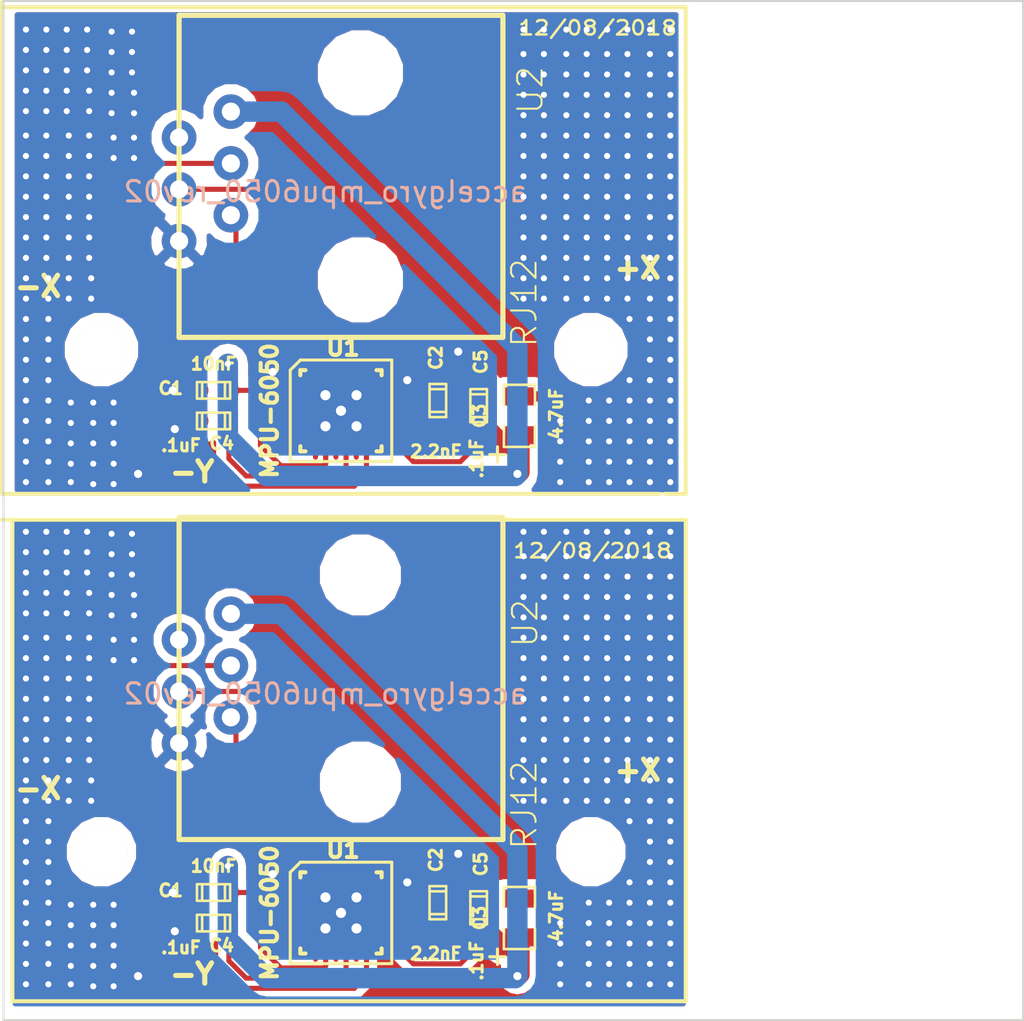
<source format=kicad_pcb>
(kicad_pcb (version 4) (host pcbnew 4.0.7-e2-6376~58~ubuntu16.04.1)
  (layers (0 F.Cu signal) (31 B.Cu signal) (34 B.Paste user) (35 F.Paste user) (36 B.SilkS user) (37 F.SilkS user) (38 B.Mask user) (39 F.Mask user) (44 Edge.Cuts user))
  (net 0 "")
  (net 1 GND)
  (net 2 SCL)
  (net 3 SDA)
  (net 4 Vdd)
  (net 5 "Net-(C2-Pad1)")
  (net 6 "Net-(C4-Pad1)")
  (net 7 INT)
  (net 8 "Net-(U1-Pad2)")
  (net 9 "Net-(U1-Pad3)")
  (net 10 "Net-(U1-Pad4)")
  (net 11 "Net-(U1-Pad5)")
  (net 12 "Net-(U1-Pad6)")
  (net 13 "Net-(U1-Pad7)")
  (net 14 "Net-(U1-Pad14)")
  (net 15 "Net-(U1-Pad15)")
  (net 16 "Net-(U1-Pad16)")
  (net 17 "Net-(U1-Pad17)")
  (net 18 "Net-(U1-Pad19)")
  (net 19 "Net-(U1-Pad21)")
  (net 20 "Net-(U1-Pad22)")
  (net 21 "Net-(U2-Pad5)")
  (module ted_capacitors:TED_SM2012_0805_ELEC_C (layer F.Cu) (at 160.5 136.888 90)
    (fp_text reference C3 (at 0 -1.95 90) (layer F.SilkS) (effects (font (size 0.6 0.6))))
    (fp_text value 4.7uF (at 0.1 1.8 90) (layer F.SilkS) (effects (font (size 0.6 0.6))))
    (fp_text user + (at -1.9 -1.15 90) (layer F.SilkS))
    (pad 1 smd rect (at -0.9525 0 90) (size 0.889 1.397) (layers F.Cu F.Paste F.Mask) (net 4 Vdd))
    (pad 2 smd rect (at 0.9525 0 90) (size 0.889 1.397) (layers F.Cu F.Paste F.Mask) (net 1 GND))
  )
  (module ted_connectors:VIA-0.6mm (layer F.Cu) (at 136.3 117.938)
    (fp_text reference REF** hide)
    (fp_text value VIA-0.6mm hide)
    (pad 1 thru_hole circle (at 0 0) (size 0.6 0.6) (drill 0.3) (layers *.Cu) (net 1 GND))
  )
  (module ted_ICs:TED_QFN24+1_NO_PASTE (layer F.Cu) (at 151.75 136.638)
    (fp_text reference U1 (at 0.1 -3.1) (layer F.SilkS) (effects (font (size 0.8 0.8) (thickness 0.2))))
    (fp_text value MPU-6050 (at -3.5 0 90) (layer F.SilkS) (effects (font (size 0.8 0.8) (thickness 0.2))))
    (pad 25 smd rect (at 0 0 270) (size 2.49936 2.49936) (layers F.Cu F.Mask) (net 1 GND))
    (pad 1 smd oval (at -1.99898 -1.24968) (size 0.8001 0.24892) (layers F.Cu F.Paste F.Mask) (net 1 GND))
    (pad 2 smd oval (at -1.99898 -0.7493) (size 0.8001 0.24892) (layers F.Cu F.Paste F.Mask) (net 8 "Net-(U1-Pad2)"))
    (pad 3 smd oval (at -1.99898 -0.24892) (size 0.8001 0.24892) (layers F.Cu F.Paste F.Mask) (net 9 "Net-(U1-Pad3)"))
    (pad 4 smd oval (at -1.99898 0.24892) (size 0.8001 0.24892) (layers F.Cu F.Paste F.Mask) (net 10 "Net-(U1-Pad4)"))
    (pad 5 smd oval (at -1.99898 0.7493) (size 0.8001 0.24892) (layers F.Cu F.Paste F.Mask) (net 11 "Net-(U1-Pad5)"))
    (pad 6 smd oval (at -1.99898 1.24968) (size 0.8001 0.24892) (layers F.Cu F.Paste F.Mask) (net 12 "Net-(U1-Pad6)"))
    (pad 7 smd oval (at -1.24968 1.99898 90) (size 0.8001 0.24892) (layers F.Cu F.Paste F.Mask) (net 13 "Net-(U1-Pad7)"))
    (pad 8 smd oval (at -0.7493 1.99898 90) (size 0.8001 0.24892) (layers F.Cu F.Paste F.Mask) (net 4 Vdd))
    (pad 9 smd oval (at -0.24892 1.99898 90) (size 0.8001 0.24892) (layers F.Cu F.Paste F.Mask) (net 1 GND))
    (pad 10 smd oval (at 0.24892 1.99898 90) (size 0.8001 0.24892) (layers F.Cu F.Paste F.Mask) (net 6 "Net-(C4-Pad1)"))
    (pad 11 smd oval (at 0.7493 1.99898 90) (size 0.8001 0.24892) (layers F.Cu F.Paste F.Mask) (net 1 GND))
    (pad 12 smd oval (at 1.24968 1.99898 90) (size 0.8001 0.24892) (layers F.Cu F.Paste F.Mask) (net 7 INT))
    (pad 13 smd oval (at 1.99898 1.24968 180) (size 0.8001 0.24892) (layers F.Cu F.Paste F.Mask) (net 4 Vdd))
    (pad 14 smd oval (at 1.99898 0.7493 180) (size 0.8001 0.24892) (layers F.Cu F.Paste F.Mask) (net 14 "Net-(U1-Pad14)"))
    (pad 15 smd oval (at 1.99898 0.24892 180) (size 0.8001 0.24892) (layers F.Cu F.Paste F.Mask) (net 15 "Net-(U1-Pad15)"))
    (pad 16 smd oval (at 1.99898 -0.24892 180) (size 0.8001 0.24892) (layers F.Cu F.Paste F.Mask) (net 16 "Net-(U1-Pad16)"))
    (pad 17 smd oval (at 1.99898 -0.7493 180) (size 0.8001 0.24892) (layers F.Cu F.Paste F.Mask) (net 17 "Net-(U1-Pad17)"))
    (pad 18 smd oval (at 1.99898 -1.24968 180) (size 0.8001 0.24892) (layers F.Cu F.Paste F.Mask) (net 1 GND))
    (pad 19 smd oval (at 1.24968 -1.99898 270) (size 0.8001 0.24892) (layers F.Cu F.Paste F.Mask) (net 18 "Net-(U1-Pad19)"))
    (pad 20 smd oval (at 0.7493 -1.99898 270) (size 0.8001 0.24892) (layers F.Cu F.Paste F.Mask) (net 5 "Net-(C2-Pad1)"))
    (pad 21 smd oval (at 0.24892 -1.99898 270) (size 0.8001 0.24892) (layers F.Cu F.Paste F.Mask) (net 19 "Net-(U1-Pad21)"))
    (pad 22 smd oval (at -0.24892 -1.99898 270) (size 0.8001 0.24892) (layers F.Cu F.Paste F.Mask) (net 20 "Net-(U1-Pad22)"))
    (pad 23 smd oval (at -0.7493 -1.99898 270) (size 0.8001 0.24892) (layers F.Cu F.Paste F.Mask) (net 2 SCL))
    (pad 24 smd oval (at -1.24968 -1.99898 270) (size 0.8001 0.24892) (layers F.Cu F.Paste F.Mask) (net 3 SDA))
    (pad 25 thru_hole circle (at 0 0 270) (size 0.6 0.6) (drill 0.5) (layers *.Cu) (net 1 GND))
    (pad 25 thru_hole circle (at 0.762 -0.762 270) (size 0.6 0.6) (drill 0.5) (layers *.Cu) (net 1 GND))
    (pad 25 thru_hole circle (at -0.762 -0.762 270) (size 0.6 0.6) (drill 0.5) (layers *.Cu) (net 1 GND))
    (pad 25 thru_hole circle (at 0.762 0.762 270) (size 0.6 0.6) (drill 0.5) (layers *.Cu) (net 1 GND))
    (pad 25 thru_hole circle (at -0.762 0.762 270) (size 0.6 0.6) (drill 0.5) (layers *.Cu) (net 1 GND))
    (pad 25 smd rect (at 0 0 270) (size 2.49936 2.49936) (layers B.Cu B.Mask) (net 1 GND))
  )
  (module ted_capacitors:TED_SM0603_C (layer F.Cu) (at 158.5 136.388 90)
    (fp_text reference C5 (at 2.15 0.1 90) (layer F.SilkS) (effects (font (size 0.6 0.6))))
    (fp_text value .1uF (at -2.6 -0.1 90) (layer F.SilkS) (effects (font (size 0.6 0.6))))
    (pad 2 smd rect (at 0.75184 0 90) (size 0.89916 1.00076) (layers F.Cu F.Paste F.Mask) (net 1 GND) (clearance 0.1))
    (pad 1 smd rect (at -0.75184 0 90) (size 0.89916 1.00076) (layers F.Cu F.Paste F.Mask) (net 4 Vdd) (clearance 0.1))
  )
  (module ted_capacitors:TED_SM0603_C (layer F.Cu) (at 145.5 137.138 180)
    (fp_text reference C4 (at -0.4 -1.1 180) (layer F.SilkS) (effects (font (size 0.6 0.6))))
    (fp_text value .1uF (at 1.6 -1.2 180) (layer F.SilkS) (effects (font (size 0.6 0.6))))
    (pad 2 smd rect (at 0.75184 0 180) (size 0.89916 1.00076) (layers F.Cu F.Paste F.Mask) (net 1 GND) (clearance 0.1))
    (pad 1 smd rect (at -0.75184 0 180) (size 0.89916 1.00076) (layers F.Cu F.Paste F.Mask) (net 6 "Net-(C4-Pad1)") (clearance 0.1))
  )
  (module ted_capacitors:TED_SM0603_C (layer F.Cu) (at 156.5 136.138 270)
    (fp_text reference C2 (at -2.1 0.1 270) (layer F.SilkS) (effects (font (size 0.6 0.6))))
    (fp_text value 2.2nF (at 2.5 0.1 360) (layer F.SilkS) (effects (font (size 0.6 0.6))))
    (pad 2 smd rect (at 0.75184 0 270) (size 0.89916 1.00076) (layers F.Cu F.Paste F.Mask) (net 1 GND) (clearance 0.1))
    (pad 1 smd rect (at -0.75184 0 270) (size 0.89916 1.00076) (layers F.Cu F.Paste F.Mask) (net 5 "Net-(C2-Pad1)") (clearance 0.1))
  )
  (module ted_capacitors:TED_SM0603_C (layer F.Cu) (at 145.5 135.638 180)
    (fp_text reference C1 (at 2.1 0.1 180) (layer F.SilkS) (effects (font (size 0.6 0.6))))
    (fp_text value 10nF (at 0 1.3 180) (layer F.SilkS) (effects (font (size 0.6 0.6))))
    (pad 2 smd rect (at 0.75184 0 180) (size 0.89916 1.00076) (layers F.Cu F.Paste F.Mask) (net 1 GND) (clearance 0.1))
    (pad 1 smd rect (at -0.75184 0 180) (size 0.89916 1.00076) (layers F.Cu F.Paste F.Mask) (net 4 Vdd) (clearance 0.1))
  )
  (module ted_holes:TED_Hole_2_6mm (layer F.Cu) (at 164 133.638)
    (fp_text reference H2 hide)
    (fp_text value HOLE hide)
    (pad "" np_thru_hole circle (at 0 0) (size 2.6 2.6) (drill 2.6) (layers *.Cu *.Mask F.SilkS))
  )
  (module ted_holes:TED_Hole_2_6mm (layer F.Cu) (at 140 133.638)
    (fp_text reference H1 hide)
    (fp_text value HOLE hide)
    (pad "" np_thru_hole circle (at 0 0) (size 2.6 2.6) (drill 2.6) (layers *.Cu *.Mask F.SilkS))
  )
  (module ted_connectors:VIA-0.6mm (layer F.Cu) (at 137.3 117.938)
    (fp_text reference REF** hide)
    (fp_text value VIA-0.6mm hide)
    (pad 1 thru_hole circle (at 0 0) (size 0.6 0.6) (drill 0.3) (layers *.Cu) (net 1 GND))
  )
  (module ted_connectors:VIA-0.6mm (layer F.Cu) (at 138.3 117.938)
    (fp_text reference REF** hide)
    (fp_text value VIA-0.6mm hide)
    (pad 1 thru_hole circle (at 0 0) (size 0.6 0.6) (drill 0.3) (layers *.Cu) (net 1 GND))
  )
  (module ted_connectors:VIA-0.6mm (layer F.Cu) (at 139.3 117.938)
    (fp_text reference REF** hide)
    (fp_text value VIA-0.6mm hide)
    (pad 1 thru_hole circle (at 0 0) (size 0.6 0.6) (drill 0.3) (layers *.Cu) (net 1 GND))
  )
  (module ted_connectors:VIA-0.6mm (layer F.Cu) (at 136.3 118.938)
    (fp_text reference REF** hide)
    (fp_text value VIA-0.6mm hide)
    (pad 1 thru_hole circle (at 0 0) (size 0.6 0.6) (drill 0.3) (layers *.Cu) (net 1 GND))
  )
  (module ted_connectors:VIA-0.6mm (layer F.Cu) (at 137.3 118.938)
    (fp_text reference REF** hide)
    (fp_text value VIA-0.6mm hide)
    (pad 1 thru_hole circle (at 0 0) (size 0.6 0.6) (drill 0.3) (layers *.Cu) (net 1 GND))
  )
  (module ted_connectors:VIA-0.6mm (layer F.Cu) (at 138.3 118.938)
    (fp_text reference REF** hide)
    (fp_text value VIA-0.6mm hide)
    (pad 1 thru_hole circle (at 0 0) (size 0.6 0.6) (drill 0.3) (layers *.Cu) (net 1 GND))
  )
  (module ted_connectors:VIA-0.6mm (layer F.Cu) (at 139.3 118.938)
    (fp_text reference REF** hide)
    (fp_text value VIA-0.6mm hide)
    (pad 1 thru_hole circle (at 0 0) (size 0.6 0.6) (drill 0.3) (layers *.Cu) (net 1 GND))
  )
  (module ted_connectors:VIA-0.6mm (layer F.Cu) (at 136.3 119.938)
    (fp_text reference REF** hide)
    (fp_text value VIA-0.6mm hide)
    (pad 1 thru_hole circle (at 0 0) (size 0.6 0.6) (drill 0.3) (layers *.Cu) (net 1 GND))
  )
  (module ted_connectors:VIA-0.6mm (layer F.Cu) (at 137.3 119.938)
    (fp_text reference REF** hide)
    (fp_text value VIA-0.6mm hide)
    (pad 1 thru_hole circle (at 0 0) (size 0.6 0.6) (drill 0.3) (layers *.Cu) (net 1 GND))
  )
  (module ted_connectors:VIA-0.6mm (layer F.Cu) (at 138.3 119.938)
    (fp_text reference REF** hide)
    (fp_text value VIA-0.6mm hide)
    (pad 1 thru_hole circle (at 0 0) (size 0.6 0.6) (drill 0.3) (layers *.Cu) (net 1 GND))
  )
  (module ted_connectors:VIA-0.6mm (layer F.Cu) (at 139.3 119.938)
    (fp_text reference REF** hide)
    (fp_text value VIA-0.6mm hide)
    (pad 1 thru_hole circle (at 0 0) (size 0.6 0.6) (drill 0.3) (layers *.Cu) (net 1 GND))
  )
  (module ted_connectors:VIA-0.6mm (layer F.Cu) (at 136.3 120.938)
    (fp_text reference REF** hide)
    (fp_text value VIA-0.6mm hide)
    (pad 1 thru_hole circle (at 0 0) (size 0.6 0.6) (drill 0.3) (layers *.Cu) (net 1 GND))
  )
  (module ted_connectors:VIA-0.6mm (layer F.Cu) (at 137.3 120.938)
    (fp_text reference REF** hide)
    (fp_text value VIA-0.6mm hide)
    (pad 1 thru_hole circle (at 0 0) (size 0.6 0.6) (drill 0.3) (layers *.Cu) (net 1 GND))
  )
  (module ted_connectors:VIA-0.6mm (layer F.Cu) (at 138.3 120.938)
    (fp_text reference REF** hide)
    (fp_text value VIA-0.6mm hide)
    (pad 1 thru_hole circle (at 0 0) (size 0.6 0.6) (drill 0.3) (layers *.Cu) (net 1 GND))
  )
  (module ted_connectors:VIA-0.6mm (layer F.Cu) (at 136.3 121.938)
    (fp_text reference REF** hide)
    (fp_text value VIA-0.6mm hide)
    (pad 1 thru_hole circle (at 0 0) (size 0.6 0.6) (drill 0.3) (layers *.Cu) (net 1 GND))
  )
  (module ted_connectors:VIA-0.6mm (layer F.Cu) (at 137.3 121.938)
    (fp_text reference REF** hide)
    (fp_text value VIA-0.6mm hide)
    (pad 1 thru_hole circle (at 0 0) (size 0.6 0.6) (drill 0.3) (layers *.Cu) (net 1 GND))
  )
  (module ted_connectors:VIA-0.6mm (layer F.Cu) (at 138.3 121.938)
    (fp_text reference REF** hide)
    (fp_text value VIA-0.6mm hide)
    (pad 1 thru_hole circle (at 0 0) (size 0.6 0.6) (drill 0.3) (layers *.Cu) (net 1 GND))
  )
  (module ted_connectors:VIA-0.6mm (layer F.Cu) (at 136.3 127.138)
    (fp_text reference REF** hide)
    (fp_text value VIA-0.6mm hide)
    (pad 1 thru_hole circle (at 0 0) (size 0.6 0.6) (drill 0.3) (layers *.Cu) (net 1 GND))
  )
  (module ted_connectors:VIA-0.6mm (layer F.Cu) (at 136.3 126.138)
    (fp_text reference REF** hide)
    (fp_text value VIA-0.6mm hide)
    (pad 1 thru_hole circle (at 0 0) (size 0.6 0.6) (drill 0.3) (layers *.Cu) (net 1 GND))
  )
  (module ted_connectors:VIA-0.6mm (layer F.Cu) (at 136.3 125.138)
    (fp_text reference REF** hide)
    (fp_text value VIA-0.6mm hide)
    (pad 1 thru_hole circle (at 0 0) (size 0.6 0.6) (drill 0.3) (layers *.Cu) (net 1 GND))
  )
  (module ted_connectors:VIA-0.6mm (layer F.Cu) (at 136.3 124.138)
    (fp_text reference REF** hide)
    (fp_text value VIA-0.6mm hide)
    (pad 1 thru_hole circle (at 0 0) (size 0.6 0.6) (drill 0.3) (layers *.Cu) (net 1 GND))
  )
  (module ted_connectors:VIA-0.6mm (layer F.Cu) (at 136.3 123.138)
    (fp_text reference REF** hide)
    (fp_text value VIA-0.6mm hide)
    (pad 1 thru_hole circle (at 0 0) (size 0.6 0.6) (drill 0.3) (layers *.Cu) (net 1 GND))
  )
  (module ted_connectors:VIA-0.6mm (layer F.Cu) (at 136.3 128.138)
    (fp_text reference REF** hide)
    (fp_text value VIA-0.6mm hide)
    (pad 1 thru_hole circle (at 0 0) (size 0.6 0.6) (drill 0.3) (layers *.Cu) (net 1 GND))
  )
  (module ted_connectors:VIA-0.6mm (layer F.Cu) (at 136.3 129.138)
    (fp_text reference REF** hide)
    (fp_text value VIA-0.6mm hide)
    (pad 1 thru_hole circle (at 0 0) (size 0.6 0.6) (drill 0.3) (layers *.Cu) (net 1 GND))
  )
  (module ted_connectors:VIA-0.6mm (layer F.Cu) (at 136.3 130.138)
    (fp_text reference REF** hide)
    (fp_text value VIA-0.6mm hide)
    (pad 1 thru_hole circle (at 0 0) (size 0.6 0.6) (drill 0.3) (layers *.Cu) (net 1 GND))
  )
  (module ted_connectors:VIA-0.6mm (layer F.Cu) (at 136.3 131.138)
    (fp_text reference REF** hide)
    (fp_text value VIA-0.6mm hide)
    (pad 1 thru_hole circle (at 0 0) (size 0.6 0.6) (drill 0.3) (layers *.Cu) (net 1 GND))
  )
  (module ted_connectors:VIA-0.6mm (layer F.Cu) (at 136.3 132.138)
    (fp_text reference REF** hide)
    (fp_text value VIA-0.6mm hide)
    (pad 1 thru_hole circle (at 0 0) (size 0.6 0.6) (drill 0.3) (layers *.Cu) (net 1 GND))
  )
  (module ted_connectors:VIA-0.6mm (layer F.Cu) (at 136.3 133.138)
    (fp_text reference REF** hide)
    (fp_text value VIA-0.6mm hide)
    (pad 1 thru_hole circle (at 0 0) (size 0.6 0.6) (drill 0.3) (layers *.Cu) (net 1 GND))
  )
  (module ted_connectors:VIA-0.6mm (layer F.Cu) (at 136.3 134.138)
    (fp_text reference REF** hide)
    (fp_text value VIA-0.6mm hide)
    (pad 1 thru_hole circle (at 0 0) (size 0.6 0.6) (drill 0.3) (layers *.Cu) (net 1 GND))
  )
  (module ted_connectors:VIA-0.6mm (layer F.Cu) (at 136.3 135.138)
    (fp_text reference REF** hide)
    (fp_text value VIA-0.6mm hide)
    (pad 1 thru_hole circle (at 0 0) (size 0.6 0.6) (drill 0.3) (layers *.Cu) (net 1 GND))
  )
  (module ted_connectors:VIA-0.6mm (layer F.Cu) (at 136.3 136.138)
    (fp_text reference REF** hide)
    (fp_text value VIA-0.6mm hide)
    (pad 1 thru_hole circle (at 0 0) (size 0.6 0.6) (drill 0.3) (layers *.Cu) (net 1 GND))
  )
  (module ted_connectors:VIA-0.6mm (layer F.Cu) (at 136.3 137.138)
    (fp_text reference REF** hide)
    (fp_text value VIA-0.6mm hide)
    (pad 1 thru_hole circle (at 0 0) (size 0.6 0.6) (drill 0.3) (layers *.Cu) (net 1 GND))
  )
  (module ted_connectors:VIA-0.6mm (layer F.Cu) (at 136.3 138.138)
    (fp_text reference REF** hide)
    (fp_text value VIA-0.6mm hide)
    (pad 1 thru_hole circle (at 0 0) (size 0.6 0.6) (drill 0.3) (layers *.Cu) (net 1 GND))
  )
  (module ted_connectors:VIA-0.6mm (layer F.Cu) (at 136.3 139.138)
    (fp_text reference REF** hide)
    (fp_text value VIA-0.6mm hide)
    (pad 1 thru_hole circle (at 0 0) (size 0.6 0.6) (drill 0.3) (layers *.Cu) (net 1 GND))
  )
  (module ted_connectors:VIA-0.6mm (layer F.Cu) (at 136.3 140.138)
    (fp_text reference REF** hide)
    (fp_text value VIA-0.6mm hide)
    (pad 1 thru_hole circle (at 0 0) (size 0.6 0.6) (drill 0.3) (layers *.Cu) (net 1 GND))
  )
  (module ted_connectors:VIA-0.6mm (layer F.Cu) (at 137.4 130.138)
    (fp_text reference REF** hide)
    (fp_text value VIA-0.6mm hide)
    (pad 1 thru_hole circle (at 0 0) (size 0.6 0.6) (drill 0.3) (layers *.Cu) (net 1 GND))
  )
  (module ted_connectors:VIA-0.6mm (layer F.Cu) (at 137.4 131.138)
    (fp_text reference REF** hide)
    (fp_text value VIA-0.6mm hide)
    (pad 1 thru_hole circle (at 0 0) (size 0.6 0.6) (drill 0.3) (layers *.Cu) (net 1 GND))
  )
  (module ted_connectors:VIA-0.6mm (layer F.Cu) (at 137.4 132.138)
    (fp_text reference REF** hide)
    (fp_text value VIA-0.6mm hide)
    (pad 1 thru_hole circle (at 0 0) (size 0.6 0.6) (drill 0.3) (layers *.Cu) (net 1 GND))
  )
  (module ted_connectors:VIA-0.6mm (layer F.Cu) (at 137.4 133.138)
    (fp_text reference REF** hide)
    (fp_text value VIA-0.6mm hide)
    (pad 1 thru_hole circle (at 0 0) (size 0.6 0.6) (drill 0.3) (layers *.Cu) (net 1 GND))
  )
  (module ted_connectors:VIA-0.6mm (layer F.Cu) (at 137.4 134.138)
    (fp_text reference REF** hide)
    (fp_text value VIA-0.6mm hide)
    (pad 1 thru_hole circle (at 0 0) (size 0.6 0.6) (drill 0.3) (layers *.Cu) (net 1 GND))
  )
  (module ted_connectors:VIA-0.6mm (layer F.Cu) (at 137.4 135.138)
    (fp_text reference REF** hide)
    (fp_text value VIA-0.6mm hide)
    (pad 1 thru_hole circle (at 0 0) (size 0.6 0.6) (drill 0.3) (layers *.Cu) (net 1 GND))
  )
  (module ted_connectors:VIA-0.6mm (layer F.Cu) (at 137.4 136.138)
    (fp_text reference REF** hide)
    (fp_text value VIA-0.6mm hide)
    (pad 1 thru_hole circle (at 0 0) (size 0.6 0.6) (drill 0.3) (layers *.Cu) (net 1 GND))
  )
  (module ted_connectors:VIA-0.6mm (layer F.Cu) (at 137.4 137.138)
    (fp_text reference REF** hide)
    (fp_text value VIA-0.6mm hide)
    (pad 1 thru_hole circle (at 0 0) (size 0.6 0.6) (drill 0.3) (layers *.Cu) (net 1 GND))
  )
  (module ted_connectors:VIA-0.6mm (layer F.Cu) (at 137.4 138.138)
    (fp_text reference REF** hide)
    (fp_text value VIA-0.6mm hide)
    (pad 1 thru_hole circle (at 0 0) (size 0.6 0.6) (drill 0.3) (layers *.Cu) (net 1 GND))
  )
  (module ted_connectors:VIA-0.6mm (layer F.Cu) (at 137.4 139.138)
    (fp_text reference REF** hide)
    (fp_text value VIA-0.6mm hide)
    (pad 1 thru_hole circle (at 0 0) (size 0.6 0.6) (drill 0.3) (layers *.Cu) (net 1 GND))
  )
  (module ted_connectors:VIA-0.6mm (layer F.Cu) (at 137.4 140.138)
    (fp_text reference REF** hide)
    (fp_text value VIA-0.6mm hide)
    (pad 1 thru_hole circle (at 0 0) (size 0.6 0.6) (drill 0.3) (layers *.Cu) (net 1 GND))
  )
  (module ted_connectors:VIA-0.6mm (layer F.Cu) (at 138.5 139.238)
    (fp_text reference REF** hide)
    (fp_text value VIA-0.6mm hide)
    (pad 1 thru_hole circle (at 0 0) (size 0.6 0.6) (drill 0.3) (layers *.Cu) (net 1 GND))
  )
  (module ted_connectors:VIA-0.6mm (layer F.Cu) (at 138.5 136.238)
    (fp_text reference REF** hide)
    (fp_text value VIA-0.6mm hide)
    (pad 1 thru_hole circle (at 0 0) (size 0.6 0.6) (drill 0.3) (layers *.Cu) (net 1 GND))
  )
  (module ted_connectors:VIA-0.6mm (layer F.Cu) (at 138.5 137.238)
    (fp_text reference REF** hide)
    (fp_text value VIA-0.6mm hide)
    (pad 1 thru_hole circle (at 0 0) (size 0.6 0.6) (drill 0.3) (layers *.Cu) (net 1 GND))
  )
  (module ted_connectors:VIA-0.6mm (layer F.Cu) (at 138.5 138.238)
    (fp_text reference REF** hide)
    (fp_text value VIA-0.6mm hide)
    (pad 1 thru_hole circle (at 0 0) (size 0.6 0.6) (drill 0.3) (layers *.Cu) (net 1 GND))
  )
  (module ted_connectors:VIA-0.6mm (layer F.Cu) (at 138.5 140.138)
    (fp_text reference REF** hide)
    (fp_text value VIA-0.6mm hide)
    (pad 1 thru_hole circle (at 0 0) (size 0.6 0.6) (drill 0.3) (layers *.Cu) (net 1 GND))
  )
  (module ted_connectors:VIA-0.6mm (layer F.Cu) (at 139.6 136.238)
    (fp_text reference REF** hide)
    (fp_text value VIA-0.6mm hide)
    (pad 1 thru_hole circle (at 0 0) (size 0.6 0.6) (drill 0.3) (layers *.Cu) (net 1 GND))
  )
  (module ted_connectors:VIA-0.6mm (layer F.Cu) (at 140.6 136.238)
    (fp_text reference REF** hide)
    (fp_text value VIA-0.6mm hide)
    (pad 1 thru_hole circle (at 0 0) (size 0.6 0.6) (drill 0.3) (layers *.Cu) (net 1 GND))
  )
  (module ted_connectors:VIA-0.6mm (layer F.Cu) (at 139.6 137.238)
    (fp_text reference REF** hide)
    (fp_text value VIA-0.6mm hide)
    (pad 1 thru_hole circle (at 0 0) (size 0.6 0.6) (drill 0.3) (layers *.Cu) (net 1 GND))
  )
  (module ted_connectors:VIA-0.6mm (layer F.Cu) (at 140.6 137.238)
    (fp_text reference REF** hide)
    (fp_text value VIA-0.6mm hide)
    (pad 1 thru_hole circle (at 0 0) (size 0.6 0.6) (drill 0.3) (layers *.Cu) (net 1 GND))
  )
  (module ted_connectors:VIA-0.6mm (layer F.Cu) (at 139.6 138.238)
    (fp_text reference REF** hide)
    (fp_text value VIA-0.6mm hide)
    (pad 1 thru_hole circle (at 0 0) (size 0.6 0.6) (drill 0.3) (layers *.Cu) (net 1 GND))
  )
  (module ted_connectors:VIA-0.6mm (layer F.Cu) (at 140.6 138.238)
    (fp_text reference REF** hide)
    (fp_text value VIA-0.6mm hide)
    (pad 1 thru_hole circle (at 0 0) (size 0.6 0.6) (drill 0.3) (layers *.Cu) (net 1 GND))
  )
  (module ted_connectors:VIA-0.6mm (layer F.Cu) (at 139.6 139.238)
    (fp_text reference REF** hide)
    (fp_text value VIA-0.6mm hide)
    (pad 1 thru_hole circle (at 0 0) (size 0.6 0.6) (drill 0.3) (layers *.Cu) (net 1 GND))
  )
  (module ted_connectors:VIA-0.6mm (layer F.Cu) (at 140.6 139.238)
    (fp_text reference REF** hide)
    (fp_text value VIA-0.6mm hide)
    (pad 1 thru_hole circle (at 0 0) (size 0.6 0.6) (drill 0.3) (layers *.Cu) (net 1 GND))
  )
  (module ted_connectors:VIA-0.6mm (layer F.Cu) (at 139.6 140.238)
    (fp_text reference REF** hide)
    (fp_text value VIA-0.6mm hide)
    (pad 1 thru_hole circle (at 0 0) (size 0.6 0.6) (drill 0.3) (layers *.Cu) (net 1 GND))
  )
  (module ted_connectors:VIA-0.6mm (layer F.Cu) (at 140.6 140.238)
    (fp_text reference REF** hide)
    (fp_text value VIA-0.6mm hide)
    (pad 1 thru_hole circle (at 0 0) (size 0.6 0.6) (drill 0.3) (layers *.Cu) (net 1 GND))
  )
  (module ted_connectors:VIA-0.6mm (layer F.Cu) (at 166.9 117.938)
    (fp_text reference REF** hide)
    (fp_text value VIA-0.6mm hide)
    (pad 1 thru_hole circle (at 0 0) (size 0.6 0.6) (drill 0.3) (layers *.Cu) (net 1 GND))
  )
  (module ted_connectors:VIA-0.6mm (layer F.Cu) (at 167.9 117.938)
    (fp_text reference REF** hide)
    (fp_text value VIA-0.6mm hide)
    (pad 1 thru_hole circle (at 0 0) (size 0.6 0.6) (drill 0.3) (layers *.Cu) (net 1 GND))
  )
  (module ted_connectors:VIA-0.6mm (layer F.Cu) (at 166.9 119.138)
    (fp_text reference REF** hide)
    (fp_text value VIA-0.6mm hide)
    (pad 1 thru_hole circle (at 0 0) (size 0.6 0.6) (drill 0.3) (layers *.Cu) (net 1 GND))
  )
  (module ted_connectors:VIA-0.6mm (layer F.Cu) (at 167.9 119.138)
    (fp_text reference REF** hide)
    (fp_text value VIA-0.6mm hide)
    (pad 1 thru_hole circle (at 0 0) (size 0.6 0.6) (drill 0.3) (layers *.Cu) (net 1 GND))
  )
  (module ted_connectors:VIA-0.6mm (layer F.Cu) (at 166.9 120.138)
    (fp_text reference REF** hide)
    (fp_text value VIA-0.6mm hide)
    (pad 1 thru_hole circle (at 0 0) (size 0.6 0.6) (drill 0.3) (layers *.Cu) (net 1 GND))
  )
  (module ted_connectors:VIA-0.6mm (layer F.Cu) (at 167.9 120.138)
    (fp_text reference REF** hide)
    (fp_text value VIA-0.6mm hide)
    (pad 1 thru_hole circle (at 0 0) (size 0.6 0.6) (drill 0.3) (layers *.Cu) (net 1 GND))
  )
  (module ted_connectors:VIA-0.6mm (layer F.Cu) (at 166.9 121.138)
    (fp_text reference REF** hide)
    (fp_text value VIA-0.6mm hide)
    (pad 1 thru_hole circle (at 0 0) (size 0.6 0.6) (drill 0.3) (layers *.Cu) (net 1 GND))
  )
  (module ted_connectors:VIA-0.6mm (layer F.Cu) (at 167.9 121.138)
    (fp_text reference REF** hide)
    (fp_text value VIA-0.6mm hide)
    (pad 1 thru_hole circle (at 0 0) (size 0.6 0.6) (drill 0.3) (layers *.Cu) (net 1 GND))
  )
  (module ted_connectors:VIA-0.6mm (layer F.Cu) (at 166.9 122.138)
    (fp_text reference REF** hide)
    (fp_text value VIA-0.6mm hide)
    (pad 1 thru_hole circle (at 0 0) (size 0.6 0.6) (drill 0.3) (layers *.Cu) (net 1 GND))
  )
  (module ted_connectors:VIA-0.6mm (layer F.Cu) (at 167.9 122.138)
    (fp_text reference REF** hide)
    (fp_text value VIA-0.6mm hide)
    (pad 1 thru_hole circle (at 0 0) (size 0.6 0.6) (drill 0.3) (layers *.Cu) (net 1 GND))
  )
  (module ted_connectors:VIA-0.6mm (layer F.Cu) (at 166.9 123.138)
    (fp_text reference REF** hide)
    (fp_text value VIA-0.6mm hide)
    (pad 1 thru_hole circle (at 0 0) (size 0.6 0.6) (drill 0.3) (layers *.Cu) (net 1 GND))
  )
  (module ted_connectors:VIA-0.6mm (layer F.Cu) (at 167.9 123.138)
    (fp_text reference REF** hide)
    (fp_text value VIA-0.6mm hide)
    (pad 1 thru_hole circle (at 0 0) (size 0.6 0.6) (drill 0.3) (layers *.Cu) (net 1 GND))
  )
  (module ted_connectors:VIA-0.6mm (layer F.Cu) (at 166.9 124.138)
    (fp_text reference REF** hide)
    (fp_text value VIA-0.6mm hide)
    (pad 1 thru_hole circle (at 0 0) (size 0.6 0.6) (drill 0.3) (layers *.Cu) (net 1 GND))
  )
  (module ted_connectors:VIA-0.6mm (layer F.Cu) (at 167.9 124.138)
    (fp_text reference REF** hide)
    (fp_text value VIA-0.6mm hide)
    (pad 1 thru_hole circle (at 0 0) (size 0.6 0.6) (drill 0.3) (layers *.Cu) (net 1 GND))
  )
  (module ted_connectors:VIA-0.6mm (layer F.Cu) (at 166.9 125.138)
    (fp_text reference REF** hide)
    (fp_text value VIA-0.6mm hide)
    (pad 1 thru_hole circle (at 0 0) (size 0.6 0.6) (drill 0.3) (layers *.Cu) (net 1 GND))
  )
  (module ted_connectors:VIA-0.6mm (layer F.Cu) (at 167.9 125.138)
    (fp_text reference REF** hide)
    (fp_text value VIA-0.6mm hide)
    (pad 1 thru_hole circle (at 0 0) (size 0.6 0.6) (drill 0.3) (layers *.Cu) (net 1 GND))
  )
  (module ted_connectors:VIA-0.6mm (layer F.Cu) (at 166.9 126.138)
    (fp_text reference REF** hide)
    (fp_text value VIA-0.6mm hide)
    (pad 1 thru_hole circle (at 0 0) (size 0.6 0.6) (drill 0.3) (layers *.Cu) (net 1 GND))
  )
  (module ted_connectors:VIA-0.6mm (layer F.Cu) (at 167.9 126.138)
    (fp_text reference REF** hide)
    (fp_text value VIA-0.6mm hide)
    (pad 1 thru_hole circle (at 0 0) (size 0.6 0.6) (drill 0.3) (layers *.Cu) (net 1 GND))
  )
  (module ted_connectors:VIA-0.6mm (layer F.Cu) (at 166.9 127.138)
    (fp_text reference REF** hide)
    (fp_text value VIA-0.6mm hide)
    (pad 1 thru_hole circle (at 0 0) (size 0.6 0.6) (drill 0.3) (layers *.Cu) (net 1 GND))
  )
  (module ted_connectors:VIA-0.6mm (layer F.Cu) (at 167.9 127.138)
    (fp_text reference REF** hide)
    (fp_text value VIA-0.6mm hide)
    (pad 1 thru_hole circle (at 0 0) (size 0.6 0.6) (drill 0.3) (layers *.Cu) (net 1 GND))
  )
  (module ted_connectors:VIA-0.6mm (layer F.Cu) (at 166.9 128.138)
    (fp_text reference REF** hide)
    (fp_text value VIA-0.6mm hide)
    (pad 1 thru_hole circle (at 0 0) (size 0.6 0.6) (drill 0.3) (layers *.Cu) (net 1 GND))
  )
  (module ted_connectors:VIA-0.6mm (layer F.Cu) (at 167.9 128.138)
    (fp_text reference REF** hide)
    (fp_text value VIA-0.6mm hide)
    (pad 1 thru_hole circle (at 0 0) (size 0.6 0.6) (drill 0.3) (layers *.Cu) (net 1 GND))
  )
  (module ted_connectors:VIA-0.6mm (layer F.Cu) (at 166.9 129.138)
    (fp_text reference REF** hide)
    (fp_text value VIA-0.6mm hide)
    (pad 1 thru_hole circle (at 0 0) (size 0.6 0.6) (drill 0.3) (layers *.Cu) (net 1 GND))
  )
  (module ted_connectors:VIA-0.6mm (layer F.Cu) (at 167.9 129.138)
    (fp_text reference REF** hide)
    (fp_text value VIA-0.6mm hide)
    (pad 1 thru_hole circle (at 0 0) (size 0.6 0.6) (drill 0.3) (layers *.Cu) (net 1 GND))
  )
  (module ted_connectors:VIA-0.6mm (layer F.Cu) (at 166.9 130.138)
    (fp_text reference REF** hide)
    (fp_text value VIA-0.6mm hide)
    (pad 1 thru_hole circle (at 0 0) (size 0.6 0.6) (drill 0.3) (layers *.Cu) (net 1 GND))
  )
  (module ted_connectors:VIA-0.6mm (layer F.Cu) (at 167.9 130.138)
    (fp_text reference REF** hide)
    (fp_text value VIA-0.6mm hide)
    (pad 1 thru_hole circle (at 0 0) (size 0.6 0.6) (drill 0.3) (layers *.Cu) (net 1 GND))
  )
  (module ted_connectors:VIA-0.6mm (layer F.Cu) (at 166.9 131.138)
    (fp_text reference REF** hide)
    (fp_text value VIA-0.6mm hide)
    (pad 1 thru_hole circle (at 0 0) (size 0.6 0.6) (drill 0.3) (layers *.Cu) (net 1 GND))
  )
  (module ted_connectors:VIA-0.6mm (layer F.Cu) (at 167.9 131.138)
    (fp_text reference REF** hide)
    (fp_text value VIA-0.6mm hide)
    (pad 1 thru_hole circle (at 0 0) (size 0.6 0.6) (drill 0.3) (layers *.Cu) (net 1 GND))
  )
  (module ted_connectors:VIA-0.6mm (layer F.Cu) (at 165.9 132.138)
    (fp_text reference REF** hide)
    (fp_text value VIA-0.6mm hide)
    (pad 1 thru_hole circle (at 0 0) (size 0.6 0.6) (drill 0.3) (layers *.Cu) (net 1 GND))
  )
  (module ted_connectors:VIA-0.6mm (layer F.Cu) (at 166.9 132.138)
    (fp_text reference REF** hide)
    (fp_text value VIA-0.6mm hide)
    (pad 1 thru_hole circle (at 0 0) (size 0.6 0.6) (drill 0.3) (layers *.Cu) (net 1 GND))
  )
  (module ted_connectors:VIA-0.6mm (layer F.Cu) (at 167.9 132.138)
    (fp_text reference REF** hide)
    (fp_text value VIA-0.6mm hide)
    (pad 1 thru_hole circle (at 0 0) (size 0.6 0.6) (drill 0.3) (layers *.Cu) (net 1 GND))
  )
  (module ted_connectors:VIA-0.6mm (layer F.Cu) (at 166.9 133.138)
    (fp_text reference REF** hide)
    (fp_text value VIA-0.6mm hide)
    (pad 1 thru_hole circle (at 0 0) (size 0.6 0.6) (drill 0.3) (layers *.Cu) (net 1 GND))
  )
  (module ted_connectors:VIA-0.6mm (layer F.Cu) (at 167.9 133.138)
    (fp_text reference REF** hide)
    (fp_text value VIA-0.6mm hide)
    (pad 1 thru_hole circle (at 0 0) (size 0.6 0.6) (drill 0.3) (layers *.Cu) (net 1 GND))
  )
  (module ted_connectors:VIA-0.6mm (layer F.Cu) (at 166.9 134.138)
    (fp_text reference REF** hide)
    (fp_text value VIA-0.6mm hide)
    (pad 1 thru_hole circle (at 0 0) (size 0.6 0.6) (drill 0.3) (layers *.Cu) (net 1 GND))
  )
  (module ted_connectors:VIA-0.6mm (layer F.Cu) (at 167.9 134.138)
    (fp_text reference REF** hide)
    (fp_text value VIA-0.6mm hide)
    (pad 1 thru_hole circle (at 0 0) (size 0.6 0.6) (drill 0.3) (layers *.Cu) (net 1 GND))
  )
  (module ted_connectors:VIA-0.6mm (layer F.Cu) (at 165.9 135.138)
    (fp_text reference REF** hide)
    (fp_text value VIA-0.6mm hide)
    (pad 1 thru_hole circle (at 0 0) (size 0.6 0.6) (drill 0.3) (layers *.Cu) (net 1 GND))
  )
  (module ted_connectors:VIA-0.6mm (layer F.Cu) (at 166.9 135.138)
    (fp_text reference REF** hide)
    (fp_text value VIA-0.6mm hide)
    (pad 1 thru_hole circle (at 0 0) (size 0.6 0.6) (drill 0.3) (layers *.Cu) (net 1 GND))
  )
  (module ted_connectors:VIA-0.6mm (layer F.Cu) (at 167.9 135.138)
    (fp_text reference REF** hide)
    (fp_text value VIA-0.6mm hide)
    (pad 1 thru_hole circle (at 0 0) (size 0.6 0.6) (drill 0.3) (layers *.Cu) (net 1 GND))
  )
  (module ted_connectors:VIA-0.6mm (layer F.Cu) (at 163.9 136.138)
    (fp_text reference REF** hide)
    (fp_text value VIA-0.6mm hide)
    (pad 1 thru_hole circle (at 0 0) (size 0.6 0.6) (drill 0.3) (layers *.Cu) (net 1 GND))
  )
  (module ted_connectors:VIA-0.6mm (layer F.Cu) (at 164.9 136.138)
    (fp_text reference REF** hide)
    (fp_text value VIA-0.6mm hide)
    (pad 1 thru_hole circle (at 0 0) (size 0.6 0.6) (drill 0.3) (layers *.Cu) (net 1 GND))
  )
  (module ted_connectors:VIA-0.6mm (layer F.Cu) (at 165.9 136.138)
    (fp_text reference REF** hide)
    (fp_text value VIA-0.6mm hide)
    (pad 1 thru_hole circle (at 0 0) (size 0.6 0.6) (drill 0.3) (layers *.Cu) (net 1 GND))
  )
  (module ted_connectors:VIA-0.6mm (layer F.Cu) (at 166.9 136.138)
    (fp_text reference REF** hide)
    (fp_text value VIA-0.6mm hide)
    (pad 1 thru_hole circle (at 0 0) (size 0.6 0.6) (drill 0.3) (layers *.Cu) (net 1 GND))
  )
  (module ted_connectors:VIA-0.6mm (layer F.Cu) (at 167.9 136.138)
    (fp_text reference REF** hide)
    (fp_text value VIA-0.6mm hide)
    (pad 1 thru_hole circle (at 0 0) (size 0.6 0.6) (drill 0.3) (layers *.Cu) (net 1 GND))
  )
  (module ted_connectors:VIA-0.6mm (layer F.Cu) (at 163.9 137.138)
    (fp_text reference REF** hide)
    (fp_text value VIA-0.6mm hide)
    (pad 1 thru_hole circle (at 0 0) (size 0.6 0.6) (drill 0.3) (layers *.Cu) (net 1 GND))
  )
  (module ted_connectors:VIA-0.6mm (layer F.Cu) (at 164.9 137.138)
    (fp_text reference REF** hide)
    (fp_text value VIA-0.6mm hide)
    (pad 1 thru_hole circle (at 0 0) (size 0.6 0.6) (drill 0.3) (layers *.Cu) (net 1 GND))
  )
  (module ted_connectors:VIA-0.6mm (layer F.Cu) (at 165.9 137.138)
    (fp_text reference REF** hide)
    (fp_text value VIA-0.6mm hide)
    (pad 1 thru_hole circle (at 0 0) (size 0.6 0.6) (drill 0.3) (layers *.Cu) (net 1 GND))
  )
  (module ted_connectors:VIA-0.6mm (layer F.Cu) (at 166.9 137.138)
    (fp_text reference REF** hide)
    (fp_text value VIA-0.6mm hide)
    (pad 1 thru_hole circle (at 0 0) (size 0.6 0.6) (drill 0.3) (layers *.Cu) (net 1 GND))
  )
  (module ted_connectors:VIA-0.6mm (layer F.Cu) (at 167.9 137.138)
    (fp_text reference REF** hide)
    (fp_text value VIA-0.6mm hide)
    (pad 1 thru_hole circle (at 0 0) (size 0.6 0.6) (drill 0.3) (layers *.Cu) (net 1 GND))
  )
  (module ted_connectors:VIA-0.6mm (layer F.Cu) (at 163.9 138.138)
    (fp_text reference REF** hide)
    (fp_text value VIA-0.6mm hide)
    (pad 1 thru_hole circle (at 0 0) (size 0.6 0.6) (drill 0.3) (layers *.Cu) (net 1 GND))
  )
  (module ted_connectors:VIA-0.6mm (layer F.Cu) (at 164.9 138.138)
    (fp_text reference REF** hide)
    (fp_text value VIA-0.6mm hide)
    (pad 1 thru_hole circle (at 0 0) (size 0.6 0.6) (drill 0.3) (layers *.Cu) (net 1 GND))
  )
  (module ted_connectors:VIA-0.6mm (layer F.Cu) (at 165.9 138.138)
    (fp_text reference REF** hide)
    (fp_text value VIA-0.6mm hide)
    (pad 1 thru_hole circle (at 0 0) (size 0.6 0.6) (drill 0.3) (layers *.Cu) (net 1 GND))
  )
  (module ted_connectors:VIA-0.6mm (layer F.Cu) (at 166.9 138.138)
    (fp_text reference REF** hide)
    (fp_text value VIA-0.6mm hide)
    (pad 1 thru_hole circle (at 0 0) (size 0.6 0.6) (drill 0.3) (layers *.Cu) (net 1 GND))
  )
  (module ted_connectors:VIA-0.6mm (layer F.Cu) (at 167.9 138.138)
    (fp_text reference REF** hide)
    (fp_text value VIA-0.6mm hide)
    (pad 1 thru_hole circle (at 0 0) (size 0.6 0.6) (drill 0.3) (layers *.Cu) (net 1 GND))
  )
  (module ted_connectors:VIA-0.6mm (layer F.Cu) (at 163.9 139.138)
    (fp_text reference REF** hide)
    (fp_text value VIA-0.6mm hide)
    (pad 1 thru_hole circle (at 0 0) (size 0.6 0.6) (drill 0.3) (layers *.Cu) (net 1 GND))
  )
  (module ted_connectors:VIA-0.6mm (layer F.Cu) (at 164.9 139.138)
    (fp_text reference REF** hide)
    (fp_text value VIA-0.6mm hide)
    (pad 1 thru_hole circle (at 0 0) (size 0.6 0.6) (drill 0.3) (layers *.Cu) (net 1 GND))
  )
  (module ted_connectors:VIA-0.6mm (layer F.Cu) (at 165.9 139.138)
    (fp_text reference REF** hide)
    (fp_text value VIA-0.6mm hide)
    (pad 1 thru_hole circle (at 0 0) (size 0.6 0.6) (drill 0.3) (layers *.Cu) (net 1 GND))
  )
  (module ted_connectors:VIA-0.6mm (layer F.Cu) (at 166.9 139.138)
    (fp_text reference REF** hide)
    (fp_text value VIA-0.6mm hide)
    (pad 1 thru_hole circle (at 0 0) (size 0.6 0.6) (drill 0.3) (layers *.Cu) (net 1 GND))
  )
  (module ted_connectors:VIA-0.6mm (layer F.Cu) (at 167.9 139.138)
    (fp_text reference REF** hide)
    (fp_text value VIA-0.6mm hide)
    (pad 1 thru_hole circle (at 0 0) (size 0.6 0.6) (drill 0.3) (layers *.Cu) (net 1 GND))
  )
  (module ted_connectors:VIA-0.6mm (layer F.Cu) (at 163.9 140.138)
    (fp_text reference REF** hide)
    (fp_text value VIA-0.6mm hide)
    (pad 1 thru_hole circle (at 0 0) (size 0.6 0.6) (drill 0.3) (layers *.Cu) (net 1 GND))
  )
  (module ted_connectors:VIA-0.6mm (layer F.Cu) (at 164.9 140.138)
    (fp_text reference REF** hide)
    (fp_text value VIA-0.6mm hide)
    (pad 1 thru_hole circle (at 0 0) (size 0.6 0.6) (drill 0.3) (layers *.Cu) (net 1 GND))
  )
  (module ted_connectors:VIA-0.6mm (layer F.Cu) (at 165.9 140.138)
    (fp_text reference REF** hide)
    (fp_text value VIA-0.6mm hide)
    (pad 1 thru_hole circle (at 0 0) (size 0.6 0.6) (drill 0.3) (layers *.Cu) (net 1 GND))
  )
  (module ted_connectors:VIA-0.6mm (layer F.Cu) (at 166.9 140.138)
    (fp_text reference REF** hide)
    (fp_text value VIA-0.6mm hide)
    (pad 1 thru_hole circle (at 0 0) (size 0.6 0.6) (drill 0.3) (layers *.Cu) (net 1 GND))
  )
  (module ted_connectors:VIA-0.6mm (layer F.Cu) (at 167.9 140.138)
    (fp_text reference REF** hide)
    (fp_text value VIA-0.6mm hide)
    (pad 1 thru_hole circle (at 0 0) (size 0.6 0.6) (drill 0.3) (layers *.Cu) (net 1 GND))
  )
  (module ted_connectors:VIA-0.6mm (layer F.Cu) (at 162.5 137.138)
    (fp_text reference REF** hide)
    (fp_text value VIA-0.6mm hide)
    (pad 1 thru_hole circle (at 0 0) (size 0.6 0.6) (drill 0.3) (layers *.Cu) (net 1 GND))
  )
  (module ted_connectors:VIA-0.6mm (layer F.Cu) (at 162.5 138.138)
    (fp_text reference REF** hide)
    (fp_text value VIA-0.6mm hide)
    (pad 1 thru_hole circle (at 0 0) (size 0.6 0.6) (drill 0.3) (layers *.Cu) (net 1 GND))
  )
  (module ted_connectors:VIA-0.6mm (layer F.Cu) (at 162.5 139.138)
    (fp_text reference REF** hide)
    (fp_text value VIA-0.6mm hide)
    (pad 1 thru_hole circle (at 0 0) (size 0.6 0.6) (drill 0.3) (layers *.Cu) (net 1 GND))
  )
  (module ted_connectors:VIA-0.6mm (layer F.Cu) (at 162.5 140.138)
    (fp_text reference REF** hide)
    (fp_text value VIA-0.6mm hide)
    (pad 1 thru_hole circle (at 0 0) (size 0.6 0.6) (drill 0.3) (layers *.Cu) (net 1 GND))
  )
  (module ted_connectors:VIA-0.6mm (layer F.Cu) (at 146.2 134.338)
    (fp_text reference REF** hide)
    (fp_text value VIA-0.6mm hide)
    (pad 1 thru_hole circle (at 0 0) (size 0.6 0.6) (drill 0.3) (layers *.Cu) (net 4 Vdd))
  )
  (module ted_connectors:VIA-0.6mm (layer F.Cu) (at 137.3 129.138)
    (fp_text reference REF** hide)
    (fp_text value VIA-0.6mm hide)
    (pad 1 thru_hole circle (at 0 0) (size 0.6 0.6) (drill 0.3) (layers *.Cu) (net 1 GND))
  )
  (module ted_connectors:VIA-0.6mm (layer F.Cu) (at 137.3 128.138)
    (fp_text reference REF** hide)
    (fp_text value VIA-0.6mm hide)
    (pad 1 thru_hole circle (at 0 0) (size 0.6 0.6) (drill 0.3) (layers *.Cu) (net 1 GND))
  )
  (module ted_connectors:VIA-0.6mm (layer F.Cu) (at 137.3 123.138)
    (fp_text reference REF** hide)
    (fp_text value VIA-0.6mm hide)
    (pad 1 thru_hole circle (at 0 0) (size 0.6 0.6) (drill 0.3) (layers *.Cu) (net 1 GND))
  )
  (module ted_connectors:VIA-0.6mm (layer F.Cu) (at 137.3 124.138)
    (fp_text reference REF** hide)
    (fp_text value VIA-0.6mm hide)
    (pad 1 thru_hole circle (at 0 0) (size 0.6 0.6) (drill 0.3) (layers *.Cu) (net 1 GND))
  )
  (module ted_connectors:VIA-0.6mm (layer F.Cu) (at 137.3 125.138)
    (fp_text reference REF** hide)
    (fp_text value VIA-0.6mm hide)
    (pad 1 thru_hole circle (at 0 0) (size 0.6 0.6) (drill 0.3) (layers *.Cu) (net 1 GND))
  )
  (module ted_connectors:VIA-0.6mm (layer F.Cu) (at 137.3 126.138)
    (fp_text reference REF** hide)
    (fp_text value VIA-0.6mm hide)
    (pad 1 thru_hole circle (at 0 0) (size 0.6 0.6) (drill 0.3) (layers *.Cu) (net 1 GND))
  )
  (module ted_connectors:VIA-0.6mm (layer F.Cu) (at 137.3 127.138)
    (fp_text reference REF** hide)
    (fp_text value VIA-0.6mm hide)
    (pad 1 thru_hole circle (at 0 0) (size 0.6 0.6) (drill 0.3) (layers *.Cu) (net 1 GND))
  )
  (module ted_connectors:VIA-0.6mm (layer F.Cu) (at 139.4 127.138)
    (fp_text reference REF** hide)
    (fp_text value VIA-0.6mm hide)
    (pad 1 thru_hole circle (at 0 0) (size 0.6 0.6) (drill 0.3) (layers *.Cu) (net 1 GND))
  )
  (module ted_connectors:VIA-0.6mm (layer F.Cu) (at 139.4 126.138)
    (fp_text reference REF** hide)
    (fp_text value VIA-0.6mm hide)
    (pad 1 thru_hole circle (at 0 0) (size 0.6 0.6) (drill 0.3) (layers *.Cu) (net 1 GND))
  )
  (module ted_connectors:VIA-0.6mm (layer F.Cu) (at 139.4 125.138)
    (fp_text reference REF** hide)
    (fp_text value VIA-0.6mm hide)
    (pad 1 thru_hole circle (at 0 0) (size 0.6 0.6) (drill 0.3) (layers *.Cu) (net 1 GND))
  )
  (module ted_connectors:VIA-0.6mm (layer F.Cu) (at 139.4 124.138)
    (fp_text reference REF** hide)
    (fp_text value VIA-0.6mm hide)
    (pad 1 thru_hole circle (at 0 0) (size 0.6 0.6) (drill 0.3) (layers *.Cu) (net 1 GND))
  )
  (module ted_connectors:VIA-0.6mm (layer F.Cu) (at 139.4 123.138)
    (fp_text reference REF** hide)
    (fp_text value VIA-0.6mm hide)
    (pad 1 thru_hole circle (at 0 0) (size 0.6 0.6) (drill 0.3) (layers *.Cu) (net 1 GND))
  )
  (module ted_connectors:VIA-0.6mm (layer F.Cu) (at 139.4 128.138)
    (fp_text reference REF** hide)
    (fp_text value VIA-0.6mm hide)
    (pad 1 thru_hole circle (at 0 0) (size 0.6 0.6) (drill 0.3) (layers *.Cu) (net 1 GND))
  )
  (module ted_connectors:VIA-0.6mm (layer F.Cu) (at 139.4 129.138)
    (fp_text reference REF** hide)
    (fp_text value VIA-0.6mm hide)
    (pad 1 thru_hole circle (at 0 0) (size 0.6 0.6) (drill 0.3) (layers *.Cu) (net 1 GND))
  )
  (module ted_connectors:VIA-0.6mm (layer F.Cu) (at 139.5 131.138)
    (fp_text reference REF** hide)
    (fp_text value VIA-0.6mm hide)
    (pad 1 thru_hole circle (at 0 0) (size 0.6 0.6) (drill 0.3) (layers *.Cu) (net 1 GND))
  )
  (module ted_connectors:VIA-0.6mm (layer F.Cu) (at 139.5 130.138)
    (fp_text reference REF** hide)
    (fp_text value VIA-0.6mm hide)
    (pad 1 thru_hole circle (at 0 0) (size 0.6 0.6) (drill 0.3) (layers *.Cu) (net 1 GND))
  )
  (module ted_connectors:VIA-0.6mm (layer F.Cu) (at 138.4 131.138)
    (fp_text reference REF** hide)
    (fp_text value VIA-0.6mm hide)
    (pad 1 thru_hole circle (at 0 0) (size 0.6 0.6) (drill 0.3) (layers *.Cu) (net 1 GND))
  )
  (module ted_connectors:VIA-0.6mm (layer F.Cu) (at 138.4 130.138)
    (fp_text reference REF** hide)
    (fp_text value VIA-0.6mm hide)
    (pad 1 thru_hole circle (at 0 0) (size 0.6 0.6) (drill 0.3) (layers *.Cu) (net 1 GND))
  )
  (module ted_connectors:VIA-0.6mm (layer F.Cu) (at 138.4 129.138)
    (fp_text reference REF** hide)
    (fp_text value VIA-0.6mm hide)
    (pad 1 thru_hole circle (at 0 0) (size 0.6 0.6) (drill 0.3) (layers *.Cu) (net 1 GND))
  )
  (module ted_connectors:VIA-0.6mm (layer F.Cu) (at 138.4 128.138)
    (fp_text reference REF** hide)
    (fp_text value VIA-0.6mm hide)
    (pad 1 thru_hole circle (at 0 0) (size 0.6 0.6) (drill 0.3) (layers *.Cu) (net 1 GND))
  )
  (module ted_connectors:VIA-0.6mm (layer F.Cu) (at 138.4 123.138)
    (fp_text reference REF** hide)
    (fp_text value VIA-0.6mm hide)
    (pad 1 thru_hole circle (at 0 0) (size 0.6 0.6) (drill 0.3) (layers *.Cu) (net 1 GND))
  )
  (module ted_connectors:VIA-0.6mm (layer F.Cu) (at 138.4 124.138)
    (fp_text reference REF** hide)
    (fp_text value VIA-0.6mm hide)
    (pad 1 thru_hole circle (at 0 0) (size 0.6 0.6) (drill 0.3) (layers *.Cu) (net 1 GND))
  )
  (module ted_connectors:VIA-0.6mm (layer F.Cu) (at 138.4 125.138)
    (fp_text reference REF** hide)
    (fp_text value VIA-0.6mm hide)
    (pad 1 thru_hole circle (at 0 0) (size 0.6 0.6) (drill 0.3) (layers *.Cu) (net 1 GND))
  )
  (module ted_connectors:VIA-0.6mm (layer F.Cu) (at 138.4 126.138)
    (fp_text reference REF** hide)
    (fp_text value VIA-0.6mm hide)
    (pad 1 thru_hole circle (at 0 0) (size 0.6 0.6) (drill 0.3) (layers *.Cu) (net 1 GND))
  )
  (module ted_connectors:VIA-0.6mm (layer F.Cu) (at 138.4 127.138)
    (fp_text reference REF** hide)
    (fp_text value VIA-0.6mm hide)
    (pad 1 thru_hole circle (at 0 0) (size 0.6 0.6) (drill 0.3) (layers *.Cu) (net 1 GND))
  )
  (module ted_connectors:VIA-0.6mm (layer F.Cu) (at 139.4 121.938)
    (fp_text reference REF** hide)
    (fp_text value VIA-0.6mm hide)
    (pad 1 thru_hole circle (at 0 0) (size 0.6 0.6) (drill 0.3) (layers *.Cu) (net 1 GND))
  )
  (module ted_connectors:VIA-0.6mm (layer F.Cu) (at 139.4 120.938)
    (fp_text reference REF** hide)
    (fp_text value VIA-0.6mm hide)
    (pad 1 thru_hole circle (at 0 0) (size 0.6 0.6) (drill 0.3) (layers *.Cu) (net 1 GND))
  )
  (module ted_connectors:VIA-0.6mm (layer F.Cu) (at 141.6 121.038)
    (fp_text reference REF** hide)
    (fp_text value VIA-0.6mm hide)
    (pad 1 thru_hole circle (at 0 0) (size 0.6 0.6) (drill 0.3) (layers *.Cu) (net 1 GND))
  )
  (module ted_connectors:VIA-0.6mm (layer F.Cu) (at 141.6 122.038)
    (fp_text reference REF** hide)
    (fp_text value VIA-0.6mm hide)
    (pad 1 thru_hole circle (at 0 0) (size 0.6 0.6) (drill 0.3) (layers *.Cu) (net 1 GND))
  )
  (module ted_connectors:VIA-0.6mm (layer F.Cu) (at 140.6 124.238)
    (fp_text reference REF** hide)
    (fp_text value VIA-0.6mm hide)
    (pad 1 thru_hole circle (at 0 0) (size 0.6 0.6) (drill 0.3) (layers *.Cu) (net 1 GND))
  )
  (module ted_connectors:VIA-0.6mm (layer F.Cu) (at 140.6 123.238)
    (fp_text reference REF** hide)
    (fp_text value VIA-0.6mm hide)
    (pad 1 thru_hole circle (at 0 0) (size 0.6 0.6) (drill 0.3) (layers *.Cu) (net 1 GND))
  )
  (module ted_connectors:VIA-0.6mm (layer F.Cu) (at 141.6 123.238)
    (fp_text reference REF** hide)
    (fp_text value VIA-0.6mm hide)
    (pad 1 thru_hole circle (at 0 0) (size 0.6 0.6) (drill 0.3) (layers *.Cu) (net 1 GND))
  )
  (module ted_connectors:VIA-0.6mm (layer F.Cu) (at 141.6 124.238)
    (fp_text reference REF** hide)
    (fp_text value VIA-0.6mm hide)
    (pad 1 thru_hole circle (at 0 0) (size 0.6 0.6) (drill 0.3) (layers *.Cu) (net 1 GND))
  )
  (module ted_connectors:VIA-0.6mm (layer F.Cu) (at 140.5 122.038)
    (fp_text reference REF** hide)
    (fp_text value VIA-0.6mm hide)
    (pad 1 thru_hole circle (at 0 0) (size 0.6 0.6) (drill 0.3) (layers *.Cu) (net 1 GND))
  )
  (module ted_connectors:VIA-0.6mm (layer F.Cu) (at 140.5 121.038)
    (fp_text reference REF** hide)
    (fp_text value VIA-0.6mm hide)
    (pad 1 thru_hole circle (at 0 0) (size 0.6 0.6) (drill 0.3) (layers *.Cu) (net 1 GND))
  )
  (module ted_connectors:VIA-0.6mm (layer F.Cu) (at 141.5 120.038)
    (fp_text reference REF** hide)
    (fp_text value VIA-0.6mm hide)
    (pad 1 thru_hole circle (at 0 0) (size 0.6 0.6) (drill 0.3) (layers *.Cu) (net 1 GND))
  )
  (module ted_connectors:VIA-0.6mm (layer F.Cu) (at 140.5 120.038)
    (fp_text reference REF** hide)
    (fp_text value VIA-0.6mm hide)
    (pad 1 thru_hole circle (at 0 0) (size 0.6 0.6) (drill 0.3) (layers *.Cu) (net 1 GND))
  )
  (module ted_connectors:VIA-0.6mm (layer F.Cu) (at 141.5 119.038)
    (fp_text reference REF** hide)
    (fp_text value VIA-0.6mm hide)
    (pad 1 thru_hole circle (at 0 0) (size 0.6 0.6) (drill 0.3) (layers *.Cu) (net 1 GND))
  )
  (module ted_connectors:VIA-0.6mm (layer F.Cu) (at 140.5 119.038)
    (fp_text reference REF** hide)
    (fp_text value VIA-0.6mm hide)
    (pad 1 thru_hole circle (at 0 0) (size 0.6 0.6) (drill 0.3) (layers *.Cu) (net 1 GND))
  )
  (module ted_connectors:VIA-0.6mm (layer F.Cu) (at 141.5 118.038)
    (fp_text reference REF** hide)
    (fp_text value VIA-0.6mm hide)
    (pad 1 thru_hole circle (at 0 0) (size 0.6 0.6) (drill 0.3) (layers *.Cu) (net 1 GND))
  )
  (module ted_connectors:VIA-0.6mm (layer F.Cu) (at 140.5 118.038)
    (fp_text reference REF** hide)
    (fp_text value VIA-0.6mm hide)
    (pad 1 thru_hole circle (at 0 0) (size 0.6 0.6) (drill 0.3) (layers *.Cu) (net 1 GND))
  )
  (module ted_connectors:VIA-0.6mm (layer F.Cu) (at 165.8 131.138)
    (fp_text reference REF** hide)
    (fp_text value VIA-0.6mm hide)
    (pad 1 thru_hole circle (at 0 0) (size 0.6 0.6) (drill 0.3) (layers *.Cu) (net 1 GND))
  )
  (module ted_connectors:VIA-0.6mm (layer F.Cu) (at 164.8 131.138)
    (fp_text reference REF** hide)
    (fp_text value VIA-0.6mm hide)
    (pad 1 thru_hole circle (at 0 0) (size 0.6 0.6) (drill 0.3) (layers *.Cu) (net 1 GND))
  )
  (module ted_connectors:VIA-0.6mm (layer F.Cu) (at 165.8 130.138)
    (fp_text reference REF** hide)
    (fp_text value VIA-0.6mm hide)
    (pad 1 thru_hole circle (at 0 0) (size 0.6 0.6) (drill 0.3) (layers *.Cu) (net 1 GND))
  )
  (module ted_connectors:VIA-0.6mm (layer F.Cu) (at 164.8 130.138)
    (fp_text reference REF** hide)
    (fp_text value VIA-0.6mm hide)
    (pad 1 thru_hole circle (at 0 0) (size 0.6 0.6) (drill 0.3) (layers *.Cu) (net 1 GND))
  )
  (module ted_connectors:VIA-0.6mm (layer F.Cu) (at 165.8 129.138)
    (fp_text reference REF** hide)
    (fp_text value VIA-0.6mm hide)
    (pad 1 thru_hole circle (at 0 0) (size 0.6 0.6) (drill 0.3) (layers *.Cu) (net 1 GND))
  )
  (module ted_connectors:VIA-0.6mm (layer F.Cu) (at 164.8 129.138)
    (fp_text reference REF** hide)
    (fp_text value VIA-0.6mm hide)
    (pad 1 thru_hole circle (at 0 0) (size 0.6 0.6) (drill 0.3) (layers *.Cu) (net 1 GND))
  )
  (module ted_connectors:VIA-0.6mm (layer F.Cu) (at 165.8 128.138)
    (fp_text reference REF** hide)
    (fp_text value VIA-0.6mm hide)
    (pad 1 thru_hole circle (at 0 0) (size 0.6 0.6) (drill 0.3) (layers *.Cu) (net 1 GND))
  )
  (module ted_connectors:VIA-0.6mm (layer F.Cu) (at 164.8 128.138)
    (fp_text reference REF** hide)
    (fp_text value VIA-0.6mm hide)
    (pad 1 thru_hole circle (at 0 0) (size 0.6 0.6) (drill 0.3) (layers *.Cu) (net 1 GND))
  )
  (module ted_connectors:VIA-0.6mm (layer F.Cu) (at 165.8 127.138)
    (fp_text reference REF** hide)
    (fp_text value VIA-0.6mm hide)
    (pad 1 thru_hole circle (at 0 0) (size 0.6 0.6) (drill 0.3) (layers *.Cu) (net 1 GND))
  )
  (module ted_connectors:VIA-0.6mm (layer F.Cu) (at 164.8 127.138)
    (fp_text reference REF** hide)
    (fp_text value VIA-0.6mm hide)
    (pad 1 thru_hole circle (at 0 0) (size 0.6 0.6) (drill 0.3) (layers *.Cu) (net 1 GND))
  )
  (module ted_connectors:VIA-0.6mm (layer F.Cu) (at 165.8 126.138)
    (fp_text reference REF** hide)
    (fp_text value VIA-0.6mm hide)
    (pad 1 thru_hole circle (at 0 0) (size 0.6 0.6) (drill 0.3) (layers *.Cu) (net 1 GND))
  )
  (module ted_connectors:VIA-0.6mm (layer F.Cu) (at 164.8 126.138)
    (fp_text reference REF** hide)
    (fp_text value VIA-0.6mm hide)
    (pad 1 thru_hole circle (at 0 0) (size 0.6 0.6) (drill 0.3) (layers *.Cu) (net 1 GND))
  )
  (module ted_connectors:VIA-0.6mm (layer F.Cu) (at 165.8 125.138)
    (fp_text reference REF** hide)
    (fp_text value VIA-0.6mm hide)
    (pad 1 thru_hole circle (at 0 0) (size 0.6 0.6) (drill 0.3) (layers *.Cu) (net 1 GND))
  )
  (module ted_connectors:VIA-0.6mm (layer F.Cu) (at 164.8 125.138)
    (fp_text reference REF** hide)
    (fp_text value VIA-0.6mm hide)
    (pad 1 thru_hole circle (at 0 0) (size 0.6 0.6) (drill 0.3) (layers *.Cu) (net 1 GND))
  )
  (module ted_connectors:VIA-0.6mm (layer F.Cu) (at 165.8 124.138)
    (fp_text reference REF** hide)
    (fp_text value VIA-0.6mm hide)
    (pad 1 thru_hole circle (at 0 0) (size 0.6 0.6) (drill 0.3) (layers *.Cu) (net 1 GND))
  )
  (module ted_connectors:VIA-0.6mm (layer F.Cu) (at 164.8 124.138)
    (fp_text reference REF** hide)
    (fp_text value VIA-0.6mm hide)
    (pad 1 thru_hole circle (at 0 0) (size 0.6 0.6) (drill 0.3) (layers *.Cu) (net 1 GND))
  )
  (module ted_connectors:VIA-0.6mm (layer F.Cu) (at 165.8 123.138)
    (fp_text reference REF** hide)
    (fp_text value VIA-0.6mm hide)
    (pad 1 thru_hole circle (at 0 0) (size 0.6 0.6) (drill 0.3) (layers *.Cu) (net 1 GND))
  )
  (module ted_connectors:VIA-0.6mm (layer F.Cu) (at 164.8 123.138)
    (fp_text reference REF** hide)
    (fp_text value VIA-0.6mm hide)
    (pad 1 thru_hole circle (at 0 0) (size 0.6 0.6) (drill 0.3) (layers *.Cu) (net 1 GND))
  )
  (module ted_connectors:VIA-0.6mm (layer F.Cu) (at 165.8 122.138)
    (fp_text reference REF** hide)
    (fp_text value VIA-0.6mm hide)
    (pad 1 thru_hole circle (at 0 0) (size 0.6 0.6) (drill 0.3) (layers *.Cu) (net 1 GND))
  )
  (module ted_connectors:VIA-0.6mm (layer F.Cu) (at 164.8 122.138)
    (fp_text reference REF** hide)
    (fp_text value VIA-0.6mm hide)
    (pad 1 thru_hole circle (at 0 0) (size 0.6 0.6) (drill 0.3) (layers *.Cu) (net 1 GND))
  )
  (module ted_connectors:VIA-0.6mm (layer F.Cu) (at 165.8 121.138)
    (fp_text reference REF** hide)
    (fp_text value VIA-0.6mm hide)
    (pad 1 thru_hole circle (at 0 0) (size 0.6 0.6) (drill 0.3) (layers *.Cu) (net 1 GND))
  )
  (module ted_connectors:VIA-0.6mm (layer F.Cu) (at 164.8 121.138)
    (fp_text reference REF** hide)
    (fp_text value VIA-0.6mm hide)
    (pad 1 thru_hole circle (at 0 0) (size 0.6 0.6) (drill 0.3) (layers *.Cu) (net 1 GND))
  )
  (module ted_connectors:VIA-0.6mm (layer F.Cu) (at 165.8 120.138)
    (fp_text reference REF** hide)
    (fp_text value VIA-0.6mm hide)
    (pad 1 thru_hole circle (at 0 0) (size 0.6 0.6) (drill 0.3) (layers *.Cu) (net 1 GND))
  )
  (module ted_connectors:VIA-0.6mm (layer F.Cu) (at 164.8 120.138)
    (fp_text reference REF** hide)
    (fp_text value VIA-0.6mm hide)
    (pad 1 thru_hole circle (at 0 0) (size 0.6 0.6) (drill 0.3) (layers *.Cu) (net 1 GND))
  )
  (module ted_connectors:VIA-0.6mm (layer F.Cu) (at 165.8 119.138)
    (fp_text reference REF** hide)
    (fp_text value VIA-0.6mm hide)
    (pad 1 thru_hole circle (at 0 0) (size 0.6 0.6) (drill 0.3) (layers *.Cu) (net 1 GND))
  )
  (module ted_connectors:VIA-0.6mm (layer F.Cu) (at 164.8 119.138)
    (fp_text reference REF** hide)
    (fp_text value VIA-0.6mm hide)
    (pad 1 thru_hole circle (at 0 0) (size 0.6 0.6) (drill 0.3) (layers *.Cu) (net 1 GND))
  )
  (module ted_connectors:VIA-0.6mm (layer F.Cu) (at 165.8 117.938)
    (fp_text reference REF** hide)
    (fp_text value VIA-0.6mm hide)
    (pad 1 thru_hole circle (at 0 0) (size 0.6 0.6) (drill 0.3) (layers *.Cu) (net 1 GND))
  )
  (module ted_connectors:VIA-0.6mm (layer F.Cu) (at 164.8 117.938)
    (fp_text reference REF** hide)
    (fp_text value VIA-0.6mm hide)
    (pad 1 thru_hole circle (at 0 0) (size 0.6 0.6) (drill 0.3) (layers *.Cu) (net 1 GND))
  )
  (module ted_connectors:VIA-0.6mm (layer F.Cu) (at 160.7 117.938)
    (fp_text reference REF** hide)
    (fp_text value VIA-0.6mm hide)
    (pad 1 thru_hole circle (at 0 0) (size 0.6 0.6) (drill 0.3) (layers *.Cu) (net 1 GND))
  )
  (module ted_connectors:VIA-0.6mm (layer F.Cu) (at 161.7 117.938)
    (fp_text reference REF** hide)
    (fp_text value VIA-0.6mm hide)
    (pad 1 thru_hole circle (at 0 0) (size 0.6 0.6) (drill 0.3) (layers *.Cu) (net 1 GND))
  )
  (module ted_connectors:VIA-0.6mm (layer F.Cu) (at 160.7 119.138)
    (fp_text reference REF** hide)
    (fp_text value VIA-0.6mm hide)
    (pad 1 thru_hole circle (at 0 0) (size 0.6 0.6) (drill 0.3) (layers *.Cu) (net 1 GND))
  )
  (module ted_connectors:VIA-0.6mm (layer F.Cu) (at 161.7 119.138)
    (fp_text reference REF** hide)
    (fp_text value VIA-0.6mm hide)
    (pad 1 thru_hole circle (at 0 0) (size 0.6 0.6) (drill 0.3) (layers *.Cu) (net 1 GND))
  )
  (module ted_connectors:VIA-0.6mm (layer F.Cu) (at 160.7 120.138)
    (fp_text reference REF** hide)
    (fp_text value VIA-0.6mm hide)
    (pad 1 thru_hole circle (at 0 0) (size 0.6 0.6) (drill 0.3) (layers *.Cu) (net 1 GND))
  )
  (module ted_connectors:VIA-0.6mm (layer F.Cu) (at 161.7 120.138)
    (fp_text reference REF** hide)
    (fp_text value VIA-0.6mm hide)
    (pad 1 thru_hole circle (at 0 0) (size 0.6 0.6) (drill 0.3) (layers *.Cu) (net 1 GND))
  )
  (module ted_connectors:VIA-0.6mm (layer F.Cu) (at 160.7 121.138)
    (fp_text reference REF** hide)
    (fp_text value VIA-0.6mm hide)
    (pad 1 thru_hole circle (at 0 0) (size 0.6 0.6) (drill 0.3) (layers *.Cu) (net 1 GND))
  )
  (module ted_connectors:VIA-0.6mm (layer F.Cu) (at 161.7 121.138)
    (fp_text reference REF** hide)
    (fp_text value VIA-0.6mm hide)
    (pad 1 thru_hole circle (at 0 0) (size 0.6 0.6) (drill 0.3) (layers *.Cu) (net 1 GND))
  )
  (module ted_connectors:VIA-0.6mm (layer F.Cu) (at 160.7 122.138)
    (fp_text reference REF** hide)
    (fp_text value VIA-0.6mm hide)
    (pad 1 thru_hole circle (at 0 0) (size 0.6 0.6) (drill 0.3) (layers *.Cu) (net 1 GND))
  )
  (module ted_connectors:VIA-0.6mm (layer F.Cu) (at 161.7 122.138)
    (fp_text reference REF** hide)
    (fp_text value VIA-0.6mm hide)
    (pad 1 thru_hole circle (at 0 0) (size 0.6 0.6) (drill 0.3) (layers *.Cu) (net 1 GND))
  )
  (module ted_connectors:VIA-0.6mm (layer F.Cu) (at 160.7 123.138)
    (fp_text reference REF** hide)
    (fp_text value VIA-0.6mm hide)
    (pad 1 thru_hole circle (at 0 0) (size 0.6 0.6) (drill 0.3) (layers *.Cu) (net 1 GND))
  )
  (module ted_connectors:VIA-0.6mm (layer F.Cu) (at 161.7 123.138)
    (fp_text reference REF** hide)
    (fp_text value VIA-0.6mm hide)
    (pad 1 thru_hole circle (at 0 0) (size 0.6 0.6) (drill 0.3) (layers *.Cu) (net 1 GND))
  )
  (module ted_connectors:VIA-0.6mm (layer F.Cu) (at 160.7 124.138)
    (fp_text reference REF** hide)
    (fp_text value VIA-0.6mm hide)
    (pad 1 thru_hole circle (at 0 0) (size 0.6 0.6) (drill 0.3) (layers *.Cu) (net 1 GND))
  )
  (module ted_connectors:VIA-0.6mm (layer F.Cu) (at 161.7 124.138)
    (fp_text reference REF** hide)
    (fp_text value VIA-0.6mm hide)
    (pad 1 thru_hole circle (at 0 0) (size 0.6 0.6) (drill 0.3) (layers *.Cu) (net 1 GND))
  )
  (module ted_connectors:VIA-0.6mm (layer F.Cu) (at 160.7 125.138)
    (fp_text reference REF** hide)
    (fp_text value VIA-0.6mm hide)
    (pad 1 thru_hole circle (at 0 0) (size 0.6 0.6) (drill 0.3) (layers *.Cu) (net 1 GND))
  )
  (module ted_connectors:VIA-0.6mm (layer F.Cu) (at 161.7 125.138)
    (fp_text reference REF** hide)
    (fp_text value VIA-0.6mm hide)
    (pad 1 thru_hole circle (at 0 0) (size 0.6 0.6) (drill 0.3) (layers *.Cu) (net 1 GND))
  )
  (module ted_connectors:VIA-0.6mm (layer F.Cu) (at 160.7 126.138)
    (fp_text reference REF** hide)
    (fp_text value VIA-0.6mm hide)
    (pad 1 thru_hole circle (at 0 0) (size 0.6 0.6) (drill 0.3) (layers *.Cu) (net 1 GND))
  )
  (module ted_connectors:VIA-0.6mm (layer F.Cu) (at 161.7 126.138)
    (fp_text reference REF** hide)
    (fp_text value VIA-0.6mm hide)
    (pad 1 thru_hole circle (at 0 0) (size 0.6 0.6) (drill 0.3) (layers *.Cu) (net 1 GND))
  )
  (module ted_connectors:VIA-0.6mm (layer F.Cu) (at 160.7 127.138)
    (fp_text reference REF** hide)
    (fp_text value VIA-0.6mm hide)
    (pad 1 thru_hole circle (at 0 0) (size 0.6 0.6) (drill 0.3) (layers *.Cu) (net 1 GND))
  )
  (module ted_connectors:VIA-0.6mm (layer F.Cu) (at 161.7 127.138)
    (fp_text reference REF** hide)
    (fp_text value VIA-0.6mm hide)
    (pad 1 thru_hole circle (at 0 0) (size 0.6 0.6) (drill 0.3) (layers *.Cu) (net 1 GND))
  )
  (module ted_connectors:VIA-0.6mm (layer F.Cu) (at 160.7 128.138)
    (fp_text reference REF** hide)
    (fp_text value VIA-0.6mm hide)
    (pad 1 thru_hole circle (at 0 0) (size 0.6 0.6) (drill 0.3) (layers *.Cu) (net 1 GND))
  )
  (module ted_connectors:VIA-0.6mm (layer F.Cu) (at 161.7 128.138)
    (fp_text reference REF** hide)
    (fp_text value VIA-0.6mm hide)
    (pad 1 thru_hole circle (at 0 0) (size 0.6 0.6) (drill 0.3) (layers *.Cu) (net 1 GND))
  )
  (module ted_connectors:VIA-0.6mm (layer F.Cu) (at 160.7 129.138)
    (fp_text reference REF** hide)
    (fp_text value VIA-0.6mm hide)
    (pad 1 thru_hole circle (at 0 0) (size 0.6 0.6) (drill 0.3) (layers *.Cu) (net 1 GND))
  )
  (module ted_connectors:VIA-0.6mm (layer F.Cu) (at 161.7 129.138)
    (fp_text reference REF** hide)
    (fp_text value VIA-0.6mm hide)
    (pad 1 thru_hole circle (at 0 0) (size 0.6 0.6) (drill 0.3) (layers *.Cu) (net 1 GND))
  )
  (module ted_connectors:VIA-0.6mm (layer F.Cu) (at 160.7 130.138)
    (fp_text reference REF** hide)
    (fp_text value VIA-0.6mm hide)
    (pad 1 thru_hole circle (at 0 0) (size 0.6 0.6) (drill 0.3) (layers *.Cu) (net 1 GND))
  )
  (module ted_connectors:VIA-0.6mm (layer F.Cu) (at 161.7 130.138)
    (fp_text reference REF** hide)
    (fp_text value VIA-0.6mm hide)
    (pad 1 thru_hole circle (at 0 0) (size 0.6 0.6) (drill 0.3) (layers *.Cu) (net 1 GND))
  )
  (module ted_connectors:VIA-0.6mm (layer F.Cu) (at 160.7 131.138)
    (fp_text reference REF** hide)
    (fp_text value VIA-0.6mm hide)
    (pad 1 thru_hole circle (at 0 0) (size 0.6 0.6) (drill 0.3) (layers *.Cu) (net 1 GND))
  )
  (module ted_connectors:VIA-0.6mm (layer F.Cu) (at 161.7 131.138)
    (fp_text reference REF** hide)
    (fp_text value VIA-0.6mm hide)
    (pad 1 thru_hole circle (at 0 0) (size 0.6 0.6) (drill 0.3) (layers *.Cu) (net 1 GND))
  )
  (module ted_connectors:VIA-0.6mm (layer F.Cu) (at 163.8 131.138)
    (fp_text reference REF** hide)
    (fp_text value VIA-0.6mm hide)
    (pad 1 thru_hole circle (at 0 0) (size 0.6 0.6) (drill 0.3) (layers *.Cu) (net 1 GND))
  )
  (module ted_connectors:VIA-0.6mm (layer F.Cu) (at 162.8 131.138)
    (fp_text reference REF** hide)
    (fp_text value VIA-0.6mm hide)
    (pad 1 thru_hole circle (at 0 0) (size 0.6 0.6) (drill 0.3) (layers *.Cu) (net 1 GND))
  )
  (module ted_connectors:VIA-0.6mm (layer F.Cu) (at 163.8 130.138)
    (fp_text reference REF** hide)
    (fp_text value VIA-0.6mm hide)
    (pad 1 thru_hole circle (at 0 0) (size 0.6 0.6) (drill 0.3) (layers *.Cu) (net 1 GND))
  )
  (module ted_connectors:VIA-0.6mm (layer F.Cu) (at 162.8 130.138)
    (fp_text reference REF** hide)
    (fp_text value VIA-0.6mm hide)
    (pad 1 thru_hole circle (at 0 0) (size 0.6 0.6) (drill 0.3) (layers *.Cu) (net 1 GND))
  )
  (module ted_connectors:VIA-0.6mm (layer F.Cu) (at 163.8 129.138)
    (fp_text reference REF** hide)
    (fp_text value VIA-0.6mm hide)
    (pad 1 thru_hole circle (at 0 0) (size 0.6 0.6) (drill 0.3) (layers *.Cu) (net 1 GND))
  )
  (module ted_connectors:VIA-0.6mm (layer F.Cu) (at 162.8 129.138)
    (fp_text reference REF** hide)
    (fp_text value VIA-0.6mm hide)
    (pad 1 thru_hole circle (at 0 0) (size 0.6 0.6) (drill 0.3) (layers *.Cu) (net 1 GND))
  )
  (module ted_connectors:VIA-0.6mm (layer F.Cu) (at 163.8 128.138)
    (fp_text reference REF** hide)
    (fp_text value VIA-0.6mm hide)
    (pad 1 thru_hole circle (at 0 0) (size 0.6 0.6) (drill 0.3) (layers *.Cu) (net 1 GND))
  )
  (module ted_connectors:VIA-0.6mm (layer F.Cu) (at 162.8 128.138)
    (fp_text reference REF** hide)
    (fp_text value VIA-0.6mm hide)
    (pad 1 thru_hole circle (at 0 0) (size 0.6 0.6) (drill 0.3) (layers *.Cu) (net 1 GND))
  )
  (module ted_connectors:VIA-0.6mm (layer F.Cu) (at 163.8 127.138)
    (fp_text reference REF** hide)
    (fp_text value VIA-0.6mm hide)
    (pad 1 thru_hole circle (at 0 0) (size 0.6 0.6) (drill 0.3) (layers *.Cu) (net 1 GND))
  )
  (module ted_connectors:VIA-0.6mm (layer F.Cu) (at 162.8 127.138)
    (fp_text reference REF** hide)
    (fp_text value VIA-0.6mm hide)
    (pad 1 thru_hole circle (at 0 0) (size 0.6 0.6) (drill 0.3) (layers *.Cu) (net 1 GND))
  )
  (module ted_connectors:VIA-0.6mm (layer F.Cu) (at 163.8 126.138)
    (fp_text reference REF** hide)
    (fp_text value VIA-0.6mm hide)
    (pad 1 thru_hole circle (at 0 0) (size 0.6 0.6) (drill 0.3) (layers *.Cu) (net 1 GND))
  )
  (module ted_connectors:VIA-0.6mm (layer F.Cu) (at 162.8 126.138)
    (fp_text reference REF** hide)
    (fp_text value VIA-0.6mm hide)
    (pad 1 thru_hole circle (at 0 0) (size 0.6 0.6) (drill 0.3) (layers *.Cu) (net 1 GND))
  )
  (module ted_connectors:VIA-0.6mm (layer F.Cu) (at 163.8 125.138)
    (fp_text reference REF** hide)
    (fp_text value VIA-0.6mm hide)
    (pad 1 thru_hole circle (at 0 0) (size 0.6 0.6) (drill 0.3) (layers *.Cu) (net 1 GND))
  )
  (module ted_connectors:VIA-0.6mm (layer F.Cu) (at 162.8 125.138)
    (fp_text reference REF** hide)
    (fp_text value VIA-0.6mm hide)
    (pad 1 thru_hole circle (at 0 0) (size 0.6 0.6) (drill 0.3) (layers *.Cu) (net 1 GND))
  )
  (module ted_connectors:VIA-0.6mm (layer F.Cu) (at 163.8 124.138)
    (fp_text reference REF** hide)
    (fp_text value VIA-0.6mm hide)
    (pad 1 thru_hole circle (at 0 0) (size 0.6 0.6) (drill 0.3) (layers *.Cu) (net 1 GND))
  )
  (module ted_connectors:VIA-0.6mm (layer F.Cu) (at 162.8 124.138)
    (fp_text reference REF** hide)
    (fp_text value VIA-0.6mm hide)
    (pad 1 thru_hole circle (at 0 0) (size 0.6 0.6) (drill 0.3) (layers *.Cu) (net 1 GND))
  )
  (module ted_connectors:VIA-0.6mm (layer F.Cu) (at 163.8 123.138)
    (fp_text reference REF** hide)
    (fp_text value VIA-0.6mm hide)
    (pad 1 thru_hole circle (at 0 0) (size 0.6 0.6) (drill 0.3) (layers *.Cu) (net 1 GND))
  )
  (module ted_connectors:VIA-0.6mm (layer F.Cu) (at 162.8 123.138)
    (fp_text reference REF** hide)
    (fp_text value VIA-0.6mm hide)
    (pad 1 thru_hole circle (at 0 0) (size 0.6 0.6) (drill 0.3) (layers *.Cu) (net 1 GND))
  )
  (module ted_connectors:VIA-0.6mm (layer F.Cu) (at 163.8 122.138)
    (fp_text reference REF** hide)
    (fp_text value VIA-0.6mm hide)
    (pad 1 thru_hole circle (at 0 0) (size 0.6 0.6) (drill 0.3) (layers *.Cu) (net 1 GND))
  )
  (module ted_connectors:VIA-0.6mm (layer F.Cu) (at 162.8 122.138)
    (fp_text reference REF** hide)
    (fp_text value VIA-0.6mm hide)
    (pad 1 thru_hole circle (at 0 0) (size 0.6 0.6) (drill 0.3) (layers *.Cu) (net 1 GND))
  )
  (module ted_connectors:VIA-0.6mm (layer F.Cu) (at 163.8 121.138)
    (fp_text reference REF** hide)
    (fp_text value VIA-0.6mm hide)
    (pad 1 thru_hole circle (at 0 0) (size 0.6 0.6) (drill 0.3) (layers *.Cu) (net 1 GND))
  )
  (module ted_connectors:VIA-0.6mm (layer F.Cu) (at 162.8 121.138)
    (fp_text reference REF** hide)
    (fp_text value VIA-0.6mm hide)
    (pad 1 thru_hole circle (at 0 0) (size 0.6 0.6) (drill 0.3) (layers *.Cu) (net 1 GND))
  )
  (module ted_connectors:VIA-0.6mm (layer F.Cu) (at 163.8 120.138)
    (fp_text reference REF** hide)
    (fp_text value VIA-0.6mm hide)
    (pad 1 thru_hole circle (at 0 0) (size 0.6 0.6) (drill 0.3) (layers *.Cu) (net 1 GND))
  )
  (module ted_connectors:VIA-0.6mm (layer F.Cu) (at 162.8 120.138)
    (fp_text reference REF** hide)
    (fp_text value VIA-0.6mm hide)
    (pad 1 thru_hole circle (at 0 0) (size 0.6 0.6) (drill 0.3) (layers *.Cu) (net 1 GND))
  )
  (module ted_connectors:VIA-0.6mm (layer F.Cu) (at 163.8 119.138)
    (fp_text reference REF** hide)
    (fp_text value VIA-0.6mm hide)
    (pad 1 thru_hole circle (at 0 0) (size 0.6 0.6) (drill 0.3) (layers *.Cu) (net 1 GND))
  )
  (module ted_connectors:VIA-0.6mm (layer F.Cu) (at 162.8 119.138)
    (fp_text reference REF** hide)
    (fp_text value VIA-0.6mm hide)
    (pad 1 thru_hole circle (at 0 0) (size 0.6 0.6) (drill 0.3) (layers *.Cu) (net 1 GND))
  )
  (module ted_connectors:VIA-0.6mm (layer F.Cu) (at 163.8 117.938)
    (fp_text reference REF** hide)
    (fp_text value VIA-0.6mm hide)
    (pad 1 thru_hole circle (at 0 0) (size 0.6 0.6) (drill 0.3) (layers *.Cu) (net 1 GND))
  )
  (module ted_connectors:VIA-0.6mm (layer F.Cu) (at 162.8 117.938)
    (fp_text reference REF** hide)
    (fp_text value VIA-0.6mm hide)
    (pad 1 thru_hole circle (at 0 0) (size 0.6 0.6) (drill 0.3) (layers *.Cu) (net 1 GND))
  )
  (module ted_connectors:TED_RJ12_Through_Hole (layer F.Cu) (at 151.75 125.138 90)
    (fp_text reference U2 (at 2.71 9.032 90) (layer F.SilkS) (effects (font (size 1.2 1.2) (thickness 0.09906))))
    (fp_text value RJ12 (at -6.21 8.99 90) (layer F.SilkS) (effects (font (size 1.2 1.2) (thickness 0.09906))))
    (pad 1 thru_hole circle (at -3.175 -7.94 90) (size 1.7 1.7) (drill 0.89) (layers *.Cu *.Mask) (net 1 GND) (clearance 0.2))
    (pad 3 thru_hole circle (at -0.635 -7.94 90) (size 1.7 1.7) (drill 0.89) (layers *.Cu *.Mask) (net 2 SCL) (clearance 0.2))
    (pad 5 thru_hole circle (at 1.905 -7.94 90) (size 1.7 1.7) (drill 0.89) (layers *.Cu *.Mask) (net 21 "Net-(U2-Pad5)") (clearance 0.2))
    (pad 4 thru_hole circle (at 0.635 -5.4 90) (size 1.7 1.7) (drill 0.89) (layers *.Cu *.Mask) (net 7 INT) (clearance 0.2))
    (pad 6 thru_hole circle (at 3.175 -5.4 90) (size 1.7 1.7) (drill 0.89) (layers *.Cu *.Mask) (net 4 Vdd) (clearance 0.2))
    (pad 2 thru_hole circle (at -1.905 -5.4 90) (size 1.7 1.7) (drill 0.89) (layers *.Cu *.Mask) (net 3 SDA) (clearance 0.2))
    (pad "" np_thru_hole circle (at -5.08 0.95 90) (size 3.18 3.18) (drill 3.18) (layers *.Cu *.Mask))
    (pad "" np_thru_hole circle (at 5.08 0.95 90) (size 3.18 3.18) (drill 3.18) (layers *.Cu *.Mask))
  )
  (module ted_connectors:TED_RJ12_Through_Hole (layer F.Cu) (at 151.75 100.5 90)
    (fp_text reference U2 (at 4.234 9.286 90) (layer F.SilkS) (effects (font (size 1.2 1.2) (thickness 0.09906))))
    (fp_text value RJ12 (at -6.21 8.99 90) (layer F.SilkS) (effects (font (size 1.2 1.2) (thickness 0.09906))))
    (pad 1 thru_hole circle (at -3.175 -7.94 90) (size 1.7 1.7) (drill 0.89) (layers *.Cu *.Mask) (net 1 GND) (clearance 0.2))
    (pad 3 thru_hole circle (at -0.635 -7.94 90) (size 1.7 1.7) (drill 0.89) (layers *.Cu *.Mask) (net 2 SCL) (clearance 0.2))
    (pad 5 thru_hole circle (at 1.905 -7.94 90) (size 1.7 1.7) (drill 0.89) (layers *.Cu *.Mask) (net 21 "Net-(U2-Pad5)") (clearance 0.2))
    (pad 4 thru_hole circle (at 0.635 -5.4 90) (size 1.7 1.7) (drill 0.89) (layers *.Cu *.Mask) (net 7 INT) (clearance 0.2))
    (pad 6 thru_hole circle (at 3.175 -5.4 90) (size 1.7 1.7) (drill 0.89) (layers *.Cu *.Mask) (net 4 Vdd) (clearance 0.2))
    (pad 2 thru_hole circle (at -1.905 -5.4 90) (size 1.7 1.7) (drill 0.89) (layers *.Cu *.Mask) (net 3 SDA) (clearance 0.2))
    (pad "" np_thru_hole circle (at -5.08 0.95 90) (size 3.18 3.18) (drill 3.18) (layers *.Cu *.Mask))
    (pad "" np_thru_hole circle (at 5.08 0.95 90) (size 3.18 3.18) (drill 3.18) (layers *.Cu *.Mask))
  )
  (module ted_connectors:VIA-0.6mm (layer F.Cu) (at 162.8 93.3)
    (fp_text reference REF** hide)
    (fp_text value VIA-0.6mm hide)
    (pad 1 thru_hole circle (at 0 0) (size 0.6 0.6) (drill 0.3) (layers *.Cu) (net 1 GND))
  )
  (module ted_connectors:VIA-0.6mm (layer F.Cu) (at 163.8 93.3)
    (fp_text reference REF** hide)
    (fp_text value VIA-0.6mm hide)
    (pad 1 thru_hole circle (at 0 0) (size 0.6 0.6) (drill 0.3) (layers *.Cu) (net 1 GND))
  )
  (module ted_connectors:VIA-0.6mm (layer F.Cu) (at 162.8 94.5)
    (fp_text reference REF** hide)
    (fp_text value VIA-0.6mm hide)
    (pad 1 thru_hole circle (at 0 0) (size 0.6 0.6) (drill 0.3) (layers *.Cu) (net 1 GND))
  )
  (module ted_connectors:VIA-0.6mm (layer F.Cu) (at 163.8 94.5)
    (fp_text reference REF** hide)
    (fp_text value VIA-0.6mm hide)
    (pad 1 thru_hole circle (at 0 0) (size 0.6 0.6) (drill 0.3) (layers *.Cu) (net 1 GND))
  )
  (module ted_connectors:VIA-0.6mm (layer F.Cu) (at 162.8 95.5)
    (fp_text reference REF** hide)
    (fp_text value VIA-0.6mm hide)
    (pad 1 thru_hole circle (at 0 0) (size 0.6 0.6) (drill 0.3) (layers *.Cu) (net 1 GND))
  )
  (module ted_connectors:VIA-0.6mm (layer F.Cu) (at 163.8 95.5)
    (fp_text reference REF** hide)
    (fp_text value VIA-0.6mm hide)
    (pad 1 thru_hole circle (at 0 0) (size 0.6 0.6) (drill 0.3) (layers *.Cu) (net 1 GND))
  )
  (module ted_connectors:VIA-0.6mm (layer F.Cu) (at 162.8 96.5)
    (fp_text reference REF** hide)
    (fp_text value VIA-0.6mm hide)
    (pad 1 thru_hole circle (at 0 0) (size 0.6 0.6) (drill 0.3) (layers *.Cu) (net 1 GND))
  )
  (module ted_connectors:VIA-0.6mm (layer F.Cu) (at 163.8 96.5)
    (fp_text reference REF** hide)
    (fp_text value VIA-0.6mm hide)
    (pad 1 thru_hole circle (at 0 0) (size 0.6 0.6) (drill 0.3) (layers *.Cu) (net 1 GND))
  )
  (module ted_connectors:VIA-0.6mm (layer F.Cu) (at 162.8 97.5)
    (fp_text reference REF** hide)
    (fp_text value VIA-0.6mm hide)
    (pad 1 thru_hole circle (at 0 0) (size 0.6 0.6) (drill 0.3) (layers *.Cu) (net 1 GND))
  )
  (module ted_connectors:VIA-0.6mm (layer F.Cu) (at 163.8 97.5)
    (fp_text reference REF** hide)
    (fp_text value VIA-0.6mm hide)
    (pad 1 thru_hole circle (at 0 0) (size 0.6 0.6) (drill 0.3) (layers *.Cu) (net 1 GND))
  )
  (module ted_connectors:VIA-0.6mm (layer F.Cu) (at 162.8 98.5)
    (fp_text reference REF** hide)
    (fp_text value VIA-0.6mm hide)
    (pad 1 thru_hole circle (at 0 0) (size 0.6 0.6) (drill 0.3) (layers *.Cu) (net 1 GND))
  )
  (module ted_connectors:VIA-0.6mm (layer F.Cu) (at 163.8 98.5)
    (fp_text reference REF** hide)
    (fp_text value VIA-0.6mm hide)
    (pad 1 thru_hole circle (at 0 0) (size 0.6 0.6) (drill 0.3) (layers *.Cu) (net 1 GND))
  )
  (module ted_connectors:VIA-0.6mm (layer F.Cu) (at 162.8 99.5)
    (fp_text reference REF** hide)
    (fp_text value VIA-0.6mm hide)
    (pad 1 thru_hole circle (at 0 0) (size 0.6 0.6) (drill 0.3) (layers *.Cu) (net 1 GND))
  )
  (module ted_connectors:VIA-0.6mm (layer F.Cu) (at 163.8 99.5)
    (fp_text reference REF** hide)
    (fp_text value VIA-0.6mm hide)
    (pad 1 thru_hole circle (at 0 0) (size 0.6 0.6) (drill 0.3) (layers *.Cu) (net 1 GND))
  )
  (module ted_connectors:VIA-0.6mm (layer F.Cu) (at 162.8 100.5)
    (fp_text reference REF** hide)
    (fp_text value VIA-0.6mm hide)
    (pad 1 thru_hole circle (at 0 0) (size 0.6 0.6) (drill 0.3) (layers *.Cu) (net 1 GND))
  )
  (module ted_connectors:VIA-0.6mm (layer F.Cu) (at 163.8 100.5)
    (fp_text reference REF** hide)
    (fp_text value VIA-0.6mm hide)
    (pad 1 thru_hole circle (at 0 0) (size 0.6 0.6) (drill 0.3) (layers *.Cu) (net 1 GND))
  )
  (module ted_connectors:VIA-0.6mm (layer F.Cu) (at 162.8 101.5)
    (fp_text reference REF** hide)
    (fp_text value VIA-0.6mm hide)
    (pad 1 thru_hole circle (at 0 0) (size 0.6 0.6) (drill 0.3) (layers *.Cu) (net 1 GND))
  )
  (module ted_connectors:VIA-0.6mm (layer F.Cu) (at 163.8 101.5)
    (fp_text reference REF** hide)
    (fp_text value VIA-0.6mm hide)
    (pad 1 thru_hole circle (at 0 0) (size 0.6 0.6) (drill 0.3) (layers *.Cu) (net 1 GND))
  )
  (module ted_connectors:VIA-0.6mm (layer F.Cu) (at 162.8 102.5)
    (fp_text reference REF** hide)
    (fp_text value VIA-0.6mm hide)
    (pad 1 thru_hole circle (at 0 0) (size 0.6 0.6) (drill 0.3) (layers *.Cu) (net 1 GND))
  )
  (module ted_connectors:VIA-0.6mm (layer F.Cu) (at 163.8 102.5)
    (fp_text reference REF** hide)
    (fp_text value VIA-0.6mm hide)
    (pad 1 thru_hole circle (at 0 0) (size 0.6 0.6) (drill 0.3) (layers *.Cu) (net 1 GND))
  )
  (module ted_connectors:VIA-0.6mm (layer F.Cu) (at 162.8 103.5)
    (fp_text reference REF** hide)
    (fp_text value VIA-0.6mm hide)
    (pad 1 thru_hole circle (at 0 0) (size 0.6 0.6) (drill 0.3) (layers *.Cu) (net 1 GND))
  )
  (module ted_connectors:VIA-0.6mm (layer F.Cu) (at 163.8 103.5)
    (fp_text reference REF** hide)
    (fp_text value VIA-0.6mm hide)
    (pad 1 thru_hole circle (at 0 0) (size 0.6 0.6) (drill 0.3) (layers *.Cu) (net 1 GND))
  )
  (module ted_connectors:VIA-0.6mm (layer F.Cu) (at 162.8 104.5)
    (fp_text reference REF** hide)
    (fp_text value VIA-0.6mm hide)
    (pad 1 thru_hole circle (at 0 0) (size 0.6 0.6) (drill 0.3) (layers *.Cu) (net 1 GND))
  )
  (module ted_connectors:VIA-0.6mm (layer F.Cu) (at 163.8 104.5)
    (fp_text reference REF** hide)
    (fp_text value VIA-0.6mm hide)
    (pad 1 thru_hole circle (at 0 0) (size 0.6 0.6) (drill 0.3) (layers *.Cu) (net 1 GND))
  )
  (module ted_connectors:VIA-0.6mm (layer F.Cu) (at 162.8 105.5)
    (fp_text reference REF** hide)
    (fp_text value VIA-0.6mm hide)
    (pad 1 thru_hole circle (at 0 0) (size 0.6 0.6) (drill 0.3) (layers *.Cu) (net 1 GND))
  )
  (module ted_connectors:VIA-0.6mm (layer F.Cu) (at 163.8 105.5)
    (fp_text reference REF** hide)
    (fp_text value VIA-0.6mm hide)
    (pad 1 thru_hole circle (at 0 0) (size 0.6 0.6) (drill 0.3) (layers *.Cu) (net 1 GND))
  )
  (module ted_connectors:VIA-0.6mm (layer F.Cu) (at 162.8 106.5)
    (fp_text reference REF** hide)
    (fp_text value VIA-0.6mm hide)
    (pad 1 thru_hole circle (at 0 0) (size 0.6 0.6) (drill 0.3) (layers *.Cu) (net 1 GND))
  )
  (module ted_connectors:VIA-0.6mm (layer F.Cu) (at 163.8 106.5)
    (fp_text reference REF** hide)
    (fp_text value VIA-0.6mm hide)
    (pad 1 thru_hole circle (at 0 0) (size 0.6 0.6) (drill 0.3) (layers *.Cu) (net 1 GND))
  )
  (module ted_connectors:VIA-0.6mm (layer F.Cu) (at 161.7 106.5)
    (fp_text reference REF** hide)
    (fp_text value VIA-0.6mm hide)
    (pad 1 thru_hole circle (at 0 0) (size 0.6 0.6) (drill 0.3) (layers *.Cu) (net 1 GND))
  )
  (module ted_connectors:VIA-0.6mm (layer F.Cu) (at 160.7 106.5)
    (fp_text reference REF** hide)
    (fp_text value VIA-0.6mm hide)
    (pad 1 thru_hole circle (at 0 0) (size 0.6 0.6) (drill 0.3) (layers *.Cu) (net 1 GND))
  )
  (module ted_connectors:VIA-0.6mm (layer F.Cu) (at 161.7 105.5)
    (fp_text reference REF** hide)
    (fp_text value VIA-0.6mm hide)
    (pad 1 thru_hole circle (at 0 0) (size 0.6 0.6) (drill 0.3) (layers *.Cu) (net 1 GND))
  )
  (module ted_connectors:VIA-0.6mm (layer F.Cu) (at 160.7 105.5)
    (fp_text reference REF** hide)
    (fp_text value VIA-0.6mm hide)
    (pad 1 thru_hole circle (at 0 0) (size 0.6 0.6) (drill 0.3) (layers *.Cu) (net 1 GND))
  )
  (module ted_connectors:VIA-0.6mm (layer F.Cu) (at 161.7 104.5)
    (fp_text reference REF** hide)
    (fp_text value VIA-0.6mm hide)
    (pad 1 thru_hole circle (at 0 0) (size 0.6 0.6) (drill 0.3) (layers *.Cu) (net 1 GND))
  )
  (module ted_connectors:VIA-0.6mm (layer F.Cu) (at 160.7 104.5)
    (fp_text reference REF** hide)
    (fp_text value VIA-0.6mm hide)
    (pad 1 thru_hole circle (at 0 0) (size 0.6 0.6) (drill 0.3) (layers *.Cu) (net 1 GND))
  )
  (module ted_connectors:VIA-0.6mm (layer F.Cu) (at 161.7 103.5)
    (fp_text reference REF** hide)
    (fp_text value VIA-0.6mm hide)
    (pad 1 thru_hole circle (at 0 0) (size 0.6 0.6) (drill 0.3) (layers *.Cu) (net 1 GND))
  )
  (module ted_connectors:VIA-0.6mm (layer F.Cu) (at 160.7 103.5)
    (fp_text reference REF** hide)
    (fp_text value VIA-0.6mm hide)
    (pad 1 thru_hole circle (at 0 0) (size 0.6 0.6) (drill 0.3) (layers *.Cu) (net 1 GND))
  )
  (module ted_connectors:VIA-0.6mm (layer F.Cu) (at 161.7 102.5)
    (fp_text reference REF** hide)
    (fp_text value VIA-0.6mm hide)
    (pad 1 thru_hole circle (at 0 0) (size 0.6 0.6) (drill 0.3) (layers *.Cu) (net 1 GND))
  )
  (module ted_connectors:VIA-0.6mm (layer F.Cu) (at 160.7 102.5)
    (fp_text reference REF** hide)
    (fp_text value VIA-0.6mm hide)
    (pad 1 thru_hole circle (at 0 0) (size 0.6 0.6) (drill 0.3) (layers *.Cu) (net 1 GND))
  )
  (module ted_connectors:VIA-0.6mm (layer F.Cu) (at 161.7 101.5)
    (fp_text reference REF** hide)
    (fp_text value VIA-0.6mm hide)
    (pad 1 thru_hole circle (at 0 0) (size 0.6 0.6) (drill 0.3) (layers *.Cu) (net 1 GND))
  )
  (module ted_connectors:VIA-0.6mm (layer F.Cu) (at 160.7 101.5)
    (fp_text reference REF** hide)
    (fp_text value VIA-0.6mm hide)
    (pad 1 thru_hole circle (at 0 0) (size 0.6 0.6) (drill 0.3) (layers *.Cu) (net 1 GND))
  )
  (module ted_connectors:VIA-0.6mm (layer F.Cu) (at 161.7 100.5)
    (fp_text reference REF** hide)
    (fp_text value VIA-0.6mm hide)
    (pad 1 thru_hole circle (at 0 0) (size 0.6 0.6) (drill 0.3) (layers *.Cu) (net 1 GND))
  )
  (module ted_connectors:VIA-0.6mm (layer F.Cu) (at 160.7 100.5)
    (fp_text reference REF** hide)
    (fp_text value VIA-0.6mm hide)
    (pad 1 thru_hole circle (at 0 0) (size 0.6 0.6) (drill 0.3) (layers *.Cu) (net 1 GND))
  )
  (module ted_connectors:VIA-0.6mm (layer F.Cu) (at 161.7 99.5)
    (fp_text reference REF** hide)
    (fp_text value VIA-0.6mm hide)
    (pad 1 thru_hole circle (at 0 0) (size 0.6 0.6) (drill 0.3) (layers *.Cu) (net 1 GND))
  )
  (module ted_connectors:VIA-0.6mm (layer F.Cu) (at 160.7 99.5)
    (fp_text reference REF** hide)
    (fp_text value VIA-0.6mm hide)
    (pad 1 thru_hole circle (at 0 0) (size 0.6 0.6) (drill 0.3) (layers *.Cu) (net 1 GND))
  )
  (module ted_connectors:VIA-0.6mm (layer F.Cu) (at 161.7 98.5)
    (fp_text reference REF** hide)
    (fp_text value VIA-0.6mm hide)
    (pad 1 thru_hole circle (at 0 0) (size 0.6 0.6) (drill 0.3) (layers *.Cu) (net 1 GND))
  )
  (module ted_connectors:VIA-0.6mm (layer F.Cu) (at 160.7 98.5)
    (fp_text reference REF** hide)
    (fp_text value VIA-0.6mm hide)
    (pad 1 thru_hole circle (at 0 0) (size 0.6 0.6) (drill 0.3) (layers *.Cu) (net 1 GND))
  )
  (module ted_connectors:VIA-0.6mm (layer F.Cu) (at 161.7 97.5)
    (fp_text reference REF** hide)
    (fp_text value VIA-0.6mm hide)
    (pad 1 thru_hole circle (at 0 0) (size 0.6 0.6) (drill 0.3) (layers *.Cu) (net 1 GND))
  )
  (module ted_connectors:VIA-0.6mm (layer F.Cu) (at 160.7 97.5)
    (fp_text reference REF** hide)
    (fp_text value VIA-0.6mm hide)
    (pad 1 thru_hole circle (at 0 0) (size 0.6 0.6) (drill 0.3) (layers *.Cu) (net 1 GND))
  )
  (module ted_connectors:VIA-0.6mm (layer F.Cu) (at 161.7 96.5)
    (fp_text reference REF** hide)
    (fp_text value VIA-0.6mm hide)
    (pad 1 thru_hole circle (at 0 0) (size 0.6 0.6) (drill 0.3) (layers *.Cu) (net 1 GND))
  )
  (module ted_connectors:VIA-0.6mm (layer F.Cu) (at 160.7 96.5)
    (fp_text reference REF** hide)
    (fp_text value VIA-0.6mm hide)
    (pad 1 thru_hole circle (at 0 0) (size 0.6 0.6) (drill 0.3) (layers *.Cu) (net 1 GND))
  )
  (module ted_connectors:VIA-0.6mm (layer F.Cu) (at 161.7 95.5)
    (fp_text reference REF** hide)
    (fp_text value VIA-0.6mm hide)
    (pad 1 thru_hole circle (at 0 0) (size 0.6 0.6) (drill 0.3) (layers *.Cu) (net 1 GND))
  )
  (module ted_connectors:VIA-0.6mm (layer F.Cu) (at 160.7 95.5)
    (fp_text reference REF** hide)
    (fp_text value VIA-0.6mm hide)
    (pad 1 thru_hole circle (at 0 0) (size 0.6 0.6) (drill 0.3) (layers *.Cu) (net 1 GND))
  )
  (module ted_connectors:VIA-0.6mm (layer F.Cu) (at 161.7 94.5)
    (fp_text reference REF** hide)
    (fp_text value VIA-0.6mm hide)
    (pad 1 thru_hole circle (at 0 0) (size 0.6 0.6) (drill 0.3) (layers *.Cu) (net 1 GND))
  )
  (module ted_connectors:VIA-0.6mm (layer F.Cu) (at 160.7 94.5)
    (fp_text reference REF** hide)
    (fp_text value VIA-0.6mm hide)
    (pad 1 thru_hole circle (at 0 0) (size 0.6 0.6) (drill 0.3) (layers *.Cu) (net 1 GND))
  )
  (module ted_connectors:VIA-0.6mm (layer F.Cu) (at 161.7 93.3)
    (fp_text reference REF** hide)
    (fp_text value VIA-0.6mm hide)
    (pad 1 thru_hole circle (at 0 0) (size 0.6 0.6) (drill 0.3) (layers *.Cu) (net 1 GND))
  )
  (module ted_connectors:VIA-0.6mm (layer F.Cu) (at 160.7 93.3)
    (fp_text reference REF** hide)
    (fp_text value VIA-0.6mm hide)
    (pad 1 thru_hole circle (at 0 0) (size 0.6 0.6) (drill 0.3) (layers *.Cu) (net 1 GND))
  )
  (module ted_connectors:VIA-0.6mm (layer F.Cu) (at 164.8 93.3)
    (fp_text reference REF** hide)
    (fp_text value VIA-0.6mm hide)
    (pad 1 thru_hole circle (at 0 0) (size 0.6 0.6) (drill 0.3) (layers *.Cu) (net 1 GND))
  )
  (module ted_connectors:VIA-0.6mm (layer F.Cu) (at 165.8 93.3)
    (fp_text reference REF** hide)
    (fp_text value VIA-0.6mm hide)
    (pad 1 thru_hole circle (at 0 0) (size 0.6 0.6) (drill 0.3) (layers *.Cu) (net 1 GND))
  )
  (module ted_connectors:VIA-0.6mm (layer F.Cu) (at 164.8 94.5)
    (fp_text reference REF** hide)
    (fp_text value VIA-0.6mm hide)
    (pad 1 thru_hole circle (at 0 0) (size 0.6 0.6) (drill 0.3) (layers *.Cu) (net 1 GND))
  )
  (module ted_connectors:VIA-0.6mm (layer F.Cu) (at 165.8 94.5)
    (fp_text reference REF** hide)
    (fp_text value VIA-0.6mm hide)
    (pad 1 thru_hole circle (at 0 0) (size 0.6 0.6) (drill 0.3) (layers *.Cu) (net 1 GND))
  )
  (module ted_connectors:VIA-0.6mm (layer F.Cu) (at 164.8 95.5)
    (fp_text reference REF** hide)
    (fp_text value VIA-0.6mm hide)
    (pad 1 thru_hole circle (at 0 0) (size 0.6 0.6) (drill 0.3) (layers *.Cu) (net 1 GND))
  )
  (module ted_connectors:VIA-0.6mm (layer F.Cu) (at 165.8 95.5)
    (fp_text reference REF** hide)
    (fp_text value VIA-0.6mm hide)
    (pad 1 thru_hole circle (at 0 0) (size 0.6 0.6) (drill 0.3) (layers *.Cu) (net 1 GND))
  )
  (module ted_connectors:VIA-0.6mm (layer F.Cu) (at 164.8 96.5)
    (fp_text reference REF** hide)
    (fp_text value VIA-0.6mm hide)
    (pad 1 thru_hole circle (at 0 0) (size 0.6 0.6) (drill 0.3) (layers *.Cu) (net 1 GND))
  )
  (module ted_connectors:VIA-0.6mm (layer F.Cu) (at 165.8 96.5)
    (fp_text reference REF** hide)
    (fp_text value VIA-0.6mm hide)
    (pad 1 thru_hole circle (at 0 0) (size 0.6 0.6) (drill 0.3) (layers *.Cu) (net 1 GND))
  )
  (module ted_connectors:VIA-0.6mm (layer F.Cu) (at 164.8 97.5)
    (fp_text reference REF** hide)
    (fp_text value VIA-0.6mm hide)
    (pad 1 thru_hole circle (at 0 0) (size 0.6 0.6) (drill 0.3) (layers *.Cu) (net 1 GND))
  )
  (module ted_connectors:VIA-0.6mm (layer F.Cu) (at 165.8 97.5)
    (fp_text reference REF** hide)
    (fp_text value VIA-0.6mm hide)
    (pad 1 thru_hole circle (at 0 0) (size 0.6 0.6) (drill 0.3) (layers *.Cu) (net 1 GND))
  )
  (module ted_connectors:VIA-0.6mm (layer F.Cu) (at 164.8 98.5)
    (fp_text reference REF** hide)
    (fp_text value VIA-0.6mm hide)
    (pad 1 thru_hole circle (at 0 0) (size 0.6 0.6) (drill 0.3) (layers *.Cu) (net 1 GND))
  )
  (module ted_connectors:VIA-0.6mm (layer F.Cu) (at 165.8 98.5)
    (fp_text reference REF** hide)
    (fp_text value VIA-0.6mm hide)
    (pad 1 thru_hole circle (at 0 0) (size 0.6 0.6) (drill 0.3) (layers *.Cu) (net 1 GND))
  )
  (module ted_connectors:VIA-0.6mm (layer F.Cu) (at 164.8 99.5)
    (fp_text reference REF** hide)
    (fp_text value VIA-0.6mm hide)
    (pad 1 thru_hole circle (at 0 0) (size 0.6 0.6) (drill 0.3) (layers *.Cu) (net 1 GND))
  )
  (module ted_connectors:VIA-0.6mm (layer F.Cu) (at 165.8 99.5)
    (fp_text reference REF** hide)
    (fp_text value VIA-0.6mm hide)
    (pad 1 thru_hole circle (at 0 0) (size 0.6 0.6) (drill 0.3) (layers *.Cu) (net 1 GND))
  )
  (module ted_connectors:VIA-0.6mm (layer F.Cu) (at 164.8 100.5)
    (fp_text reference REF** hide)
    (fp_text value VIA-0.6mm hide)
    (pad 1 thru_hole circle (at 0 0) (size 0.6 0.6) (drill 0.3) (layers *.Cu) (net 1 GND))
  )
  (module ted_connectors:VIA-0.6mm (layer F.Cu) (at 165.8 100.5)
    (fp_text reference REF** hide)
    (fp_text value VIA-0.6mm hide)
    (pad 1 thru_hole circle (at 0 0) (size 0.6 0.6) (drill 0.3) (layers *.Cu) (net 1 GND))
  )
  (module ted_connectors:VIA-0.6mm (layer F.Cu) (at 164.8 101.5)
    (fp_text reference REF** hide)
    (fp_text value VIA-0.6mm hide)
    (pad 1 thru_hole circle (at 0 0) (size 0.6 0.6) (drill 0.3) (layers *.Cu) (net 1 GND))
  )
  (module ted_connectors:VIA-0.6mm (layer F.Cu) (at 165.8 101.5)
    (fp_text reference REF** hide)
    (fp_text value VIA-0.6mm hide)
    (pad 1 thru_hole circle (at 0 0) (size 0.6 0.6) (drill 0.3) (layers *.Cu) (net 1 GND))
  )
  (module ted_connectors:VIA-0.6mm (layer F.Cu) (at 164.8 102.5)
    (fp_text reference REF** hide)
    (fp_text value VIA-0.6mm hide)
    (pad 1 thru_hole circle (at 0 0) (size 0.6 0.6) (drill 0.3) (layers *.Cu) (net 1 GND))
  )
  (module ted_connectors:VIA-0.6mm (layer F.Cu) (at 165.8 102.5)
    (fp_text reference REF** hide)
    (fp_text value VIA-0.6mm hide)
    (pad 1 thru_hole circle (at 0 0) (size 0.6 0.6) (drill 0.3) (layers *.Cu) (net 1 GND))
  )
  (module ted_connectors:VIA-0.6mm (layer F.Cu) (at 164.8 103.5)
    (fp_text reference REF** hide)
    (fp_text value VIA-0.6mm hide)
    (pad 1 thru_hole circle (at 0 0) (size 0.6 0.6) (drill 0.3) (layers *.Cu) (net 1 GND))
  )
  (module ted_connectors:VIA-0.6mm (layer F.Cu) (at 165.8 103.5)
    (fp_text reference REF** hide)
    (fp_text value VIA-0.6mm hide)
    (pad 1 thru_hole circle (at 0 0) (size 0.6 0.6) (drill 0.3) (layers *.Cu) (net 1 GND))
  )
  (module ted_connectors:VIA-0.6mm (layer F.Cu) (at 164.8 104.5)
    (fp_text reference REF** hide)
    (fp_text value VIA-0.6mm hide)
    (pad 1 thru_hole circle (at 0 0) (size 0.6 0.6) (drill 0.3) (layers *.Cu) (net 1 GND))
  )
  (module ted_connectors:VIA-0.6mm (layer F.Cu) (at 165.8 104.5)
    (fp_text reference REF** hide)
    (fp_text value VIA-0.6mm hide)
    (pad 1 thru_hole circle (at 0 0) (size 0.6 0.6) (drill 0.3) (layers *.Cu) (net 1 GND))
  )
  (module ted_connectors:VIA-0.6mm (layer F.Cu) (at 164.8 105.5)
    (fp_text reference REF** hide)
    (fp_text value VIA-0.6mm hide)
    (pad 1 thru_hole circle (at 0 0) (size 0.6 0.6) (drill 0.3) (layers *.Cu) (net 1 GND))
  )
  (module ted_connectors:VIA-0.6mm (layer F.Cu) (at 165.8 105.5)
    (fp_text reference REF** hide)
    (fp_text value VIA-0.6mm hide)
    (pad 1 thru_hole circle (at 0 0) (size 0.6 0.6) (drill 0.3) (layers *.Cu) (net 1 GND))
  )
  (module ted_connectors:VIA-0.6mm (layer F.Cu) (at 164.8 106.5)
    (fp_text reference REF** hide)
    (fp_text value VIA-0.6mm hide)
    (pad 1 thru_hole circle (at 0 0) (size 0.6 0.6) (drill 0.3) (layers *.Cu) (net 1 GND))
  )
  (module ted_connectors:VIA-0.6mm (layer F.Cu) (at 165.8 106.5)
    (fp_text reference REF** hide)
    (fp_text value VIA-0.6mm hide)
    (pad 1 thru_hole circle (at 0 0) (size 0.6 0.6) (drill 0.3) (layers *.Cu) (net 1 GND))
  )
  (module ted_connectors:VIA-0.6mm (layer F.Cu) (at 140.5 93.4)
    (fp_text reference REF** hide)
    (fp_text value VIA-0.6mm hide)
    (pad 1 thru_hole circle (at 0 0) (size 0.6 0.6) (drill 0.3) (layers *.Cu) (net 1 GND))
  )
  (module ted_connectors:VIA-0.6mm (layer F.Cu) (at 141.5 93.4)
    (fp_text reference REF** hide)
    (fp_text value VIA-0.6mm hide)
    (pad 1 thru_hole circle (at 0 0) (size 0.6 0.6) (drill 0.3) (layers *.Cu) (net 1 GND))
  )
  (module ted_connectors:VIA-0.6mm (layer F.Cu) (at 140.5 94.4)
    (fp_text reference REF** hide)
    (fp_text value VIA-0.6mm hide)
    (pad 1 thru_hole circle (at 0 0) (size 0.6 0.6) (drill 0.3) (layers *.Cu) (net 1 GND))
  )
  (module ted_connectors:VIA-0.6mm (layer F.Cu) (at 141.5 94.4)
    (fp_text reference REF** hide)
    (fp_text value VIA-0.6mm hide)
    (pad 1 thru_hole circle (at 0 0) (size 0.6 0.6) (drill 0.3) (layers *.Cu) (net 1 GND))
  )
  (module ted_connectors:VIA-0.6mm (layer F.Cu) (at 140.5 95.4)
    (fp_text reference REF** hide)
    (fp_text value VIA-0.6mm hide)
    (pad 1 thru_hole circle (at 0 0) (size 0.6 0.6) (drill 0.3) (layers *.Cu) (net 1 GND))
  )
  (module ted_connectors:VIA-0.6mm (layer F.Cu) (at 141.5 95.4)
    (fp_text reference REF** hide)
    (fp_text value VIA-0.6mm hide)
    (pad 1 thru_hole circle (at 0 0) (size 0.6 0.6) (drill 0.3) (layers *.Cu) (net 1 GND))
  )
  (module ted_connectors:VIA-0.6mm (layer F.Cu) (at 140.5 96.4)
    (fp_text reference REF** hide)
    (fp_text value VIA-0.6mm hide)
    (pad 1 thru_hole circle (at 0 0) (size 0.6 0.6) (drill 0.3) (layers *.Cu) (net 1 GND))
  )
  (module ted_connectors:VIA-0.6mm (layer F.Cu) (at 140.5 97.4)
    (fp_text reference REF** hide)
    (fp_text value VIA-0.6mm hide)
    (pad 1 thru_hole circle (at 0 0) (size 0.6 0.6) (drill 0.3) (layers *.Cu) (net 1 GND))
  )
  (module ted_connectors:VIA-0.6mm (layer F.Cu) (at 141.6 99.6)
    (fp_text reference REF** hide)
    (fp_text value VIA-0.6mm hide)
    (pad 1 thru_hole circle (at 0 0) (size 0.6 0.6) (drill 0.3) (layers *.Cu) (net 1 GND))
  )
  (module ted_connectors:VIA-0.6mm (layer F.Cu) (at 141.6 98.6)
    (fp_text reference REF** hide)
    (fp_text value VIA-0.6mm hide)
    (pad 1 thru_hole circle (at 0 0) (size 0.6 0.6) (drill 0.3) (layers *.Cu) (net 1 GND))
  )
  (module ted_connectors:VIA-0.6mm (layer F.Cu) (at 140.6 98.6)
    (fp_text reference REF** hide)
    (fp_text value VIA-0.6mm hide)
    (pad 1 thru_hole circle (at 0 0) (size 0.6 0.6) (drill 0.3) (layers *.Cu) (net 1 GND))
  )
  (module ted_connectors:VIA-0.6mm (layer F.Cu) (at 140.6 99.6)
    (fp_text reference REF** hide)
    (fp_text value VIA-0.6mm hide)
    (pad 1 thru_hole circle (at 0 0) (size 0.6 0.6) (drill 0.3) (layers *.Cu) (net 1 GND))
  )
  (module ted_connectors:VIA-0.6mm (layer F.Cu) (at 141.6 97.4)
    (fp_text reference REF** hide)
    (fp_text value VIA-0.6mm hide)
    (pad 1 thru_hole circle (at 0 0) (size 0.6 0.6) (drill 0.3) (layers *.Cu) (net 1 GND))
  )
  (module ted_connectors:VIA-0.6mm (layer F.Cu) (at 141.6 96.4)
    (fp_text reference REF** hide)
    (fp_text value VIA-0.6mm hide)
    (pad 1 thru_hole circle (at 0 0) (size 0.6 0.6) (drill 0.3) (layers *.Cu) (net 1 GND))
  )
  (module ted_connectors:VIA-0.6mm (layer F.Cu) (at 139.4 96.3)
    (fp_text reference REF** hide)
    (fp_text value VIA-0.6mm hide)
    (pad 1 thru_hole circle (at 0 0) (size 0.6 0.6) (drill 0.3) (layers *.Cu) (net 1 GND))
  )
  (module ted_connectors:VIA-0.6mm (layer F.Cu) (at 139.4 97.3)
    (fp_text reference REF** hide)
    (fp_text value VIA-0.6mm hide)
    (pad 1 thru_hole circle (at 0 0) (size 0.6 0.6) (drill 0.3) (layers *.Cu) (net 1 GND))
  )
  (module ted_connectors:VIA-0.6mm (layer F.Cu) (at 138.4 102.5)
    (fp_text reference REF** hide)
    (fp_text value VIA-0.6mm hide)
    (pad 1 thru_hole circle (at 0 0) (size 0.6 0.6) (drill 0.3) (layers *.Cu) (net 1 GND))
  )
  (module ted_connectors:VIA-0.6mm (layer F.Cu) (at 138.4 101.5)
    (fp_text reference REF** hide)
    (fp_text value VIA-0.6mm hide)
    (pad 1 thru_hole circle (at 0 0) (size 0.6 0.6) (drill 0.3) (layers *.Cu) (net 1 GND))
  )
  (module ted_connectors:VIA-0.6mm (layer F.Cu) (at 138.4 100.5)
    (fp_text reference REF** hide)
    (fp_text value VIA-0.6mm hide)
    (pad 1 thru_hole circle (at 0 0) (size 0.6 0.6) (drill 0.3) (layers *.Cu) (net 1 GND))
  )
  (module ted_connectors:VIA-0.6mm (layer F.Cu) (at 138.4 99.5)
    (fp_text reference REF** hide)
    (fp_text value VIA-0.6mm hide)
    (pad 1 thru_hole circle (at 0 0) (size 0.6 0.6) (drill 0.3) (layers *.Cu) (net 1 GND))
  )
  (module ted_connectors:VIA-0.6mm (layer F.Cu) (at 138.4 98.5)
    (fp_text reference REF** hide)
    (fp_text value VIA-0.6mm hide)
    (pad 1 thru_hole circle (at 0 0) (size 0.6 0.6) (drill 0.3) (layers *.Cu) (net 1 GND))
  )
  (module ted_connectors:VIA-0.6mm (layer F.Cu) (at 138.4 103.5)
    (fp_text reference REF** hide)
    (fp_text value VIA-0.6mm hide)
    (pad 1 thru_hole circle (at 0 0) (size 0.6 0.6) (drill 0.3) (layers *.Cu) (net 1 GND))
  )
  (module ted_connectors:VIA-0.6mm (layer F.Cu) (at 138.4 104.5)
    (fp_text reference REF** hide)
    (fp_text value VIA-0.6mm hide)
    (pad 1 thru_hole circle (at 0 0) (size 0.6 0.6) (drill 0.3) (layers *.Cu) (net 1 GND))
  )
  (module ted_connectors:VIA-0.6mm (layer F.Cu) (at 138.4 105.5)
    (fp_text reference REF** hide)
    (fp_text value VIA-0.6mm hide)
    (pad 1 thru_hole circle (at 0 0) (size 0.6 0.6) (drill 0.3) (layers *.Cu) (net 1 GND))
  )
  (module ted_connectors:VIA-0.6mm (layer F.Cu) (at 138.4 106.5)
    (fp_text reference REF** hide)
    (fp_text value VIA-0.6mm hide)
    (pad 1 thru_hole circle (at 0 0) (size 0.6 0.6) (drill 0.3) (layers *.Cu) (net 1 GND))
  )
  (module ted_connectors:VIA-0.6mm (layer F.Cu) (at 139.5 105.5)
    (fp_text reference REF** hide)
    (fp_text value VIA-0.6mm hide)
    (pad 1 thru_hole circle (at 0 0) (size 0.6 0.6) (drill 0.3) (layers *.Cu) (net 1 GND))
  )
  (module ted_connectors:VIA-0.6mm (layer F.Cu) (at 139.5 106.5)
    (fp_text reference REF** hide)
    (fp_text value VIA-0.6mm hide)
    (pad 1 thru_hole circle (at 0 0) (size 0.6 0.6) (drill 0.3) (layers *.Cu) (net 1 GND))
  )
  (module ted_connectors:VIA-0.6mm (layer F.Cu) (at 139.4 104.5)
    (fp_text reference REF** hide)
    (fp_text value VIA-0.6mm hide)
    (pad 1 thru_hole circle (at 0 0) (size 0.6 0.6) (drill 0.3) (layers *.Cu) (net 1 GND))
  )
  (module ted_connectors:VIA-0.6mm (layer F.Cu) (at 139.4 103.5)
    (fp_text reference REF** hide)
    (fp_text value VIA-0.6mm hide)
    (pad 1 thru_hole circle (at 0 0) (size 0.6 0.6) (drill 0.3) (layers *.Cu) (net 1 GND))
  )
  (module ted_connectors:VIA-0.6mm (layer F.Cu) (at 139.4 98.5)
    (fp_text reference REF** hide)
    (fp_text value VIA-0.6mm hide)
    (pad 1 thru_hole circle (at 0 0) (size 0.6 0.6) (drill 0.3) (layers *.Cu) (net 1 GND))
  )
  (module ted_connectors:VIA-0.6mm (layer F.Cu) (at 139.4 99.5)
    (fp_text reference REF** hide)
    (fp_text value VIA-0.6mm hide)
    (pad 1 thru_hole circle (at 0 0) (size 0.6 0.6) (drill 0.3) (layers *.Cu) (net 1 GND))
  )
  (module ted_connectors:VIA-0.6mm (layer F.Cu) (at 139.4 100.5)
    (fp_text reference REF** hide)
    (fp_text value VIA-0.6mm hide)
    (pad 1 thru_hole circle (at 0 0) (size 0.6 0.6) (drill 0.3) (layers *.Cu) (net 1 GND))
  )
  (module ted_connectors:VIA-0.6mm (layer F.Cu) (at 139.4 101.5)
    (fp_text reference REF** hide)
    (fp_text value VIA-0.6mm hide)
    (pad 1 thru_hole circle (at 0 0) (size 0.6 0.6) (drill 0.3) (layers *.Cu) (net 1 GND))
  )
  (module ted_connectors:VIA-0.6mm (layer F.Cu) (at 139.4 102.5)
    (fp_text reference REF** hide)
    (fp_text value VIA-0.6mm hide)
    (pad 1 thru_hole circle (at 0 0) (size 0.6 0.6) (drill 0.3) (layers *.Cu) (net 1 GND))
  )
  (module ted_connectors:VIA-0.6mm (layer F.Cu) (at 137.3 102.5)
    (fp_text reference REF** hide)
    (fp_text value VIA-0.6mm hide)
    (pad 1 thru_hole circle (at 0 0) (size 0.6 0.6) (drill 0.3) (layers *.Cu) (net 1 GND))
  )
  (module ted_connectors:VIA-0.6mm (layer F.Cu) (at 137.3 101.5)
    (fp_text reference REF** hide)
    (fp_text value VIA-0.6mm hide)
    (pad 1 thru_hole circle (at 0 0) (size 0.6 0.6) (drill 0.3) (layers *.Cu) (net 1 GND))
  )
  (module ted_connectors:VIA-0.6mm (layer F.Cu) (at 137.3 100.5)
    (fp_text reference REF** hide)
    (fp_text value VIA-0.6mm hide)
    (pad 1 thru_hole circle (at 0 0) (size 0.6 0.6) (drill 0.3) (layers *.Cu) (net 1 GND))
  )
  (module ted_connectors:VIA-0.6mm (layer F.Cu) (at 137.3 99.5)
    (fp_text reference REF** hide)
    (fp_text value VIA-0.6mm hide)
    (pad 1 thru_hole circle (at 0 0) (size 0.6 0.6) (drill 0.3) (layers *.Cu) (net 1 GND))
  )
  (module ted_connectors:VIA-0.6mm (layer F.Cu) (at 137.3 98.5)
    (fp_text reference REF** hide)
    (fp_text value VIA-0.6mm hide)
    (pad 1 thru_hole circle (at 0 0) (size 0.6 0.6) (drill 0.3) (layers *.Cu) (net 1 GND))
  )
  (module ted_connectors:VIA-0.6mm (layer F.Cu) (at 137.3 103.5)
    (fp_text reference REF** hide)
    (fp_text value VIA-0.6mm hide)
    (pad 1 thru_hole circle (at 0 0) (size 0.6 0.6) (drill 0.3) (layers *.Cu) (net 1 GND))
  )
  (module ted_connectors:VIA-0.6mm (layer F.Cu) (at 137.3 104.5)
    (fp_text reference REF** hide)
    (fp_text value VIA-0.6mm hide)
    (pad 1 thru_hole circle (at 0 0) (size 0.6 0.6) (drill 0.3) (layers *.Cu) (net 1 GND))
  )
  (module ted_connectors:VIA-0.6mm (layer F.Cu) (at 146.2 109.7)
    (fp_text reference REF** hide)
    (fp_text value VIA-0.6mm hide)
    (pad 1 thru_hole circle (at 0 0) (size 0.6 0.6) (drill 0.3) (layers *.Cu) (net 4 Vdd))
  )
  (module ted_connectors:VIA-0.6mm (layer F.Cu) (at 162.5 115.5)
    (fp_text reference REF** hide)
    (fp_text value VIA-0.6mm hide)
    (pad 1 thru_hole circle (at 0 0) (size 0.6 0.6) (drill 0.3) (layers *.Cu) (net 1 GND))
  )
  (module ted_connectors:VIA-0.6mm (layer F.Cu) (at 162.5 114.5)
    (fp_text reference REF** hide)
    (fp_text value VIA-0.6mm hide)
    (pad 1 thru_hole circle (at 0 0) (size 0.6 0.6) (drill 0.3) (layers *.Cu) (net 1 GND))
  )
  (module ted_connectors:VIA-0.6mm (layer F.Cu) (at 162.5 113.5)
    (fp_text reference REF** hide)
    (fp_text value VIA-0.6mm hide)
    (pad 1 thru_hole circle (at 0 0) (size 0.6 0.6) (drill 0.3) (layers *.Cu) (net 1 GND))
  )
  (module ted_connectors:VIA-0.6mm (layer F.Cu) (at 162.5 112.5)
    (fp_text reference REF** hide)
    (fp_text value VIA-0.6mm hide)
    (pad 1 thru_hole circle (at 0 0) (size 0.6 0.6) (drill 0.3) (layers *.Cu) (net 1 GND))
  )
  (module ted_connectors:VIA-0.6mm (layer F.Cu) (at 167.9 115.5)
    (fp_text reference REF** hide)
    (fp_text value VIA-0.6mm hide)
    (pad 1 thru_hole circle (at 0 0) (size 0.6 0.6) (drill 0.3) (layers *.Cu) (net 1 GND))
  )
  (module ted_connectors:VIA-0.6mm (layer F.Cu) (at 166.9 115.5)
    (fp_text reference REF** hide)
    (fp_text value VIA-0.6mm hide)
    (pad 1 thru_hole circle (at 0 0) (size 0.6 0.6) (drill 0.3) (layers *.Cu) (net 1 GND))
  )
  (module ted_connectors:VIA-0.6mm (layer F.Cu) (at 165.9 115.5)
    (fp_text reference REF** hide)
    (fp_text value VIA-0.6mm hide)
    (pad 1 thru_hole circle (at 0 0) (size 0.6 0.6) (drill 0.3) (layers *.Cu) (net 1 GND))
  )
  (module ted_connectors:VIA-0.6mm (layer F.Cu) (at 164.9 115.5)
    (fp_text reference REF** hide)
    (fp_text value VIA-0.6mm hide)
    (pad 1 thru_hole circle (at 0 0) (size 0.6 0.6) (drill 0.3) (layers *.Cu) (net 1 GND))
  )
  (module ted_connectors:VIA-0.6mm (layer F.Cu) (at 163.9 115.5)
    (fp_text reference REF** hide)
    (fp_text value VIA-0.6mm hide)
    (pad 1 thru_hole circle (at 0 0) (size 0.6 0.6) (drill 0.3) (layers *.Cu) (net 1 GND))
  )
  (module ted_connectors:VIA-0.6mm (layer F.Cu) (at 167.9 114.5)
    (fp_text reference REF** hide)
    (fp_text value VIA-0.6mm hide)
    (pad 1 thru_hole circle (at 0 0) (size 0.6 0.6) (drill 0.3) (layers *.Cu) (net 1 GND))
  )
  (module ted_connectors:VIA-0.6mm (layer F.Cu) (at 166.9 114.5)
    (fp_text reference REF** hide)
    (fp_text value VIA-0.6mm hide)
    (pad 1 thru_hole circle (at 0 0) (size 0.6 0.6) (drill 0.3) (layers *.Cu) (net 1 GND))
  )
  (module ted_connectors:VIA-0.6mm (layer F.Cu) (at 165.9 114.5)
    (fp_text reference REF** hide)
    (fp_text value VIA-0.6mm hide)
    (pad 1 thru_hole circle (at 0 0) (size 0.6 0.6) (drill 0.3) (layers *.Cu) (net 1 GND))
  )
  (module ted_connectors:VIA-0.6mm (layer F.Cu) (at 164.9 114.5)
    (fp_text reference REF** hide)
    (fp_text value VIA-0.6mm hide)
    (pad 1 thru_hole circle (at 0 0) (size 0.6 0.6) (drill 0.3) (layers *.Cu) (net 1 GND))
  )
  (module ted_connectors:VIA-0.6mm (layer F.Cu) (at 163.9 114.5)
    (fp_text reference REF** hide)
    (fp_text value VIA-0.6mm hide)
    (pad 1 thru_hole circle (at 0 0) (size 0.6 0.6) (drill 0.3) (layers *.Cu) (net 1 GND))
  )
  (module ted_connectors:VIA-0.6mm (layer F.Cu) (at 167.9 113.5)
    (fp_text reference REF** hide)
    (fp_text value VIA-0.6mm hide)
    (pad 1 thru_hole circle (at 0 0) (size 0.6 0.6) (drill 0.3) (layers *.Cu) (net 1 GND))
  )
  (module ted_connectors:VIA-0.6mm (layer F.Cu) (at 166.9 113.5)
    (fp_text reference REF** hide)
    (fp_text value VIA-0.6mm hide)
    (pad 1 thru_hole circle (at 0 0) (size 0.6 0.6) (drill 0.3) (layers *.Cu) (net 1 GND))
  )
  (module ted_connectors:VIA-0.6mm (layer F.Cu) (at 165.9 113.5)
    (fp_text reference REF** hide)
    (fp_text value VIA-0.6mm hide)
    (pad 1 thru_hole circle (at 0 0) (size 0.6 0.6) (drill 0.3) (layers *.Cu) (net 1 GND))
  )
  (module ted_connectors:VIA-0.6mm (layer F.Cu) (at 164.9 113.5)
    (fp_text reference REF** hide)
    (fp_text value VIA-0.6mm hide)
    (pad 1 thru_hole circle (at 0 0) (size 0.6 0.6) (drill 0.3) (layers *.Cu) (net 1 GND))
  )
  (module ted_connectors:VIA-0.6mm (layer F.Cu) (at 163.9 113.5)
    (fp_text reference REF** hide)
    (fp_text value VIA-0.6mm hide)
    (pad 1 thru_hole circle (at 0 0) (size 0.6 0.6) (drill 0.3) (layers *.Cu) (net 1 GND))
  )
  (module ted_connectors:VIA-0.6mm (layer F.Cu) (at 167.9 112.5)
    (fp_text reference REF** hide)
    (fp_text value VIA-0.6mm hide)
    (pad 1 thru_hole circle (at 0 0) (size 0.6 0.6) (drill 0.3) (layers *.Cu) (net 1 GND))
  )
  (module ted_connectors:VIA-0.6mm (layer F.Cu) (at 166.9 112.5)
    (fp_text reference REF** hide)
    (fp_text value VIA-0.6mm hide)
    (pad 1 thru_hole circle (at 0 0) (size 0.6 0.6) (drill 0.3) (layers *.Cu) (net 1 GND))
  )
  (module ted_connectors:VIA-0.6mm (layer F.Cu) (at 165.9 112.5)
    (fp_text reference REF** hide)
    (fp_text value VIA-0.6mm hide)
    (pad 1 thru_hole circle (at 0 0) (size 0.6 0.6) (drill 0.3) (layers *.Cu) (net 1 GND))
  )
  (module ted_connectors:VIA-0.6mm (layer F.Cu) (at 164.9 112.5)
    (fp_text reference REF** hide)
    (fp_text value VIA-0.6mm hide)
    (pad 1 thru_hole circle (at 0 0) (size 0.6 0.6) (drill 0.3) (layers *.Cu) (net 1 GND))
  )
  (module ted_connectors:VIA-0.6mm (layer F.Cu) (at 163.9 112.5)
    (fp_text reference REF** hide)
    (fp_text value VIA-0.6mm hide)
    (pad 1 thru_hole circle (at 0 0) (size 0.6 0.6) (drill 0.3) (layers *.Cu) (net 1 GND))
  )
  (module ted_connectors:VIA-0.6mm (layer F.Cu) (at 167.9 111.5)
    (fp_text reference REF** hide)
    (fp_text value VIA-0.6mm hide)
    (pad 1 thru_hole circle (at 0 0) (size 0.6 0.6) (drill 0.3) (layers *.Cu) (net 1 GND))
  )
  (module ted_connectors:VIA-0.6mm (layer F.Cu) (at 166.9 111.5)
    (fp_text reference REF** hide)
    (fp_text value VIA-0.6mm hide)
    (pad 1 thru_hole circle (at 0 0) (size 0.6 0.6) (drill 0.3) (layers *.Cu) (net 1 GND))
  )
  (module ted_connectors:VIA-0.6mm (layer F.Cu) (at 165.9 111.5)
    (fp_text reference REF** hide)
    (fp_text value VIA-0.6mm hide)
    (pad 1 thru_hole circle (at 0 0) (size 0.6 0.6) (drill 0.3) (layers *.Cu) (net 1 GND))
  )
  (module ted_connectors:VIA-0.6mm (layer F.Cu) (at 164.9 111.5)
    (fp_text reference REF** hide)
    (fp_text value VIA-0.6mm hide)
    (pad 1 thru_hole circle (at 0 0) (size 0.6 0.6) (drill 0.3) (layers *.Cu) (net 1 GND))
  )
  (module ted_connectors:VIA-0.6mm (layer F.Cu) (at 163.9 111.5)
    (fp_text reference REF** hide)
    (fp_text value VIA-0.6mm hide)
    (pad 1 thru_hole circle (at 0 0) (size 0.6 0.6) (drill 0.3) (layers *.Cu) (net 1 GND))
  )
  (module ted_connectors:VIA-0.6mm (layer F.Cu) (at 167.9 110.5)
    (fp_text reference REF** hide)
    (fp_text value VIA-0.6mm hide)
    (pad 1 thru_hole circle (at 0 0) (size 0.6 0.6) (drill 0.3) (layers *.Cu) (net 1 GND))
  )
  (module ted_connectors:VIA-0.6mm (layer F.Cu) (at 166.9 110.5)
    (fp_text reference REF** hide)
    (fp_text value VIA-0.6mm hide)
    (pad 1 thru_hole circle (at 0 0) (size 0.6 0.6) (drill 0.3) (layers *.Cu) (net 1 GND))
  )
  (module ted_connectors:VIA-0.6mm (layer F.Cu) (at 165.9 110.5)
    (fp_text reference REF** hide)
    (fp_text value VIA-0.6mm hide)
    (pad 1 thru_hole circle (at 0 0) (size 0.6 0.6) (drill 0.3) (layers *.Cu) (net 1 GND))
  )
  (module ted_connectors:VIA-0.6mm (layer F.Cu) (at 167.9 109.5)
    (fp_text reference REF** hide)
    (fp_text value VIA-0.6mm hide)
    (pad 1 thru_hole circle (at 0 0) (size 0.6 0.6) (drill 0.3) (layers *.Cu) (net 1 GND))
  )
  (module ted_connectors:VIA-0.6mm (layer F.Cu) (at 166.9 109.5)
    (fp_text reference REF** hide)
    (fp_text value VIA-0.6mm hide)
    (pad 1 thru_hole circle (at 0 0) (size 0.6 0.6) (drill 0.3) (layers *.Cu) (net 1 GND))
  )
  (module ted_connectors:VIA-0.6mm (layer F.Cu) (at 167.9 108.5)
    (fp_text reference REF** hide)
    (fp_text value VIA-0.6mm hide)
    (pad 1 thru_hole circle (at 0 0) (size 0.6 0.6) (drill 0.3) (layers *.Cu) (net 1 GND))
  )
  (module ted_connectors:VIA-0.6mm (layer F.Cu) (at 166.9 108.5)
    (fp_text reference REF** hide)
    (fp_text value VIA-0.6mm hide)
    (pad 1 thru_hole circle (at 0 0) (size 0.6 0.6) (drill 0.3) (layers *.Cu) (net 1 GND))
  )
  (module ted_connectors:VIA-0.6mm (layer F.Cu) (at 167.9 107.5)
    (fp_text reference REF** hide)
    (fp_text value VIA-0.6mm hide)
    (pad 1 thru_hole circle (at 0 0) (size 0.6 0.6) (drill 0.3) (layers *.Cu) (net 1 GND))
  )
  (module ted_connectors:VIA-0.6mm (layer F.Cu) (at 166.9 107.5)
    (fp_text reference REF** hide)
    (fp_text value VIA-0.6mm hide)
    (pad 1 thru_hole circle (at 0 0) (size 0.6 0.6) (drill 0.3) (layers *.Cu) (net 1 GND))
  )
  (module ted_connectors:VIA-0.6mm (layer F.Cu) (at 165.9 107.5)
    (fp_text reference REF** hide)
    (fp_text value VIA-0.6mm hide)
    (pad 1 thru_hole circle (at 0 0) (size 0.6 0.6) (drill 0.3) (layers *.Cu) (net 1 GND))
  )
  (module ted_connectors:VIA-0.6mm (layer F.Cu) (at 167.9 106.5)
    (fp_text reference REF** hide)
    (fp_text value VIA-0.6mm hide)
    (pad 1 thru_hole circle (at 0 0) (size 0.6 0.6) (drill 0.3) (layers *.Cu) (net 1 GND))
  )
  (module ted_connectors:VIA-0.6mm (layer F.Cu) (at 166.9 106.5)
    (fp_text reference REF** hide)
    (fp_text value VIA-0.6mm hide)
    (pad 1 thru_hole circle (at 0 0) (size 0.6 0.6) (drill 0.3) (layers *.Cu) (net 1 GND))
  )
  (module ted_connectors:VIA-0.6mm (layer F.Cu) (at 167.9 105.5)
    (fp_text reference REF** hide)
    (fp_text value VIA-0.6mm hide)
    (pad 1 thru_hole circle (at 0 0) (size 0.6 0.6) (drill 0.3) (layers *.Cu) (net 1 GND))
  )
  (module ted_connectors:VIA-0.6mm (layer F.Cu) (at 166.9 105.5)
    (fp_text reference REF** hide)
    (fp_text value VIA-0.6mm hide)
    (pad 1 thru_hole circle (at 0 0) (size 0.6 0.6) (drill 0.3) (layers *.Cu) (net 1 GND))
  )
  (module ted_connectors:VIA-0.6mm (layer F.Cu) (at 167.9 104.5)
    (fp_text reference REF** hide)
    (fp_text value VIA-0.6mm hide)
    (pad 1 thru_hole circle (at 0 0) (size 0.6 0.6) (drill 0.3) (layers *.Cu) (net 1 GND))
  )
  (module ted_connectors:VIA-0.6mm (layer F.Cu) (at 166.9 104.5)
    (fp_text reference REF** hide)
    (fp_text value VIA-0.6mm hide)
    (pad 1 thru_hole circle (at 0 0) (size 0.6 0.6) (drill 0.3) (layers *.Cu) (net 1 GND))
  )
  (module ted_connectors:VIA-0.6mm (layer F.Cu) (at 167.9 103.5)
    (fp_text reference REF** hide)
    (fp_text value VIA-0.6mm hide)
    (pad 1 thru_hole circle (at 0 0) (size 0.6 0.6) (drill 0.3) (layers *.Cu) (net 1 GND))
  )
  (module ted_connectors:VIA-0.6mm (layer F.Cu) (at 166.9 103.5)
    (fp_text reference REF** hide)
    (fp_text value VIA-0.6mm hide)
    (pad 1 thru_hole circle (at 0 0) (size 0.6 0.6) (drill 0.3) (layers *.Cu) (net 1 GND))
  )
  (module ted_connectors:VIA-0.6mm (layer F.Cu) (at 167.9 102.5)
    (fp_text reference REF** hide)
    (fp_text value VIA-0.6mm hide)
    (pad 1 thru_hole circle (at 0 0) (size 0.6 0.6) (drill 0.3) (layers *.Cu) (net 1 GND))
  )
  (module ted_connectors:VIA-0.6mm (layer F.Cu) (at 166.9 102.5)
    (fp_text reference REF** hide)
    (fp_text value VIA-0.6mm hide)
    (pad 1 thru_hole circle (at 0 0) (size 0.6 0.6) (drill 0.3) (layers *.Cu) (net 1 GND))
  )
  (module ted_connectors:VIA-0.6mm (layer F.Cu) (at 167.9 101.5)
    (fp_text reference REF** hide)
    (fp_text value VIA-0.6mm hide)
    (pad 1 thru_hole circle (at 0 0) (size 0.6 0.6) (drill 0.3) (layers *.Cu) (net 1 GND))
  )
  (module ted_connectors:VIA-0.6mm (layer F.Cu) (at 166.9 101.5)
    (fp_text reference REF** hide)
    (fp_text value VIA-0.6mm hide)
    (pad 1 thru_hole circle (at 0 0) (size 0.6 0.6) (drill 0.3) (layers *.Cu) (net 1 GND))
  )
  (module ted_connectors:VIA-0.6mm (layer F.Cu) (at 167.9 100.5)
    (fp_text reference REF** hide)
    (fp_text value VIA-0.6mm hide)
    (pad 1 thru_hole circle (at 0 0) (size 0.6 0.6) (drill 0.3) (layers *.Cu) (net 1 GND))
  )
  (module ted_connectors:VIA-0.6mm (layer F.Cu) (at 166.9 100.5)
    (fp_text reference REF** hide)
    (fp_text value VIA-0.6mm hide)
    (pad 1 thru_hole circle (at 0 0) (size 0.6 0.6) (drill 0.3) (layers *.Cu) (net 1 GND))
  )
  (module ted_connectors:VIA-0.6mm (layer F.Cu) (at 167.9 99.5)
    (fp_text reference REF** hide)
    (fp_text value VIA-0.6mm hide)
    (pad 1 thru_hole circle (at 0 0) (size 0.6 0.6) (drill 0.3) (layers *.Cu) (net 1 GND))
  )
  (module ted_connectors:VIA-0.6mm (layer F.Cu) (at 166.9 99.5)
    (fp_text reference REF** hide)
    (fp_text value VIA-0.6mm hide)
    (pad 1 thru_hole circle (at 0 0) (size 0.6 0.6) (drill 0.3) (layers *.Cu) (net 1 GND))
  )
  (module ted_connectors:VIA-0.6mm (layer F.Cu) (at 167.9 98.5)
    (fp_text reference REF** hide)
    (fp_text value VIA-0.6mm hide)
    (pad 1 thru_hole circle (at 0 0) (size 0.6 0.6) (drill 0.3) (layers *.Cu) (net 1 GND))
  )
  (module ted_connectors:VIA-0.6mm (layer F.Cu) (at 166.9 98.5)
    (fp_text reference REF** hide)
    (fp_text value VIA-0.6mm hide)
    (pad 1 thru_hole circle (at 0 0) (size 0.6 0.6) (drill 0.3) (layers *.Cu) (net 1 GND))
  )
  (module ted_connectors:VIA-0.6mm (layer F.Cu) (at 167.9 97.5)
    (fp_text reference REF** hide)
    (fp_text value VIA-0.6mm hide)
    (pad 1 thru_hole circle (at 0 0) (size 0.6 0.6) (drill 0.3) (layers *.Cu) (net 1 GND))
  )
  (module ted_connectors:VIA-0.6mm (layer F.Cu) (at 166.9 97.5)
    (fp_text reference REF** hide)
    (fp_text value VIA-0.6mm hide)
    (pad 1 thru_hole circle (at 0 0) (size 0.6 0.6) (drill 0.3) (layers *.Cu) (net 1 GND))
  )
  (module ted_connectors:VIA-0.6mm (layer F.Cu) (at 167.9 96.5)
    (fp_text reference REF** hide)
    (fp_text value VIA-0.6mm hide)
    (pad 1 thru_hole circle (at 0 0) (size 0.6 0.6) (drill 0.3) (layers *.Cu) (net 1 GND))
  )
  (module ted_connectors:VIA-0.6mm (layer F.Cu) (at 166.9 96.5)
    (fp_text reference REF** hide)
    (fp_text value VIA-0.6mm hide)
    (pad 1 thru_hole circle (at 0 0) (size 0.6 0.6) (drill 0.3) (layers *.Cu) (net 1 GND))
  )
  (module ted_connectors:VIA-0.6mm (layer F.Cu) (at 167.9 95.5)
    (fp_text reference REF** hide)
    (fp_text value VIA-0.6mm hide)
    (pad 1 thru_hole circle (at 0 0) (size 0.6 0.6) (drill 0.3) (layers *.Cu) (net 1 GND))
  )
  (module ted_connectors:VIA-0.6mm (layer F.Cu) (at 166.9 95.5)
    (fp_text reference REF** hide)
    (fp_text value VIA-0.6mm hide)
    (pad 1 thru_hole circle (at 0 0) (size 0.6 0.6) (drill 0.3) (layers *.Cu) (net 1 GND))
  )
  (module ted_connectors:VIA-0.6mm (layer F.Cu) (at 167.9 94.5)
    (fp_text reference REF** hide)
    (fp_text value VIA-0.6mm hide)
    (pad 1 thru_hole circle (at 0 0) (size 0.6 0.6) (drill 0.3) (layers *.Cu) (net 1 GND))
  )
  (module ted_connectors:VIA-0.6mm (layer F.Cu) (at 166.9 94.5)
    (fp_text reference REF** hide)
    (fp_text value VIA-0.6mm hide)
    (pad 1 thru_hole circle (at 0 0) (size 0.6 0.6) (drill 0.3) (layers *.Cu) (net 1 GND))
  )
  (module ted_connectors:VIA-0.6mm (layer F.Cu) (at 167.9 93.3)
    (fp_text reference REF** hide)
    (fp_text value VIA-0.6mm hide)
    (pad 1 thru_hole circle (at 0 0) (size 0.6 0.6) (drill 0.3) (layers *.Cu) (net 1 GND))
  )
  (module ted_connectors:VIA-0.6mm (layer F.Cu) (at 166.9 93.3)
    (fp_text reference REF** hide)
    (fp_text value VIA-0.6mm hide)
    (pad 1 thru_hole circle (at 0 0) (size 0.6 0.6) (drill 0.3) (layers *.Cu) (net 1 GND))
  )
  (module ted_connectors:VIA-0.6mm (layer F.Cu) (at 140.6 115.6)
    (fp_text reference REF** hide)
    (fp_text value VIA-0.6mm hide)
    (pad 1 thru_hole circle (at 0 0) (size 0.6 0.6) (drill 0.3) (layers *.Cu) (net 1 GND))
  )
  (module ted_connectors:VIA-0.6mm (layer F.Cu) (at 139.6 115.6)
    (fp_text reference REF** hide)
    (fp_text value VIA-0.6mm hide)
    (pad 1 thru_hole circle (at 0 0) (size 0.6 0.6) (drill 0.3) (layers *.Cu) (net 1 GND))
  )
  (module ted_connectors:VIA-0.6mm (layer F.Cu) (at 140.6 114.6)
    (fp_text reference REF** hide)
    (fp_text value VIA-0.6mm hide)
    (pad 1 thru_hole circle (at 0 0) (size 0.6 0.6) (drill 0.3) (layers *.Cu) (net 1 GND))
  )
  (module ted_connectors:VIA-0.6mm (layer F.Cu) (at 139.6 114.6)
    (fp_text reference REF** hide)
    (fp_text value VIA-0.6mm hide)
    (pad 1 thru_hole circle (at 0 0) (size 0.6 0.6) (drill 0.3) (layers *.Cu) (net 1 GND))
  )
  (module ted_connectors:VIA-0.6mm (layer F.Cu) (at 140.6 113.6)
    (fp_text reference REF** hide)
    (fp_text value VIA-0.6mm hide)
    (pad 1 thru_hole circle (at 0 0) (size 0.6 0.6) (drill 0.3) (layers *.Cu) (net 1 GND))
  )
  (module ted_connectors:VIA-0.6mm (layer F.Cu) (at 139.6 113.6)
    (fp_text reference REF** hide)
    (fp_text value VIA-0.6mm hide)
    (pad 1 thru_hole circle (at 0 0) (size 0.6 0.6) (drill 0.3) (layers *.Cu) (net 1 GND))
  )
  (module ted_connectors:VIA-0.6mm (layer F.Cu) (at 140.6 112.6)
    (fp_text reference REF** hide)
    (fp_text value VIA-0.6mm hide)
    (pad 1 thru_hole circle (at 0 0) (size 0.6 0.6) (drill 0.3) (layers *.Cu) (net 1 GND))
  )
  (module ted_connectors:VIA-0.6mm (layer F.Cu) (at 139.6 112.6)
    (fp_text reference REF** hide)
    (fp_text value VIA-0.6mm hide)
    (pad 1 thru_hole circle (at 0 0) (size 0.6 0.6) (drill 0.3) (layers *.Cu) (net 1 GND))
  )
  (module ted_connectors:VIA-0.6mm (layer F.Cu) (at 140.6 111.6)
    (fp_text reference REF** hide)
    (fp_text value VIA-0.6mm hide)
    (pad 1 thru_hole circle (at 0 0) (size 0.6 0.6) (drill 0.3) (layers *.Cu) (net 1 GND))
  )
  (module ted_connectors:VIA-0.6mm (layer F.Cu) (at 139.6 111.6)
    (fp_text reference REF** hide)
    (fp_text value VIA-0.6mm hide)
    (pad 1 thru_hole circle (at 0 0) (size 0.6 0.6) (drill 0.3) (layers *.Cu) (net 1 GND))
  )
  (module ted_connectors:VIA-0.6mm (layer F.Cu) (at 138.5 115.5)
    (fp_text reference REF** hide)
    (fp_text value VIA-0.6mm hide)
    (pad 1 thru_hole circle (at 0 0) (size 0.6 0.6) (drill 0.3) (layers *.Cu) (net 1 GND))
  )
  (module ted_connectors:VIA-0.6mm (layer F.Cu) (at 138.5 113.6)
    (fp_text reference REF** hide)
    (fp_text value VIA-0.6mm hide)
    (pad 1 thru_hole circle (at 0 0) (size 0.6 0.6) (drill 0.3) (layers *.Cu) (net 1 GND))
  )
  (module ted_connectors:VIA-0.6mm (layer F.Cu) (at 138.5 112.6)
    (fp_text reference REF** hide)
    (fp_text value VIA-0.6mm hide)
    (pad 1 thru_hole circle (at 0 0) (size 0.6 0.6) (drill 0.3) (layers *.Cu) (net 1 GND))
  )
  (module ted_connectors:VIA-0.6mm (layer F.Cu) (at 138.5 111.6)
    (fp_text reference REF** hide)
    (fp_text value VIA-0.6mm hide)
    (pad 1 thru_hole circle (at 0 0) (size 0.6 0.6) (drill 0.3) (layers *.Cu) (net 1 GND))
  )
  (module ted_connectors:VIA-0.6mm (layer F.Cu) (at 138.5 114.6)
    (fp_text reference REF** hide)
    (fp_text value VIA-0.6mm hide)
    (pad 1 thru_hole circle (at 0 0) (size 0.6 0.6) (drill 0.3) (layers *.Cu) (net 1 GND))
  )
  (module ted_connectors:VIA-0.6mm (layer F.Cu) (at 137.4 115.5)
    (fp_text reference REF** hide)
    (fp_text value VIA-0.6mm hide)
    (pad 1 thru_hole circle (at 0 0) (size 0.6 0.6) (drill 0.3) (layers *.Cu) (net 1 GND))
  )
  (module ted_connectors:VIA-0.6mm (layer F.Cu) (at 137.4 114.5)
    (fp_text reference REF** hide)
    (fp_text value VIA-0.6mm hide)
    (pad 1 thru_hole circle (at 0 0) (size 0.6 0.6) (drill 0.3) (layers *.Cu) (net 1 GND))
  )
  (module ted_connectors:VIA-0.6mm (layer F.Cu) (at 137.4 113.5)
    (fp_text reference REF** hide)
    (fp_text value VIA-0.6mm hide)
    (pad 1 thru_hole circle (at 0 0) (size 0.6 0.6) (drill 0.3) (layers *.Cu) (net 1 GND))
  )
  (module ted_connectors:VIA-0.6mm (layer F.Cu) (at 137.4 112.5)
    (fp_text reference REF** hide)
    (fp_text value VIA-0.6mm hide)
    (pad 1 thru_hole circle (at 0 0) (size 0.6 0.6) (drill 0.3) (layers *.Cu) (net 1 GND))
  )
  (module ted_connectors:VIA-0.6mm (layer F.Cu) (at 137.4 111.5)
    (fp_text reference REF** hide)
    (fp_text value VIA-0.6mm hide)
    (pad 1 thru_hole circle (at 0 0) (size 0.6 0.6) (drill 0.3) (layers *.Cu) (net 1 GND))
  )
  (module ted_connectors:VIA-0.6mm (layer F.Cu) (at 137.4 110.5)
    (fp_text reference REF** hide)
    (fp_text value VIA-0.6mm hide)
    (pad 1 thru_hole circle (at 0 0) (size 0.6 0.6) (drill 0.3) (layers *.Cu) (net 1 GND))
  )
  (module ted_connectors:VIA-0.6mm (layer F.Cu) (at 137.4 109.5)
    (fp_text reference REF** hide)
    (fp_text value VIA-0.6mm hide)
    (pad 1 thru_hole circle (at 0 0) (size 0.6 0.6) (drill 0.3) (layers *.Cu) (net 1 GND))
  )
  (module ted_connectors:VIA-0.6mm (layer F.Cu) (at 137.4 108.5)
    (fp_text reference REF** hide)
    (fp_text value VIA-0.6mm hide)
    (pad 1 thru_hole circle (at 0 0) (size 0.6 0.6) (drill 0.3) (layers *.Cu) (net 1 GND))
  )
  (module ted_connectors:VIA-0.6mm (layer F.Cu) (at 137.4 107.5)
    (fp_text reference REF** hide)
    (fp_text value VIA-0.6mm hide)
    (pad 1 thru_hole circle (at 0 0) (size 0.6 0.6) (drill 0.3) (layers *.Cu) (net 1 GND))
  )
  (module ted_connectors:VIA-0.6mm (layer F.Cu) (at 137.4 106.5)
    (fp_text reference REF** hide)
    (fp_text value VIA-0.6mm hide)
    (pad 1 thru_hole circle (at 0 0) (size 0.6 0.6) (drill 0.3) (layers *.Cu) (net 1 GND))
  )
  (module ted_connectors:VIA-0.6mm (layer F.Cu) (at 137.4 105.5)
    (fp_text reference REF** hide)
    (fp_text value VIA-0.6mm hide)
    (pad 1 thru_hole circle (at 0 0) (size 0.6 0.6) (drill 0.3) (layers *.Cu) (net 1 GND))
  )
  (module ted_connectors:VIA-0.6mm (layer F.Cu) (at 136.3 115.5)
    (fp_text reference REF** hide)
    (fp_text value VIA-0.6mm hide)
    (pad 1 thru_hole circle (at 0 0) (size 0.6 0.6) (drill 0.3) (layers *.Cu) (net 1 GND))
  )
  (module ted_connectors:VIA-0.6mm (layer F.Cu) (at 136.3 114.5)
    (fp_text reference REF** hide)
    (fp_text value VIA-0.6mm hide)
    (pad 1 thru_hole circle (at 0 0) (size 0.6 0.6) (drill 0.3) (layers *.Cu) (net 1 GND))
  )
  (module ted_connectors:VIA-0.6mm (layer F.Cu) (at 136.3 113.5)
    (fp_text reference REF** hide)
    (fp_text value VIA-0.6mm hide)
    (pad 1 thru_hole circle (at 0 0) (size 0.6 0.6) (drill 0.3) (layers *.Cu) (net 1 GND))
  )
  (module ted_connectors:VIA-0.6mm (layer F.Cu) (at 136.3 112.5)
    (fp_text reference REF** hide)
    (fp_text value VIA-0.6mm hide)
    (pad 1 thru_hole circle (at 0 0) (size 0.6 0.6) (drill 0.3) (layers *.Cu) (net 1 GND))
  )
  (module ted_connectors:VIA-0.6mm (layer F.Cu) (at 136.3 111.5)
    (fp_text reference REF** hide)
    (fp_text value VIA-0.6mm hide)
    (pad 1 thru_hole circle (at 0 0) (size 0.6 0.6) (drill 0.3) (layers *.Cu) (net 1 GND))
  )
  (module ted_connectors:VIA-0.6mm (layer F.Cu) (at 136.3 110.5)
    (fp_text reference REF** hide)
    (fp_text value VIA-0.6mm hide)
    (pad 1 thru_hole circle (at 0 0) (size 0.6 0.6) (drill 0.3) (layers *.Cu) (net 1 GND))
  )
  (module ted_connectors:VIA-0.6mm (layer F.Cu) (at 136.3 109.5)
    (fp_text reference REF** hide)
    (fp_text value VIA-0.6mm hide)
    (pad 1 thru_hole circle (at 0 0) (size 0.6 0.6) (drill 0.3) (layers *.Cu) (net 1 GND))
  )
  (module ted_connectors:VIA-0.6mm (layer F.Cu) (at 136.3 108.5)
    (fp_text reference REF** hide)
    (fp_text value VIA-0.6mm hide)
    (pad 1 thru_hole circle (at 0 0) (size 0.6 0.6) (drill 0.3) (layers *.Cu) (net 1 GND))
  )
  (module ted_connectors:VIA-0.6mm (layer F.Cu) (at 136.3 107.5)
    (fp_text reference REF** hide)
    (fp_text value VIA-0.6mm hide)
    (pad 1 thru_hole circle (at 0 0) (size 0.6 0.6) (drill 0.3) (layers *.Cu) (net 1 GND))
  )
  (module ted_connectors:VIA-0.6mm (layer F.Cu) (at 136.3 106.5)
    (fp_text reference REF** hide)
    (fp_text value VIA-0.6mm hide)
    (pad 1 thru_hole circle (at 0 0) (size 0.6 0.6) (drill 0.3) (layers *.Cu) (net 1 GND))
  )
  (module ted_connectors:VIA-0.6mm (layer F.Cu) (at 136.3 105.5)
    (fp_text reference REF** hide)
    (fp_text value VIA-0.6mm hide)
    (pad 1 thru_hole circle (at 0 0) (size 0.6 0.6) (drill 0.3) (layers *.Cu) (net 1 GND))
  )
  (module ted_connectors:VIA-0.6mm (layer F.Cu) (at 136.3 104.5)
    (fp_text reference REF** hide)
    (fp_text value VIA-0.6mm hide)
    (pad 1 thru_hole circle (at 0 0) (size 0.6 0.6) (drill 0.3) (layers *.Cu) (net 1 GND))
  )
  (module ted_connectors:VIA-0.6mm (layer F.Cu) (at 136.3 103.5)
    (fp_text reference REF** hide)
    (fp_text value VIA-0.6mm hide)
    (pad 1 thru_hole circle (at 0 0) (size 0.6 0.6) (drill 0.3) (layers *.Cu) (net 1 GND))
  )
  (module ted_connectors:VIA-0.6mm (layer F.Cu) (at 136.3 98.5)
    (fp_text reference REF** hide)
    (fp_text value VIA-0.6mm hide)
    (pad 1 thru_hole circle (at 0 0) (size 0.6 0.6) (drill 0.3) (layers *.Cu) (net 1 GND))
  )
  (module ted_connectors:VIA-0.6mm (layer F.Cu) (at 136.3 99.5)
    (fp_text reference REF** hide)
    (fp_text value VIA-0.6mm hide)
    (pad 1 thru_hole circle (at 0 0) (size 0.6 0.6) (drill 0.3) (layers *.Cu) (net 1 GND))
  )
  (module ted_connectors:VIA-0.6mm (layer F.Cu) (at 136.3 100.5)
    (fp_text reference REF** hide)
    (fp_text value VIA-0.6mm hide)
    (pad 1 thru_hole circle (at 0 0) (size 0.6 0.6) (drill 0.3) (layers *.Cu) (net 1 GND))
  )
  (module ted_connectors:VIA-0.6mm (layer F.Cu) (at 136.3 101.5)
    (fp_text reference REF** hide)
    (fp_text value VIA-0.6mm hide)
    (pad 1 thru_hole circle (at 0 0) (size 0.6 0.6) (drill 0.3) (layers *.Cu) (net 1 GND))
  )
  (module ted_connectors:VIA-0.6mm (layer F.Cu) (at 136.3 102.5)
    (fp_text reference REF** hide)
    (fp_text value VIA-0.6mm hide)
    (pad 1 thru_hole circle (at 0 0) (size 0.6 0.6) (drill 0.3) (layers *.Cu) (net 1 GND))
  )
  (module ted_connectors:VIA-0.6mm (layer F.Cu) (at 138.3 97.3)
    (fp_text reference REF** hide)
    (fp_text value VIA-0.6mm hide)
    (pad 1 thru_hole circle (at 0 0) (size 0.6 0.6) (drill 0.3) (layers *.Cu) (net 1 GND))
  )
  (module ted_connectors:VIA-0.6mm (layer F.Cu) (at 137.3 97.3)
    (fp_text reference REF** hide)
    (fp_text value VIA-0.6mm hide)
    (pad 1 thru_hole circle (at 0 0) (size 0.6 0.6) (drill 0.3) (layers *.Cu) (net 1 GND))
  )
  (module ted_connectors:VIA-0.6mm (layer F.Cu) (at 136.3 97.3)
    (fp_text reference REF** hide)
    (fp_text value VIA-0.6mm hide)
    (pad 1 thru_hole circle (at 0 0) (size 0.6 0.6) (drill 0.3) (layers *.Cu) (net 1 GND))
  )
  (module ted_connectors:VIA-0.6mm (layer F.Cu) (at 138.3 96.3)
    (fp_text reference REF** hide)
    (fp_text value VIA-0.6mm hide)
    (pad 1 thru_hole circle (at 0 0) (size 0.6 0.6) (drill 0.3) (layers *.Cu) (net 1 GND))
  )
  (module ted_connectors:VIA-0.6mm (layer F.Cu) (at 137.3 96.3)
    (fp_text reference REF** hide)
    (fp_text value VIA-0.6mm hide)
    (pad 1 thru_hole circle (at 0 0) (size 0.6 0.6) (drill 0.3) (layers *.Cu) (net 1 GND))
  )
  (module ted_connectors:VIA-0.6mm (layer F.Cu) (at 136.3 96.3)
    (fp_text reference REF** hide)
    (fp_text value VIA-0.6mm hide)
    (pad 1 thru_hole circle (at 0 0) (size 0.6 0.6) (drill 0.3) (layers *.Cu) (net 1 GND))
  )
  (module ted_connectors:VIA-0.6mm (layer F.Cu) (at 139.3 95.3)
    (fp_text reference REF** hide)
    (fp_text value VIA-0.6mm hide)
    (pad 1 thru_hole circle (at 0 0) (size 0.6 0.6) (drill 0.3) (layers *.Cu) (net 1 GND))
  )
  (module ted_connectors:VIA-0.6mm (layer F.Cu) (at 138.3 95.3)
    (fp_text reference REF** hide)
    (fp_text value VIA-0.6mm hide)
    (pad 1 thru_hole circle (at 0 0) (size 0.6 0.6) (drill 0.3) (layers *.Cu) (net 1 GND))
  )
  (module ted_connectors:VIA-0.6mm (layer F.Cu) (at 137.3 95.3)
    (fp_text reference REF** hide)
    (fp_text value VIA-0.6mm hide)
    (pad 1 thru_hole circle (at 0 0) (size 0.6 0.6) (drill 0.3) (layers *.Cu) (net 1 GND))
  )
  (module ted_connectors:VIA-0.6mm (layer F.Cu) (at 136.3 95.3)
    (fp_text reference REF** hide)
    (fp_text value VIA-0.6mm hide)
    (pad 1 thru_hole circle (at 0 0) (size 0.6 0.6) (drill 0.3) (layers *.Cu) (net 1 GND))
  )
  (module ted_connectors:VIA-0.6mm (layer F.Cu) (at 139.3 94.3)
    (fp_text reference REF** hide)
    (fp_text value VIA-0.6mm hide)
    (pad 1 thru_hole circle (at 0 0) (size 0.6 0.6) (drill 0.3) (layers *.Cu) (net 1 GND))
  )
  (module ted_connectors:VIA-0.6mm (layer F.Cu) (at 138.3 94.3)
    (fp_text reference REF** hide)
    (fp_text value VIA-0.6mm hide)
    (pad 1 thru_hole circle (at 0 0) (size 0.6 0.6) (drill 0.3) (layers *.Cu) (net 1 GND))
  )
  (module ted_connectors:VIA-0.6mm (layer F.Cu) (at 137.3 94.3)
    (fp_text reference REF** hide)
    (fp_text value VIA-0.6mm hide)
    (pad 1 thru_hole circle (at 0 0) (size 0.6 0.6) (drill 0.3) (layers *.Cu) (net 1 GND))
  )
  (module ted_connectors:VIA-0.6mm (layer F.Cu) (at 136.3 94.3)
    (fp_text reference REF** hide)
    (fp_text value VIA-0.6mm hide)
    (pad 1 thru_hole circle (at 0 0) (size 0.6 0.6) (drill 0.3) (layers *.Cu) (net 1 GND))
  )
  (module ted_connectors:VIA-0.6mm (layer F.Cu) (at 139.3 93.3)
    (fp_text reference REF** hide)
    (fp_text value VIA-0.6mm hide)
    (pad 1 thru_hole circle (at 0 0) (size 0.6 0.6) (drill 0.3) (layers *.Cu) (net 1 GND))
  )
  (module ted_connectors:VIA-0.6mm (layer F.Cu) (at 138.3 93.3)
    (fp_text reference REF** hide)
    (fp_text value VIA-0.6mm hide)
    (pad 1 thru_hole circle (at 0 0) (size 0.6 0.6) (drill 0.3) (layers *.Cu) (net 1 GND))
  )
  (module ted_connectors:VIA-0.6mm (layer F.Cu) (at 137.3 93.3)
    (fp_text reference REF** hide)
    (fp_text value VIA-0.6mm hide)
    (pad 1 thru_hole circle (at 0 0) (size 0.6 0.6) (drill 0.3) (layers *.Cu) (net 1 GND))
  )
  (module ted_holes:TED_Hole_2_6mm (layer F.Cu) (at 140 109)
    (fp_text reference H1 hide)
    (fp_text value HOLE hide)
    (pad "" np_thru_hole circle (at 0 0) (size 2.6 2.6) (drill 2.6) (layers *.Cu *.Mask F.SilkS))
  )
  (module ted_holes:TED_Hole_2_6mm (layer F.Cu) (at 164 109)
    (fp_text reference H2 hide)
    (fp_text value HOLE hide)
    (pad "" np_thru_hole circle (at 0 0) (size 2.6 2.6) (drill 2.6) (layers *.Cu *.Mask F.SilkS))
  )
  (module ted_capacitors:TED_SM0603_C (layer F.Cu) (at 145.5 111 180)
    (fp_text reference C1 (at 2.1 0.1 180) (layer F.SilkS) (effects (font (size 0.6 0.6))))
    (fp_text value 10nF (at 0 1.3 180) (layer F.SilkS) (effects (font (size 0.6 0.6))))
    (pad 2 smd rect (at 0.75184 0 180) (size 0.89916 1.00076) (layers F.Cu F.Paste F.Mask) (net 1 GND) (clearance 0.1))
    (pad 1 smd rect (at -0.75184 0 180) (size 0.89916 1.00076) (layers F.Cu F.Paste F.Mask) (net 4 Vdd) (clearance 0.1))
  )
  (module ted_capacitors:TED_SM0603_C (layer F.Cu) (at 156.5 111.5 270)
    (fp_text reference C2 (at -2.1 0.1 270) (layer F.SilkS) (effects (font (size 0.6 0.6))))
    (fp_text value 2.2nF (at 2.5 0.1 360) (layer F.SilkS) (effects (font (size 0.6 0.6))))
    (pad 2 smd rect (at 0.75184 0 270) (size 0.89916 1.00076) (layers F.Cu F.Paste F.Mask) (net 1 GND) (clearance 0.1))
    (pad 1 smd rect (at -0.75184 0 270) (size 0.89916 1.00076) (layers F.Cu F.Paste F.Mask) (net 5 "Net-(C2-Pad1)") (clearance 0.1))
  )
  (module ted_capacitors:TED_SM0603_C (layer F.Cu) (at 145.5 112.5 180)
    (fp_text reference C4 (at -0.4 -1.1 180) (layer F.SilkS) (effects (font (size 0.6 0.6))))
    (fp_text value .1uF (at 1.6 -1.2 180) (layer F.SilkS) (effects (font (size 0.6 0.6))))
    (pad 2 smd rect (at 0.75184 0 180) (size 0.89916 1.00076) (layers F.Cu F.Paste F.Mask) (net 1 GND) (clearance 0.1))
    (pad 1 smd rect (at -0.75184 0 180) (size 0.89916 1.00076) (layers F.Cu F.Paste F.Mask) (net 6 "Net-(C4-Pad1)") (clearance 0.1))
  )
  (module ted_capacitors:TED_SM0603_C (layer F.Cu) (at 158.5 111.75 90)
    (fp_text reference C5 (at 2.15 0.1 90) (layer F.SilkS) (effects (font (size 0.6 0.6))))
    (fp_text value .1uF (at -2.6 -0.1 90) (layer F.SilkS) (effects (font (size 0.6 0.6))))
    (pad 2 smd rect (at 0.75184 0 90) (size 0.89916 1.00076) (layers F.Cu F.Paste F.Mask) (net 1 GND) (clearance 0.1))
    (pad 1 smd rect (at -0.75184 0 90) (size 0.89916 1.00076) (layers F.Cu F.Paste F.Mask) (net 4 Vdd) (clearance 0.1))
  )
  (module ted_ICs:TED_QFN24+1_NO_PASTE (layer F.Cu) (at 151.75 112)
    (fp_text reference U1 (at 0.1 -3.1) (layer F.SilkS) (effects (font (size 0.8 0.8) (thickness 0.2))))
    (fp_text value MPU-6050 (at -3.5 0 90) (layer F.SilkS) (effects (font (size 0.8 0.8) (thickness 0.2))))
    (pad 25 smd rect (at 0 0 270) (size 2.49936 2.49936) (layers F.Cu F.Mask) (net 1 GND))
    (pad 1 smd oval (at -1.99898 -1.24968) (size 0.8001 0.24892) (layers F.Cu F.Paste F.Mask) (net 1 GND))
    (pad 2 smd oval (at -1.99898 -0.7493) (size 0.8001 0.24892) (layers F.Cu F.Paste F.Mask) (net 8 "Net-(U1-Pad2)"))
    (pad 3 smd oval (at -1.99898 -0.24892) (size 0.8001 0.24892) (layers F.Cu F.Paste F.Mask) (net 9 "Net-(U1-Pad3)"))
    (pad 4 smd oval (at -1.99898 0.24892) (size 0.8001 0.24892) (layers F.Cu F.Paste F.Mask) (net 10 "Net-(U1-Pad4)"))
    (pad 5 smd oval (at -1.99898 0.7493) (size 0.8001 0.24892) (layers F.Cu F.Paste F.Mask) (net 11 "Net-(U1-Pad5)"))
    (pad 6 smd oval (at -1.99898 1.24968) (size 0.8001 0.24892) (layers F.Cu F.Paste F.Mask) (net 12 "Net-(U1-Pad6)"))
    (pad 7 smd oval (at -1.24968 1.99898 90) (size 0.8001 0.24892) (layers F.Cu F.Paste F.Mask) (net 13 "Net-(U1-Pad7)"))
    (pad 8 smd oval (at -0.7493 1.99898 90) (size 0.8001 0.24892) (layers F.Cu F.Paste F.Mask) (net 4 Vdd))
    (pad 9 smd oval (at -0.24892 1.99898 90) (size 0.8001 0.24892) (layers F.Cu F.Paste F.Mask) (net 1 GND))
    (pad 10 smd oval (at 0.24892 1.99898 90) (size 0.8001 0.24892) (layers F.Cu F.Paste F.Mask) (net 6 "Net-(C4-Pad1)"))
    (pad 11 smd oval (at 0.7493 1.99898 90) (size 0.8001 0.24892) (layers F.Cu F.Paste F.Mask) (net 1 GND))
    (pad 12 smd oval (at 1.24968 1.99898 90) (size 0.8001 0.24892) (layers F.Cu F.Paste F.Mask) (net 7 INT))
    (pad 13 smd oval (at 1.99898 1.24968 180) (size 0.8001 0.24892) (layers F.Cu F.Paste F.Mask) (net 4 Vdd))
    (pad 14 smd oval (at 1.99898 0.7493 180) (size 0.8001 0.24892) (layers F.Cu F.Paste F.Mask) (net 14 "Net-(U1-Pad14)"))
    (pad 15 smd oval (at 1.99898 0.24892 180) (size 0.8001 0.24892) (layers F.Cu F.Paste F.Mask) (net 15 "Net-(U1-Pad15)"))
    (pad 16 smd oval (at 1.99898 -0.24892 180) (size 0.8001 0.24892) (layers F.Cu F.Paste F.Mask) (net 16 "Net-(U1-Pad16)"))
    (pad 17 smd oval (at 1.99898 -0.7493 180) (size 0.8001 0.24892) (layers F.Cu F.Paste F.Mask) (net 17 "Net-(U1-Pad17)"))
    (pad 18 smd oval (at 1.99898 -1.24968 180) (size 0.8001 0.24892) (layers F.Cu F.Paste F.Mask) (net 1 GND))
    (pad 19 smd oval (at 1.24968 -1.99898 270) (size 0.8001 0.24892) (layers F.Cu F.Paste F.Mask) (net 18 "Net-(U1-Pad19)"))
    (pad 20 smd oval (at 0.7493 -1.99898 270) (size 0.8001 0.24892) (layers F.Cu F.Paste F.Mask) (net 5 "Net-(C2-Pad1)"))
    (pad 21 smd oval (at 0.24892 -1.99898 270) (size 0.8001 0.24892) (layers F.Cu F.Paste F.Mask) (net 19 "Net-(U1-Pad21)"))
    (pad 22 smd oval (at -0.24892 -1.99898 270) (size 0.8001 0.24892) (layers F.Cu F.Paste F.Mask) (net 20 "Net-(U1-Pad22)"))
    (pad 23 smd oval (at -0.7493 -1.99898 270) (size 0.8001 0.24892) (layers F.Cu F.Paste F.Mask) (net 2 SCL))
    (pad 24 smd oval (at -1.24968 -1.99898 270) (size 0.8001 0.24892) (layers F.Cu F.Paste F.Mask) (net 3 SDA))
    (pad 25 thru_hole circle (at 0 0 270) (size 0.6 0.6) (drill 0.5) (layers *.Cu) (net 1 GND))
    (pad 25 thru_hole circle (at 0.762 -0.762 270) (size 0.6 0.6) (drill 0.5) (layers *.Cu) (net 1 GND))
    (pad 25 thru_hole circle (at -0.762 -0.762 270) (size 0.6 0.6) (drill 0.5) (layers *.Cu) (net 1 GND))
    (pad 25 thru_hole circle (at 0.762 0.762 270) (size 0.6 0.6) (drill 0.5) (layers *.Cu) (net 1 GND))
    (pad 25 thru_hole circle (at -0.762 0.762 270) (size 0.6 0.6) (drill 0.5) (layers *.Cu) (net 1 GND))
    (pad 25 smd rect (at 0 0 270) (size 2.49936 2.49936) (layers B.Cu B.Mask) (net 1 GND))
  )
  (module ted_connectors:VIA-0.6mm (layer F.Cu) (at 136.3 93.3)
    (fp_text reference REF** hide)
    (fp_text value VIA-0.6mm hide)
    (pad 1 thru_hole circle (at 0 0) (size 0.6 0.6) (drill 0.3) (layers *.Cu) (net 1 GND))
  )
  (module ted_capacitors:TED_SM2012_0805_ELEC_C (layer F.Cu) (at 160.5 112.25 90)
    (fp_text reference C3 (at 0 -1.95 90) (layer F.SilkS) (effects (font (size 0.6 0.6))))
    (fp_text value 4.7uF (at 0.1 1.8 90) (layer F.SilkS) (effects (font (size 0.6 0.6))))
    (fp_text user + (at -1.9 -1.15 90) (layer F.SilkS))
    (pad 1 smd rect (at -0.9525 0 90) (size 0.889 1.397) (layers F.Cu F.Paste F.Mask) (net 4 Vdd))
    (pad 2 smd rect (at 0.9525 0 90) (size 0.889 1.397) (layers F.Cu F.Paste F.Mask) (net 1 GND))
  )
  (gr_line (start 168.656 92.202) (end 135.128 92.202) (angle 90) (layer F.SilkS) (width 0.2))
  (gr_line (start 168.656 116.078) (end 168.656 92.202) (angle 90) (layer F.SilkS) (width 0.2))
  (gr_line (start 167.64 116.078) (end 168.656 116.078) (angle 90) (layer F.SilkS) (width 0.2))
  (gr_line (start 167.386 116.078) (end 135.128 116.078) (angle 90) (layer F.SilkS) (width 0.2))
  (gr_line (start 135.128 91.948) (end 135.128 116.078) (angle 90) (layer F.SilkS) (width 0.2))
  (gr_line (start 135.636 140.97) (end 135.636 117.348) (angle 90) (layer F.SilkS) (width 0.2))
  (gr_line (start 168.656 140.97) (end 135.636 140.97) (angle 90) (layer F.SilkS) (width 0.2))
  (gr_line (start 168.656 117.348) (end 168.656 140.97) (angle 90) (layer F.SilkS) (width 0.2))
  (gr_line (start 135.128 117.348) (end 168.656 117.348) (angle 90) (layer F.SilkS) (width 0.2))
  (gr_text accelgyro_mpu6050_rev02 (at 151 125.888) (layer B.SilkS) (effects (font (size 1 1)) (justify mirror)))
  (gr_text -Y (at 144.45 139.638) (layer F.SilkS) (effects (font (size 1 1) (thickness 0.25))))
  (gr_text +X (at 166.3 129.638) (layer F.SilkS) (effects (font (size 1 1) (thickness 0.25))))
  (gr_text -X (at 136.9 130.538) (layer F.SilkS) (effects (font (size 1 1) (thickness 0.25))))
  (gr_text 12/08/2018 (at 164.084 118.872) (layer F.SilkS) (effects (font (size 0.7 0.8) (thickness 0.125))))
  (gr_line (start 135.2 141.9) (end 185.2 141.9) (angle 90) (layer Edge.Cuts) (width 0.1))
  (gr_line (start 185.2 91.9) (end 185.2 141.9) (angle 90) (layer Edge.Cuts) (width 0.1))
  (gr_line (start 185.2 91.9) (end 185.2 92) (angle 90) (layer Edge.Cuts) (width 0.1))
  (gr_line (start 135.2 91.9) (end 185.2 91.9) (angle 90) (layer Edge.Cuts) (width 0.1))
  (gr_line (start 135.2 91.9) (end 135.2 141.9) (angle 90) (layer Edge.Cuts) (width 0.1))
  (gr_text 12/08/2018 (at 164.338 93.218) (layer F.SilkS) (effects (font (size 0.7 0.8) (thickness 0.125))))
  (gr_text -X (at 136.9 105.9) (layer F.SilkS) (effects (font (size 1 1) (thickness 0.25))))
  (gr_text +X (at 166.3 105) (layer F.SilkS) (effects (font (size 1 1) (thickness 0.25))))
  (gr_text -Y (at 144.45 115) (layer F.SilkS) (effects (font (size 1 1) (thickness 0.25))))
  (gr_text accelgyro_mpu6050_rev02 (at 151 101.25) (layer B.SilkS) (effects (font (size 1 1)) (justify mirror)))
  (segment (start 152.24892 135.63698) (end 152.24892 136.73508) (width 0.25) (layer F.Cu) (net 1))
  (segment (start 152.4993 137.3873) (end 151.75 136.638) (width 0.25) (layer F.Cu) (net 1))
  (segment (start 152.4993 138.63698) (end 152.4993 137.3873) (width 0.25) (layer F.Cu) (net 1))
  (segment (start 151.50108 136.88692) (end 151.75 136.638) (width 0.25) (layer F.Cu) (net 1))
  (segment (start 151.50108 138.63698) (end 151.50108 136.88692) (width 0.25) (layer F.Cu) (net 1))
  (segment (start 149.05032 135.38832) (end 148.4 134.738) (width 0.25) (layer F.Cu) (net 1))
  (via (at 148.4 134.738) (size 0.7) (drill 0.4) (layers F.Cu B.Cu) (net 1))
  (segment (start 149.75102 135.38832) (end 149.05032 135.38832) (width 0.25) (layer F.Cu) (net 1))
  (segment (start 156.1 135.138) (end 157.5 133.738) (width 0.25) (layer B.Cu) (net 1))
  (via (at 157.5 133.738) (size 0.7) (drill 0.4) (layers F.Cu B.Cu) (net 1))
  (segment (start 153.74898 135.38832) (end 154.74968 135.38832) (width 0.25) (layer F.Cu) (net 1))
  (via (at 155 135.138) (size 0.7) (drill 0.4) (layers F.Cu B.Cu) (net 1))
  (segment (start 154.74968 135.38832) (end 155 135.138) (width 0.25) (layer F.Cu) (net 1))
  (segment (start 155 135.138) (end 156.1 135.138) (width 0.25) (layer B.Cu) (net 1))
  (via (at 143.5 135.638) (size 0.7) (drill 0.4) (layers F.Cu B.Cu) (net 1))
  (segment (start 143.5 135.638) (end 141.8 137.338) (width 1) (layer B.Cu) (net 1))
  (segment (start 141.8 137.338) (end 141.8 139.738) (width 1) (layer B.Cu) (net 1))
  (via (at 141.8 139.738) (size 0.7) (drill 0.4) (layers F.Cu B.Cu) (net 1))
  (segment (start 144.74816 135.638) (end 143.5 135.638) (width 1) (layer F.Cu) (net 1))
  (segment (start 144 137.138) (end 143.6 137.538) (width 1) (layer F.Cu) (net 1))
  (via (at 143.6 137.538) (size 0.7) (drill 0.4) (layers F.Cu B.Cu) (net 1))
  (segment (start 144.74816 137.138) (end 144 137.138) (width 1) (layer F.Cu) (net 1))
  (segment (start 144.74816 112.5) (end 144 112.5) (width 1) (layer F.Cu) (net 1))
  (via (at 143.6 112.9) (size 0.7) (drill 0.4) (layers F.Cu B.Cu) (net 1))
  (segment (start 144 112.5) (end 143.6 112.9) (width 1) (layer F.Cu) (net 1))
  (segment (start 144.74816 111) (end 143.5 111) (width 1) (layer F.Cu) (net 1))
  (via (at 141.8 115.1) (size 0.7) (drill 0.4) (layers F.Cu B.Cu) (net 1))
  (segment (start 141.8 112.7) (end 141.8 115.1) (width 1) (layer B.Cu) (net 1))
  (segment (start 143.5 111) (end 141.8 112.7) (width 1) (layer B.Cu) (net 1))
  (via (at 143.5 111) (size 0.7) (drill 0.4) (layers F.Cu B.Cu) (net 1))
  (segment (start 155 110.5) (end 156.1 110.5) (width 0.25) (layer B.Cu) (net 1))
  (segment (start 154.74968 110.75032) (end 155 110.5) (width 0.25) (layer F.Cu) (net 1))
  (via (at 155 110.5) (size 0.7) (drill 0.4) (layers F.Cu B.Cu) (net 1))
  (segment (start 153.74898 110.75032) (end 154.74968 110.75032) (width 0.25) (layer F.Cu) (net 1))
  (via (at 157.5 109.1) (size 0.7) (drill 0.4) (layers F.Cu B.Cu) (net 1))
  (segment (start 156.1 110.5) (end 157.5 109.1) (width 0.25) (layer B.Cu) (net 1))
  (segment (start 149.75102 110.75032) (end 149.05032 110.75032) (width 0.25) (layer F.Cu) (net 1))
  (via (at 148.4 110.1) (size 0.7) (drill 0.4) (layers F.Cu B.Cu) (net 1))
  (segment (start 149.05032 110.75032) (end 148.4 110.1) (width 0.25) (layer F.Cu) (net 1))
  (segment (start 151.50108 113.99898) (end 151.50108 112.24892) (width 0.25) (layer F.Cu) (net 1))
  (segment (start 151.50108 112.24892) (end 151.75 112) (width 0.25) (layer F.Cu) (net 1))
  (segment (start 152.4993 113.99898) (end 152.4993 112.7493) (width 0.25) (layer F.Cu) (net 1))
  (segment (start 152.4993 112.7493) (end 151.75 112) (width 0.25) (layer F.Cu) (net 1))
  (segment (start 152.24892 110.99898) (end 152.24892 112.09708) (width 0.25) (layer F.Cu) (net 1))
  (segment (start 151.0007 132.7387) (end 148.1 129.838) (width 0.25) (layer F.Cu) (net 2))
  (segment (start 148.1 129.838) (end 148.1 126.338) (width 0.25) (layer F.Cu) (net 2))
  (segment (start 148.1 126.338) (end 147.535 125.773) (width 0.25) (layer F.Cu) (net 2))
  (segment (start 147.535 125.773) (end 143.81 125.773) (width 0.25) (layer F.Cu) (net 2))
  (segment (start 151.0007 134.63902) (end 151.0007 132.7387) (width 0.25) (layer F.Cu) (net 2))
  (segment (start 151.0007 110.00102) (end 151.0007 108.1007) (width 0.25) (layer F.Cu) (net 2))
  (segment (start 147.535 101.135) (end 143.81 101.135) (width 0.25) (layer F.Cu) (net 2))
  (segment (start 148.1 101.7) (end 147.535 101.135) (width 0.25) (layer F.Cu) (net 2))
  (segment (start 148.1 105.2) (end 148.1 101.7) (width 0.25) (layer F.Cu) (net 2))
  (segment (start 151.0007 108.1007) (end 148.1 105.2) (width 0.25) (layer F.Cu) (net 2))
  (segment (start 146.833286 127.526286) (end 146.35 127.043) (width 0.25) (layer F.Cu) (net 3))
  (segment (start 146.6 127.293) (end 146.35 127.043) (width 0.25) (layer F.Cu) (net 3))
  (segment (start 150.50032 133.73832) (end 148.6 132.038) (width 0.25) (layer F.Cu) (net 3))
  (segment (start 148.6 132.038) (end 146.2 132.238) (width 0.25) (layer F.Cu) (net 3))
  (segment (start 146.2 132.238) (end 145.6 131.838) (width 0.25) (layer F.Cu) (net 3))
  (segment (start 145.6 131.838) (end 145.6 131.238) (width 0.25) (layer F.Cu) (net 3))
  (segment (start 145.6 131.238) (end 146.3 130.638) (width 0.25) (layer F.Cu) (net 3))
  (segment (start 146.3 130.638) (end 147.4 130.738) (width 0.25) (layer F.Cu) (net 3))
  (segment (start 147.4 130.738) (end 147.5 130.338) (width 0.25) (layer F.Cu) (net 3))
  (segment (start 147.5 130.338) (end 147.5 129.638) (width 0.25) (layer F.Cu) (net 3))
  (segment (start 147.5 129.638) (end 146.6 128.738) (width 0.25) (layer F.Cu) (net 3))
  (segment (start 146.6 128.738) (end 146.6 127.293) (width 0.25) (layer F.Cu) (net 3))
  (segment (start 150.50032 134.63902) (end 150.50032 133.73832) (width 0.25) (layer F.Cu) (net 3))
  (segment (start 150.50032 110.00102) (end 150.50032 109.10032) (width 0.25) (layer F.Cu) (net 3))
  (segment (start 146.6 104.1) (end 146.6 102.655) (width 0.25) (layer F.Cu) (net 3))
  (segment (start 147.5 105) (end 146.6 104.1) (width 0.25) (layer F.Cu) (net 3))
  (segment (start 147.5 105.7) (end 147.5 105) (width 0.25) (layer F.Cu) (net 3))
  (segment (start 147.4 106.1) (end 147.5 105.7) (width 0.25) (layer F.Cu) (net 3))
  (segment (start 146.3 106) (end 147.4 106.1) (width 0.25) (layer F.Cu) (net 3))
  (segment (start 145.6 106.6) (end 146.3 106) (width 0.25) (layer F.Cu) (net 3))
  (segment (start 145.6 107.2) (end 145.6 106.6) (width 0.25) (layer F.Cu) (net 3))
  (segment (start 146.2 107.6) (end 145.6 107.2) (width 0.25) (layer F.Cu) (net 3))
  (segment (start 148.6 107.4) (end 146.2 107.6) (width 0.25) (layer F.Cu) (net 3))
  (segment (start 150.50032 109.10032) (end 148.6 107.4) (width 0.25) (layer F.Cu) (net 3))
  (segment (start 146.6 102.655) (end 146.35 102.405) (width 0.25) (layer F.Cu) (net 3))
  (segment (start 146.833286 102.888286) (end 146.35 102.405) (width 0.25) (layer F.Cu) (net 3))
  (segment (start 151.0007 139.2373) (end 150.9 139.338) (width 0.25) (layer F.Cu) (net 4))
  (segment (start 150.9 139.338) (end 148.8 139.338) (width 0.25) (layer F.Cu) (net 4))
  (segment (start 148.8 139.338) (end 147.8 138.338) (width 0.25) (layer F.Cu) (net 4))
  (segment (start 147.8 138.338) (end 147.8 136.138) (width 0.25) (layer F.Cu) (net 4))
  (segment (start 147.8 136.138) (end 147.3 135.638) (width 0.25) (layer F.Cu) (net 4))
  (segment (start 147.3 135.638) (end 146.25184 135.638) (width 0.25) (layer F.Cu) (net 4))
  (segment (start 151.0007 138.63698) (end 151.0007 139.2373) (width 0.25) (layer F.Cu) (net 4))
  (segment (start 158.5 138.238) (end 158.5 137.13984) (width 0.25) (layer F.Cu) (net 4))
  (segment (start 157.6 139.138) (end 158.5 138.238) (width 0.25) (layer F.Cu) (net 4))
  (segment (start 155.3 139.138) (end 157.6 139.138) (width 0.25) (layer F.Cu) (net 4))
  (segment (start 154.04968 137.88768) (end 155.3 139.138) (width 0.25) (layer F.Cu) (net 4))
  (segment (start 153.74898 137.88768) (end 154.04968 137.88768) (width 0.25) (layer F.Cu) (net 4))
  (segment (start 160.5 139.638) (end 160.4 139.738) (width 1) (layer F.Cu) (net 4))
  (via (at 160.4 139.738) (size 0.7) (drill 0.4) (layers F.Cu B.Cu) (net 4))
  (segment (start 160.5 138.263) (end 160.5 139.638) (width 1) (layer F.Cu) (net 4))
  (segment (start 160.4 139.738) (end 160.3 139.838) (width 1) (layer B.Cu) (net 4))
  (segment (start 160.3 139.838) (end 148.1 139.838) (width 1) (layer B.Cu) (net 4))
  (segment (start 148.1 139.838) (end 146.2 137.938) (width 1) (layer B.Cu) (net 4))
  (segment (start 146.2 135.538) (end 146.2 135.438) (width 1) (layer B.Cu) (net 4))
  (segment (start 146.2 137.938) (end 146.2 135.538) (width 1) (layer B.Cu) (net 4))
  (segment (start 159.62316 138.263) (end 158.5 137.13984) (width 1) (layer F.Cu) (net 4))
  (segment (start 160.5 138.263) (end 159.62316 138.263) (width 1) (layer F.Cu) (net 4))
  (segment (start 160.4 133.538) (end 148.825 121.963) (width 1) (layer B.Cu) (net 4))
  (segment (start 148.825 121.963) (end 146.35 121.963) (width 1) (layer B.Cu) (net 4))
  (segment (start 160.4 139.738) (end 160.4 133.538) (width 1) (layer B.Cu) (net 4))
  (segment (start 146.2 135.538) (end 146.2 134.338) (width 1) (layer B.Cu) (net 4))
  (segment (start 146.2 135.58616) (end 146.25184 135.638) (width 1) (layer F.Cu) (net 4))
  (segment (start 146.2 134.338) (end 146.2 135.58616) (width 1) (layer F.Cu) (net 4))
  (segment (start 146.2 109.7) (end 146.2 110.94816) (width 1) (layer F.Cu) (net 4))
  (segment (start 146.2 110.94816) (end 146.25184 111) (width 1) (layer F.Cu) (net 4))
  (segment (start 146.2 110.9) (end 146.2 109.7) (width 1) (layer B.Cu) (net 4))
  (segment (start 160.4 115.1) (end 160.4 108.9) (width 1) (layer B.Cu) (net 4))
  (segment (start 148.825 97.325) (end 146.35 97.325) (width 1) (layer B.Cu) (net 4))
  (segment (start 160.4 108.9) (end 148.825 97.325) (width 1) (layer B.Cu) (net 4))
  (segment (start 160.5 113.625) (end 159.62316 113.625) (width 1) (layer F.Cu) (net 4))
  (segment (start 159.62316 113.625) (end 158.5 112.50184) (width 1) (layer F.Cu) (net 4))
  (segment (start 146.2 113.3) (end 146.2 110.9) (width 1) (layer B.Cu) (net 4))
  (segment (start 146.2 110.9) (end 146.2 110.8) (width 1) (layer B.Cu) (net 4))
  (segment (start 148.1 115.2) (end 146.2 113.3) (width 1) (layer B.Cu) (net 4))
  (segment (start 160.3 115.2) (end 148.1 115.2) (width 1) (layer B.Cu) (net 4))
  (segment (start 160.4 115.1) (end 160.3 115.2) (width 1) (layer B.Cu) (net 4))
  (segment (start 160.5 113.625) (end 160.5 115) (width 1) (layer F.Cu) (net 4))
  (via (at 160.4 115.1) (size 0.7) (drill 0.4) (layers F.Cu B.Cu) (net 4))
  (segment (start 160.5 115) (end 160.4 115.1) (width 1) (layer F.Cu) (net 4))
  (segment (start 153.74898 113.24968) (end 154.04968 113.24968) (width 0.25) (layer F.Cu) (net 4))
  (segment (start 154.04968 113.24968) (end 155.3 114.5) (width 0.25) (layer F.Cu) (net 4))
  (segment (start 155.3 114.5) (end 157.6 114.5) (width 0.25) (layer F.Cu) (net 4))
  (segment (start 157.6 114.5) (end 158.5 113.6) (width 0.25) (layer F.Cu) (net 4))
  (segment (start 158.5 113.6) (end 158.5 112.50184) (width 0.25) (layer F.Cu) (net 4))
  (segment (start 151.0007 113.99898) (end 151.0007 114.5993) (width 0.25) (layer F.Cu) (net 4))
  (segment (start 147.3 111) (end 146.25184 111) (width 0.25) (layer F.Cu) (net 4))
  (segment (start 147.8 111.5) (end 147.3 111) (width 0.25) (layer F.Cu) (net 4))
  (segment (start 147.8 113.7) (end 147.8 111.5) (width 0.25) (layer F.Cu) (net 4))
  (segment (start 148.8 114.7) (end 147.8 113.7) (width 0.25) (layer F.Cu) (net 4))
  (segment (start 150.9 114.7) (end 148.8 114.7) (width 0.25) (layer F.Cu) (net 4))
  (segment (start 151.0007 114.5993) (end 150.9 114.7) (width 0.25) (layer F.Cu) (net 4))
  (segment (start 152.4993 133.7387) (end 152.8 133.438) (width 0.25) (layer F.Cu) (net 5))
  (segment (start 152.8 133.438) (end 155.3 133.438) (width 0.25) (layer F.Cu) (net 5))
  (segment (start 155.3 133.438) (end 156.5 134.638) (width 0.25) (layer F.Cu) (net 5))
  (segment (start 156.5 134.638) (end 156.5 135.38616) (width 0.25) (layer F.Cu) (net 5))
  (segment (start 152.4993 134.63902) (end 152.4993 133.7387) (width 0.25) (layer F.Cu) (net 5))
  (segment (start 152.4993 110.00102) (end 152.4993 109.1007) (width 0.25) (layer F.Cu) (net 5))
  (segment (start 156.5 110) (end 156.5 110.74816) (width 0.25) (layer F.Cu) (net 5))
  (segment (start 155.3 108.8) (end 156.5 110) (width 0.25) (layer F.Cu) (net 5))
  (segment (start 152.8 108.8) (end 155.3 108.8) (width 0.25) (layer F.Cu) (net 5))
  (segment (start 152.4993 109.1007) (end 152.8 108.8) (width 0.25) (layer F.Cu) (net 5))
  (segment (start 146.25184 138.98984) (end 147.1 139.838) (width 0.25) (layer F.Cu) (net 6))
  (segment (start 147.1 139.838) (end 151.7 139.838) (width 0.25) (layer F.Cu) (net 6))
  (segment (start 151.7 139.838) (end 151.99892 139.53908) (width 0.25) (layer F.Cu) (net 6))
  (segment (start 151.99892 139.53908) (end 151.99892 138.63698) (width 0.25) (layer F.Cu) (net 6))
  (segment (start 146.25184 137.138) (end 146.25184 138.98984) (width 0.25) (layer F.Cu) (net 6))
  (segment (start 146.25184 112.5) (end 146.25184 114.35184) (width 0.25) (layer F.Cu) (net 6))
  (segment (start 151.99892 114.90108) (end 151.99892 113.99898) (width 0.25) (layer F.Cu) (net 6))
  (segment (start 151.7 115.2) (end 151.99892 114.90108) (width 0.25) (layer F.Cu) (net 6))
  (segment (start 147.1 115.2) (end 151.7 115.2) (width 0.25) (layer F.Cu) (net 6))
  (segment (start 146.25184 114.35184) (end 147.1 115.2) (width 0.25) (layer F.Cu) (net 6))
  (segment (start 152.99968 139.73832) (end 152.4 140.338) (width 0.25) (layer F.Cu) (net 7))
  (segment (start 152.99968 138.63698) (end 152.99968 139.73832) (width 0.25) (layer F.Cu) (net 7))
  (segment (start 152.4 140.338) (end 144.5 140.338) (width 0.25) (layer F.Cu) (net 7))
  (segment (start 144.5 140.338) (end 142.4 138.238) (width 0.25) (layer F.Cu) (net 7))
  (segment (start 142.4 138.238) (end 142.4 131.338) (width 0.25) (layer F.Cu) (net 7))
  (segment (start 142.4 131.338) (end 140.6 129.538) (width 0.25) (layer F.Cu) (net 7))
  (segment (start 140.6 129.538) (end 140.6 127.838) (width 0.25) (layer F.Cu) (net 7))
  (segment (start 142.735 124.503) (end 140.6 126.638) (width 0.25) (layer F.Cu) (net 7))
  (segment (start 140.6 126.638) (end 140.6 127.838) (width 0.25) (layer F.Cu) (net 7))
  (segment (start 146.35 124.503) (end 142.735 124.503) (width 0.25) (layer F.Cu) (net 7))
  (segment (start 146.35 99.865) (end 142.735 99.865) (width 0.25) (layer F.Cu) (net 7))
  (segment (start 140.6 102) (end 140.6 103.2) (width 0.25) (layer F.Cu) (net 7))
  (segment (start 142.735 99.865) (end 140.6 102) (width 0.25) (layer F.Cu) (net 7))
  (segment (start 140.6 104.9) (end 140.6 103.2) (width 0.25) (layer F.Cu) (net 7))
  (segment (start 142.4 106.7) (end 140.6 104.9) (width 0.25) (layer F.Cu) (net 7))
  (segment (start 142.4 113.6) (end 142.4 106.7) (width 0.25) (layer F.Cu) (net 7))
  (segment (start 144.5 115.7) (end 142.4 113.6) (width 0.25) (layer F.Cu) (net 7))
  (segment (start 152.4 115.7) (end 144.5 115.7) (width 0.25) (layer F.Cu) (net 7))
  (segment (start 152.99968 113.99898) (end 152.99968 115.10032) (width 0.25) (layer F.Cu) (net 7))
  (segment (start 152.99968 115.10032) (end 152.4 115.7) (width 0.25) (layer F.Cu) (net 7))
  (zone (net 1) (net_name GND) (layer B.Cu) (connect_pads (clearance 0.5)) (min_thickness 0.254) (fill yes (arc_segments 16) (thermal_gap 0.508) (thermal_bridge_width 0.508))
    (polygon (pts (xy 135.2 91.9) (xy 168.3 91.9) (xy 168.3 116) (xy 135.2 116)))
  )
  (zone (net 1) (net_name GND) (layer F.Cu) (connect_pads (clearance 0.5)) (min_thickness 0.254) (fill yes (arc_segments 16) (thermal_gap 0.508) (thermal_bridge_width 0.508))
    (polygon (pts (xy 135.2 91.9) (xy 135.2 116) (xy 168.3 116) (xy 168.3 91.9)))
  )
  (zone (net 1) (net_name GND) (layer F.Cu) (connect_pads (clearance 0.4)) (min_thickness 0.254) (fill yes (arc_segments 16) (thermal_gap 0.508) (thermal_bridge_width 0.508))
    (polygon (pts (xy 135.128 117.348) (xy 168.656 117.348) (xy 168.656 141.224) (xy 135.128 140.97)))
  )
  (zone (net 1) (net_name GND) (layer B.Cu) (connect_pads (clearance 0.4)) (min_thickness 0.254) (fill yes (arc_segments 16) (thermal_gap 0.508) (thermal_bridge_width 0.508))
    (polygon (pts (xy 135.128 117.348) (xy 168.656 117.348) (xy 168.656 141.224) (xy 135.128 141.224)))
  )
)
</source>
